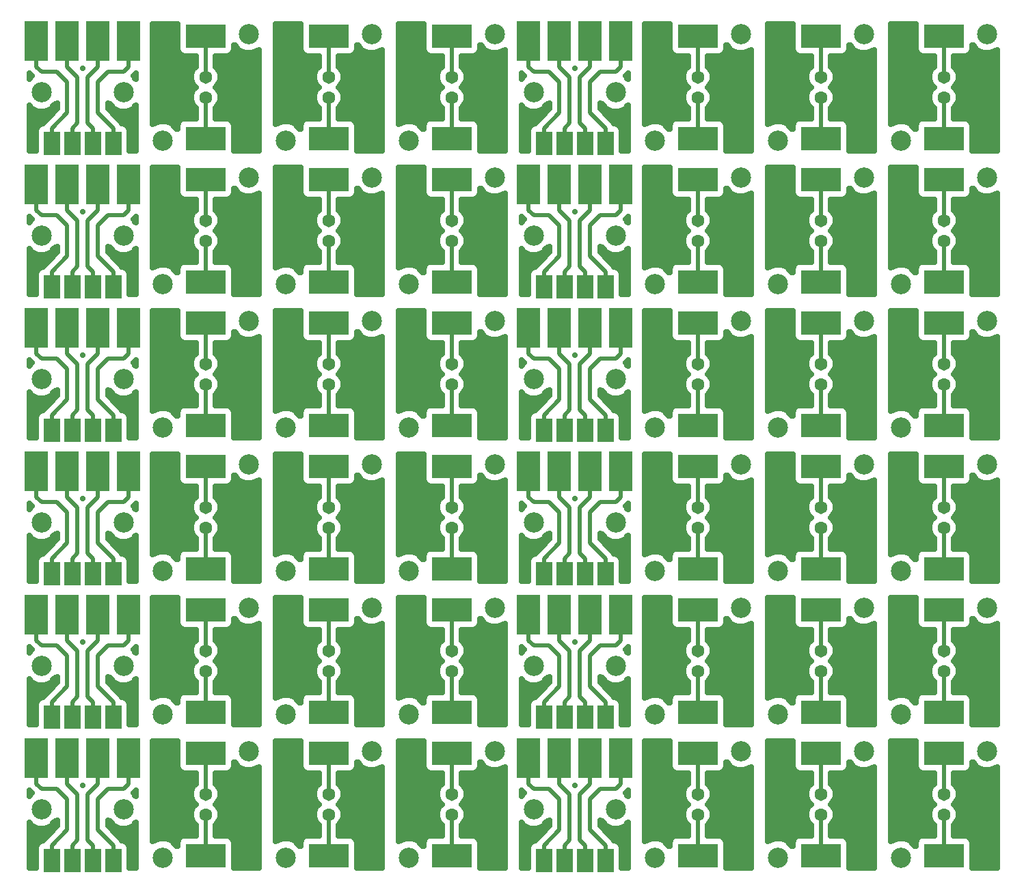
<source format=gtl>
G04 (created by PCBNEW (2013-07-07 BZR 4022)-stable) date 11/9/2013 6:45:55 PM*
%MOIN*%
G04 Gerber Fmt 3.4, Leading zero omitted, Abs format*
%FSLAX34Y34*%
G01*
G70*
G90*
G04 APERTURE LIST*
%ADD10C,0.006*%
%ADD11C,0.0984252*%
%ADD12R,0.0787402X0.11811*%
%ADD13R,0.19685X0.11811*%
%ADD14R,0.11811X0.19685*%
%ADD15C,0.0629921*%
%ADD16C,0.02*%
%ADD17C,0.025*%
G04 APERTURE END LIST*
G54D10*
G54D11*
X40650Y-38850D03*
X44850Y-33650D03*
X38750Y-36500D03*
X34750Y-36500D03*
G54D12*
X38250Y-39000D03*
X37250Y-39000D03*
X36250Y-39000D03*
X35250Y-39000D03*
G54D13*
X42750Y-38750D03*
X42750Y-33750D03*
G54D14*
X39000Y-34000D03*
X37500Y-34000D03*
X36000Y-34000D03*
X34500Y-34000D03*
G54D15*
X42750Y-36750D03*
X42750Y-35750D03*
X54750Y-36750D03*
X54750Y-35750D03*
G54D13*
X54750Y-33750D03*
X54750Y-38750D03*
G54D11*
X56850Y-33650D03*
X52650Y-38850D03*
X46650Y-38850D03*
X50850Y-33650D03*
G54D13*
X48750Y-38750D03*
X48750Y-33750D03*
G54D15*
X48750Y-36750D03*
X48750Y-35750D03*
X48750Y-43750D03*
X48750Y-42750D03*
G54D13*
X48750Y-40750D03*
X48750Y-45750D03*
G54D11*
X50850Y-40650D03*
X46650Y-45850D03*
X52650Y-45850D03*
X56850Y-40650D03*
G54D13*
X54750Y-45750D03*
X54750Y-40750D03*
G54D15*
X54750Y-43750D03*
X54750Y-42750D03*
X42750Y-43750D03*
X42750Y-42750D03*
G54D14*
X34500Y-41000D03*
X36000Y-41000D03*
X37500Y-41000D03*
X39000Y-41000D03*
G54D13*
X42750Y-40750D03*
X42750Y-45750D03*
G54D12*
X35250Y-46000D03*
X36250Y-46000D03*
X37250Y-46000D03*
X38250Y-46000D03*
G54D11*
X34750Y-43500D03*
X38750Y-43500D03*
X44850Y-40650D03*
X40650Y-45850D03*
X40650Y-73850D03*
X44850Y-68650D03*
X38750Y-71500D03*
X34750Y-71500D03*
G54D12*
X38250Y-74000D03*
X37250Y-74000D03*
X36250Y-74000D03*
X35250Y-74000D03*
G54D13*
X42750Y-73750D03*
X42750Y-68750D03*
G54D14*
X39000Y-69000D03*
X37500Y-69000D03*
X36000Y-69000D03*
X34500Y-69000D03*
G54D15*
X42750Y-71750D03*
X42750Y-70750D03*
X54750Y-71750D03*
X54750Y-70750D03*
G54D13*
X54750Y-68750D03*
X54750Y-73750D03*
G54D11*
X56850Y-68650D03*
X52650Y-73850D03*
X46650Y-73850D03*
X50850Y-68650D03*
G54D13*
X48750Y-73750D03*
X48750Y-68750D03*
G54D15*
X48750Y-71750D03*
X48750Y-70750D03*
X48750Y-64750D03*
X48750Y-63750D03*
G54D13*
X48750Y-61750D03*
X48750Y-66750D03*
G54D11*
X50850Y-61650D03*
X46650Y-66850D03*
X52650Y-66850D03*
X56850Y-61650D03*
G54D13*
X54750Y-66750D03*
X54750Y-61750D03*
G54D15*
X54750Y-64750D03*
X54750Y-63750D03*
X42750Y-64750D03*
X42750Y-63750D03*
G54D14*
X34500Y-62000D03*
X36000Y-62000D03*
X37500Y-62000D03*
X39000Y-62000D03*
G54D13*
X42750Y-61750D03*
X42750Y-66750D03*
G54D12*
X35250Y-67000D03*
X36250Y-67000D03*
X37250Y-67000D03*
X38250Y-67000D03*
G54D11*
X34750Y-64500D03*
X38750Y-64500D03*
X44850Y-61650D03*
X40650Y-66850D03*
X40650Y-59850D03*
X44850Y-54650D03*
X38750Y-57500D03*
X34750Y-57500D03*
G54D12*
X38250Y-60000D03*
X37250Y-60000D03*
X36250Y-60000D03*
X35250Y-60000D03*
G54D13*
X42750Y-59750D03*
X42750Y-54750D03*
G54D14*
X39000Y-55000D03*
X37500Y-55000D03*
X36000Y-55000D03*
X34500Y-55000D03*
G54D15*
X42750Y-57750D03*
X42750Y-56750D03*
X54750Y-57750D03*
X54750Y-56750D03*
G54D13*
X54750Y-54750D03*
X54750Y-59750D03*
G54D11*
X56850Y-54650D03*
X52650Y-59850D03*
X46650Y-59850D03*
X50850Y-54650D03*
G54D13*
X48750Y-59750D03*
X48750Y-54750D03*
G54D15*
X48750Y-57750D03*
X48750Y-56750D03*
X48750Y-50750D03*
X48750Y-49750D03*
G54D13*
X48750Y-47750D03*
X48750Y-52750D03*
G54D11*
X50850Y-47650D03*
X46650Y-52850D03*
X52650Y-52850D03*
X56850Y-47650D03*
G54D13*
X54750Y-52750D03*
X54750Y-47750D03*
G54D15*
X54750Y-50750D03*
X54750Y-49750D03*
X42750Y-50750D03*
X42750Y-49750D03*
G54D14*
X34500Y-48000D03*
X36000Y-48000D03*
X37500Y-48000D03*
X39000Y-48000D03*
G54D13*
X42750Y-47750D03*
X42750Y-52750D03*
G54D12*
X35250Y-53000D03*
X36250Y-53000D03*
X37250Y-53000D03*
X38250Y-53000D03*
G54D11*
X34750Y-50500D03*
X38750Y-50500D03*
X44850Y-47650D03*
X40650Y-52850D03*
X16650Y-52850D03*
X20850Y-47650D03*
X14750Y-50500D03*
X10750Y-50500D03*
G54D12*
X14250Y-53000D03*
X13250Y-53000D03*
X12250Y-53000D03*
X11250Y-53000D03*
G54D13*
X18750Y-52750D03*
X18750Y-47750D03*
G54D14*
X15000Y-48000D03*
X13500Y-48000D03*
X12000Y-48000D03*
X10500Y-48000D03*
G54D15*
X18750Y-50750D03*
X18750Y-49750D03*
X30750Y-50750D03*
X30750Y-49750D03*
G54D13*
X30750Y-47750D03*
X30750Y-52750D03*
G54D11*
X32850Y-47650D03*
X28650Y-52850D03*
X22650Y-52850D03*
X26850Y-47650D03*
G54D13*
X24750Y-52750D03*
X24750Y-47750D03*
G54D15*
X24750Y-50750D03*
X24750Y-49750D03*
X24750Y-57750D03*
X24750Y-56750D03*
G54D13*
X24750Y-54750D03*
X24750Y-59750D03*
G54D11*
X26850Y-54650D03*
X22650Y-59850D03*
X28650Y-59850D03*
X32850Y-54650D03*
G54D13*
X30750Y-59750D03*
X30750Y-54750D03*
G54D15*
X30750Y-57750D03*
X30750Y-56750D03*
X18750Y-57750D03*
X18750Y-56750D03*
G54D14*
X10500Y-55000D03*
X12000Y-55000D03*
X13500Y-55000D03*
X15000Y-55000D03*
G54D13*
X18750Y-54750D03*
X18750Y-59750D03*
G54D12*
X11250Y-60000D03*
X12250Y-60000D03*
X13250Y-60000D03*
X14250Y-60000D03*
G54D11*
X10750Y-57500D03*
X14750Y-57500D03*
X20850Y-54650D03*
X16650Y-59850D03*
X16650Y-66850D03*
X20850Y-61650D03*
X14750Y-64500D03*
X10750Y-64500D03*
G54D12*
X14250Y-67000D03*
X13250Y-67000D03*
X12250Y-67000D03*
X11250Y-67000D03*
G54D13*
X18750Y-66750D03*
X18750Y-61750D03*
G54D14*
X15000Y-62000D03*
X13500Y-62000D03*
X12000Y-62000D03*
X10500Y-62000D03*
G54D15*
X18750Y-64750D03*
X18750Y-63750D03*
X30750Y-64750D03*
X30750Y-63750D03*
G54D13*
X30750Y-61750D03*
X30750Y-66750D03*
G54D11*
X32850Y-61650D03*
X28650Y-66850D03*
X22650Y-66850D03*
X26850Y-61650D03*
G54D13*
X24750Y-66750D03*
X24750Y-61750D03*
G54D15*
X24750Y-64750D03*
X24750Y-63750D03*
X24750Y-71750D03*
X24750Y-70750D03*
G54D13*
X24750Y-68750D03*
X24750Y-73750D03*
G54D11*
X26850Y-68650D03*
X22650Y-73850D03*
X28650Y-73850D03*
X32850Y-68650D03*
G54D13*
X30750Y-73750D03*
X30750Y-68750D03*
G54D15*
X30750Y-71750D03*
X30750Y-70750D03*
X18750Y-71750D03*
X18750Y-70750D03*
G54D14*
X10500Y-69000D03*
X12000Y-69000D03*
X13500Y-69000D03*
X15000Y-69000D03*
G54D13*
X18750Y-68750D03*
X18750Y-73750D03*
G54D12*
X11250Y-74000D03*
X12250Y-74000D03*
X13250Y-74000D03*
X14250Y-74000D03*
G54D11*
X10750Y-71500D03*
X14750Y-71500D03*
X20850Y-68650D03*
X16650Y-73850D03*
X16650Y-45850D03*
X20850Y-40650D03*
X14750Y-43500D03*
X10750Y-43500D03*
G54D12*
X14250Y-46000D03*
X13250Y-46000D03*
X12250Y-46000D03*
X11250Y-46000D03*
G54D13*
X18750Y-45750D03*
X18750Y-40750D03*
G54D14*
X15000Y-41000D03*
X13500Y-41000D03*
X12000Y-41000D03*
X10500Y-41000D03*
G54D15*
X18750Y-43750D03*
X18750Y-42750D03*
X30750Y-43750D03*
X30750Y-42750D03*
G54D13*
X30750Y-40750D03*
X30750Y-45750D03*
G54D11*
X32850Y-40650D03*
X28650Y-45850D03*
X22650Y-45850D03*
X26850Y-40650D03*
G54D13*
X24750Y-45750D03*
X24750Y-40750D03*
G54D15*
X24750Y-43750D03*
X24750Y-42750D03*
X24750Y-36750D03*
X24750Y-35750D03*
G54D13*
X24750Y-33750D03*
X24750Y-38750D03*
G54D11*
X26850Y-33650D03*
X22650Y-38850D03*
X28650Y-38850D03*
X32850Y-33650D03*
G54D13*
X30750Y-38750D03*
X30750Y-33750D03*
G54D15*
X30750Y-36750D03*
X30750Y-35750D03*
X18750Y-36750D03*
X18750Y-35750D03*
G54D14*
X10500Y-34000D03*
X12000Y-34000D03*
X13500Y-34000D03*
X15000Y-34000D03*
G54D13*
X18750Y-33750D03*
X18750Y-38750D03*
G54D12*
X11250Y-39000D03*
X12250Y-39000D03*
X13250Y-39000D03*
X14250Y-39000D03*
G54D11*
X10750Y-36500D03*
X14750Y-36500D03*
X20850Y-33650D03*
X16650Y-38850D03*
G54D16*
X37250Y-38250D02*
X37000Y-38000D01*
X37000Y-38000D02*
X37000Y-35750D01*
X37000Y-35750D02*
X37500Y-35250D01*
X37500Y-35250D02*
X37500Y-34000D01*
X37250Y-39000D02*
X37250Y-38250D01*
X37250Y-46000D02*
X37250Y-45250D01*
X37500Y-42250D02*
X37500Y-41000D01*
X37000Y-42750D02*
X37500Y-42250D01*
X37000Y-45000D02*
X37000Y-42750D01*
X37250Y-45250D02*
X37000Y-45000D01*
X37250Y-73250D02*
X37000Y-73000D01*
X37000Y-73000D02*
X37000Y-70750D01*
X37000Y-70750D02*
X37500Y-70250D01*
X37500Y-70250D02*
X37500Y-69000D01*
X37250Y-74000D02*
X37250Y-73250D01*
X37250Y-67000D02*
X37250Y-66250D01*
X37500Y-63250D02*
X37500Y-62000D01*
X37000Y-63750D02*
X37500Y-63250D01*
X37000Y-66000D02*
X37000Y-63750D01*
X37250Y-66250D02*
X37000Y-66000D01*
X37250Y-59250D02*
X37000Y-59000D01*
X37000Y-59000D02*
X37000Y-56750D01*
X37000Y-56750D02*
X37500Y-56250D01*
X37500Y-56250D02*
X37500Y-55000D01*
X37250Y-60000D02*
X37250Y-59250D01*
X37250Y-53000D02*
X37250Y-52250D01*
X37500Y-49250D02*
X37500Y-48000D01*
X37000Y-49750D02*
X37500Y-49250D01*
X37000Y-52000D02*
X37000Y-49750D01*
X37250Y-52250D02*
X37000Y-52000D01*
X13250Y-52250D02*
X13000Y-52000D01*
X13000Y-52000D02*
X13000Y-49750D01*
X13000Y-49750D02*
X13500Y-49250D01*
X13500Y-49250D02*
X13500Y-48000D01*
X13250Y-53000D02*
X13250Y-52250D01*
X13250Y-60000D02*
X13250Y-59250D01*
X13500Y-56250D02*
X13500Y-55000D01*
X13000Y-56750D02*
X13500Y-56250D01*
X13000Y-59000D02*
X13000Y-56750D01*
X13250Y-59250D02*
X13000Y-59000D01*
X13250Y-66250D02*
X13000Y-66000D01*
X13000Y-66000D02*
X13000Y-63750D01*
X13000Y-63750D02*
X13500Y-63250D01*
X13500Y-63250D02*
X13500Y-62000D01*
X13250Y-67000D02*
X13250Y-66250D01*
X13250Y-74000D02*
X13250Y-73250D01*
X13500Y-70250D02*
X13500Y-69000D01*
X13000Y-70750D02*
X13500Y-70250D01*
X13000Y-73000D02*
X13000Y-70750D01*
X13250Y-73250D02*
X13000Y-73000D01*
X13250Y-45250D02*
X13000Y-45000D01*
X13000Y-45000D02*
X13000Y-42750D01*
X13000Y-42750D02*
X13500Y-42250D01*
X13500Y-42250D02*
X13500Y-41000D01*
X13250Y-46000D02*
X13250Y-45250D01*
X13250Y-39000D02*
X13250Y-38250D01*
X13500Y-35250D02*
X13500Y-34000D01*
X13000Y-35750D02*
X13500Y-35250D01*
X13000Y-38000D02*
X13000Y-35750D01*
X13250Y-38250D02*
X13000Y-38000D01*
X38750Y-35500D02*
X39000Y-35250D01*
X39000Y-35250D02*
X39000Y-34000D01*
X38250Y-38250D02*
X37500Y-37500D01*
X37500Y-37500D02*
X37500Y-36000D01*
X37500Y-36000D02*
X38000Y-35500D01*
X38000Y-35500D02*
X38750Y-35500D01*
X38250Y-39000D02*
X38250Y-38250D01*
X38250Y-46000D02*
X38250Y-45250D01*
X38000Y-42500D02*
X38750Y-42500D01*
X37500Y-43000D02*
X38000Y-42500D01*
X37500Y-44500D02*
X37500Y-43000D01*
X38250Y-45250D02*
X37500Y-44500D01*
X39000Y-42250D02*
X39000Y-41000D01*
X38750Y-42500D02*
X39000Y-42250D01*
X38750Y-70500D02*
X39000Y-70250D01*
X39000Y-70250D02*
X39000Y-69000D01*
X38250Y-73250D02*
X37500Y-72500D01*
X37500Y-72500D02*
X37500Y-71000D01*
X37500Y-71000D02*
X38000Y-70500D01*
X38000Y-70500D02*
X38750Y-70500D01*
X38250Y-74000D02*
X38250Y-73250D01*
X38250Y-67000D02*
X38250Y-66250D01*
X38000Y-63500D02*
X38750Y-63500D01*
X37500Y-64000D02*
X38000Y-63500D01*
X37500Y-65500D02*
X37500Y-64000D01*
X38250Y-66250D02*
X37500Y-65500D01*
X39000Y-63250D02*
X39000Y-62000D01*
X38750Y-63500D02*
X39000Y-63250D01*
X38750Y-56500D02*
X39000Y-56250D01*
X39000Y-56250D02*
X39000Y-55000D01*
X38250Y-59250D02*
X37500Y-58500D01*
X37500Y-58500D02*
X37500Y-57000D01*
X37500Y-57000D02*
X38000Y-56500D01*
X38000Y-56500D02*
X38750Y-56500D01*
X38250Y-60000D02*
X38250Y-59250D01*
X38250Y-53000D02*
X38250Y-52250D01*
X38000Y-49500D02*
X38750Y-49500D01*
X37500Y-50000D02*
X38000Y-49500D01*
X37500Y-51500D02*
X37500Y-50000D01*
X38250Y-52250D02*
X37500Y-51500D01*
X39000Y-49250D02*
X39000Y-48000D01*
X38750Y-49500D02*
X39000Y-49250D01*
X14750Y-49500D02*
X15000Y-49250D01*
X15000Y-49250D02*
X15000Y-48000D01*
X14250Y-52250D02*
X13500Y-51500D01*
X13500Y-51500D02*
X13500Y-50000D01*
X13500Y-50000D02*
X14000Y-49500D01*
X14000Y-49500D02*
X14750Y-49500D01*
X14250Y-53000D02*
X14250Y-52250D01*
X14250Y-60000D02*
X14250Y-59250D01*
X14000Y-56500D02*
X14750Y-56500D01*
X13500Y-57000D02*
X14000Y-56500D01*
X13500Y-58500D02*
X13500Y-57000D01*
X14250Y-59250D02*
X13500Y-58500D01*
X15000Y-56250D02*
X15000Y-55000D01*
X14750Y-56500D02*
X15000Y-56250D01*
X14750Y-63500D02*
X15000Y-63250D01*
X15000Y-63250D02*
X15000Y-62000D01*
X14250Y-66250D02*
X13500Y-65500D01*
X13500Y-65500D02*
X13500Y-64000D01*
X13500Y-64000D02*
X14000Y-63500D01*
X14000Y-63500D02*
X14750Y-63500D01*
X14250Y-67000D02*
X14250Y-66250D01*
X14250Y-74000D02*
X14250Y-73250D01*
X14000Y-70500D02*
X14750Y-70500D01*
X13500Y-71000D02*
X14000Y-70500D01*
X13500Y-72500D02*
X13500Y-71000D01*
X14250Y-73250D02*
X13500Y-72500D01*
X15000Y-70250D02*
X15000Y-69000D01*
X14750Y-70500D02*
X15000Y-70250D01*
X14750Y-42500D02*
X15000Y-42250D01*
X15000Y-42250D02*
X15000Y-41000D01*
X14250Y-45250D02*
X13500Y-44500D01*
X13500Y-44500D02*
X13500Y-43000D01*
X13500Y-43000D02*
X14000Y-42500D01*
X14000Y-42500D02*
X14750Y-42500D01*
X14250Y-46000D02*
X14250Y-45250D01*
X14250Y-39000D02*
X14250Y-38250D01*
X14000Y-35500D02*
X14750Y-35500D01*
X13500Y-36000D02*
X14000Y-35500D01*
X13500Y-37500D02*
X13500Y-36000D01*
X14250Y-38250D02*
X13500Y-37500D01*
X15000Y-35250D02*
X15000Y-34000D01*
X14750Y-35500D02*
X15000Y-35250D01*
X36000Y-35250D02*
X36500Y-35750D01*
X36500Y-35750D02*
X36500Y-38000D01*
X36500Y-38000D02*
X36250Y-38250D01*
X36250Y-38250D02*
X36250Y-39000D01*
X36000Y-34000D02*
X36000Y-35250D01*
X36000Y-41000D02*
X36000Y-42250D01*
X36250Y-45250D02*
X36250Y-46000D01*
X36500Y-45000D02*
X36250Y-45250D01*
X36500Y-42750D02*
X36500Y-45000D01*
X36000Y-42250D02*
X36500Y-42750D01*
X36000Y-70250D02*
X36500Y-70750D01*
X36500Y-70750D02*
X36500Y-73000D01*
X36500Y-73000D02*
X36250Y-73250D01*
X36250Y-73250D02*
X36250Y-74000D01*
X36000Y-69000D02*
X36000Y-70250D01*
X36000Y-62000D02*
X36000Y-63250D01*
X36250Y-66250D02*
X36250Y-67000D01*
X36500Y-66000D02*
X36250Y-66250D01*
X36500Y-63750D02*
X36500Y-66000D01*
X36000Y-63250D02*
X36500Y-63750D01*
X36000Y-56250D02*
X36500Y-56750D01*
X36500Y-56750D02*
X36500Y-59000D01*
X36500Y-59000D02*
X36250Y-59250D01*
X36250Y-59250D02*
X36250Y-60000D01*
X36000Y-55000D02*
X36000Y-56250D01*
X36000Y-48000D02*
X36000Y-49250D01*
X36250Y-52250D02*
X36250Y-53000D01*
X36500Y-52000D02*
X36250Y-52250D01*
X36500Y-49750D02*
X36500Y-52000D01*
X36000Y-49250D02*
X36500Y-49750D01*
X12000Y-49250D02*
X12500Y-49750D01*
X12500Y-49750D02*
X12500Y-52000D01*
X12500Y-52000D02*
X12250Y-52250D01*
X12250Y-52250D02*
X12250Y-53000D01*
X12000Y-48000D02*
X12000Y-49250D01*
X12000Y-55000D02*
X12000Y-56250D01*
X12250Y-59250D02*
X12250Y-60000D01*
X12500Y-59000D02*
X12250Y-59250D01*
X12500Y-56750D02*
X12500Y-59000D01*
X12000Y-56250D02*
X12500Y-56750D01*
X12000Y-63250D02*
X12500Y-63750D01*
X12500Y-63750D02*
X12500Y-66000D01*
X12500Y-66000D02*
X12250Y-66250D01*
X12250Y-66250D02*
X12250Y-67000D01*
X12000Y-62000D02*
X12000Y-63250D01*
X12000Y-69000D02*
X12000Y-70250D01*
X12250Y-73250D02*
X12250Y-74000D01*
X12500Y-73000D02*
X12250Y-73250D01*
X12500Y-70750D02*
X12500Y-73000D01*
X12000Y-70250D02*
X12500Y-70750D01*
X12000Y-42250D02*
X12500Y-42750D01*
X12500Y-42750D02*
X12500Y-45000D01*
X12500Y-45000D02*
X12250Y-45250D01*
X12250Y-45250D02*
X12250Y-46000D01*
X12000Y-41000D02*
X12000Y-42250D01*
X12000Y-34000D02*
X12000Y-35250D01*
X12250Y-38250D02*
X12250Y-39000D01*
X12500Y-38000D02*
X12250Y-38250D01*
X12500Y-35750D02*
X12500Y-38000D01*
X12000Y-35250D02*
X12500Y-35750D01*
X34750Y-35500D02*
X34500Y-35250D01*
X34500Y-35250D02*
X34500Y-34000D01*
X35250Y-38250D02*
X36000Y-37500D01*
X36000Y-37500D02*
X36000Y-36000D01*
X36000Y-36000D02*
X35500Y-35500D01*
X35500Y-35500D02*
X34750Y-35500D01*
X35250Y-39000D02*
X35250Y-38250D01*
X35250Y-46000D02*
X35250Y-45250D01*
X35500Y-42500D02*
X34750Y-42500D01*
X36000Y-43000D02*
X35500Y-42500D01*
X36000Y-44500D02*
X36000Y-43000D01*
X35250Y-45250D02*
X36000Y-44500D01*
X34500Y-42250D02*
X34500Y-41000D01*
X34750Y-42500D02*
X34500Y-42250D01*
X34750Y-70500D02*
X34500Y-70250D01*
X34500Y-70250D02*
X34500Y-69000D01*
X35250Y-73250D02*
X36000Y-72500D01*
X36000Y-72500D02*
X36000Y-71000D01*
X36000Y-71000D02*
X35500Y-70500D01*
X35500Y-70500D02*
X34750Y-70500D01*
X35250Y-74000D02*
X35250Y-73250D01*
X35250Y-67000D02*
X35250Y-66250D01*
X35500Y-63500D02*
X34750Y-63500D01*
X36000Y-64000D02*
X35500Y-63500D01*
X36000Y-65500D02*
X36000Y-64000D01*
X35250Y-66250D02*
X36000Y-65500D01*
X34500Y-63250D02*
X34500Y-62000D01*
X34750Y-63500D02*
X34500Y-63250D01*
X34750Y-56500D02*
X34500Y-56250D01*
X34500Y-56250D02*
X34500Y-55000D01*
X35250Y-59250D02*
X36000Y-58500D01*
X36000Y-58500D02*
X36000Y-57000D01*
X36000Y-57000D02*
X35500Y-56500D01*
X35500Y-56500D02*
X34750Y-56500D01*
X35250Y-60000D02*
X35250Y-59250D01*
X35250Y-53000D02*
X35250Y-52250D01*
X35500Y-49500D02*
X34750Y-49500D01*
X36000Y-50000D02*
X35500Y-49500D01*
X36000Y-51500D02*
X36000Y-50000D01*
X35250Y-52250D02*
X36000Y-51500D01*
X34500Y-49250D02*
X34500Y-48000D01*
X34750Y-49500D02*
X34500Y-49250D01*
X10750Y-49500D02*
X10500Y-49250D01*
X10500Y-49250D02*
X10500Y-48000D01*
X11250Y-52250D02*
X12000Y-51500D01*
X12000Y-51500D02*
X12000Y-50000D01*
X12000Y-50000D02*
X11500Y-49500D01*
X11500Y-49500D02*
X10750Y-49500D01*
X11250Y-53000D02*
X11250Y-52250D01*
X11250Y-60000D02*
X11250Y-59250D01*
X11500Y-56500D02*
X10750Y-56500D01*
X12000Y-57000D02*
X11500Y-56500D01*
X12000Y-58500D02*
X12000Y-57000D01*
X11250Y-59250D02*
X12000Y-58500D01*
X10500Y-56250D02*
X10500Y-55000D01*
X10750Y-56500D02*
X10500Y-56250D01*
X10750Y-63500D02*
X10500Y-63250D01*
X10500Y-63250D02*
X10500Y-62000D01*
X11250Y-66250D02*
X12000Y-65500D01*
X12000Y-65500D02*
X12000Y-64000D01*
X12000Y-64000D02*
X11500Y-63500D01*
X11500Y-63500D02*
X10750Y-63500D01*
X11250Y-67000D02*
X11250Y-66250D01*
X11250Y-74000D02*
X11250Y-73250D01*
X11500Y-70500D02*
X10750Y-70500D01*
X12000Y-71000D02*
X11500Y-70500D01*
X12000Y-72500D02*
X12000Y-71000D01*
X11250Y-73250D02*
X12000Y-72500D01*
X10500Y-70250D02*
X10500Y-69000D01*
X10750Y-70500D02*
X10500Y-70250D01*
X10750Y-42500D02*
X10500Y-42250D01*
X10500Y-42250D02*
X10500Y-41000D01*
X11250Y-45250D02*
X12000Y-44500D01*
X12000Y-44500D02*
X12000Y-43000D01*
X12000Y-43000D02*
X11500Y-42500D01*
X11500Y-42500D02*
X10750Y-42500D01*
X11250Y-46000D02*
X11250Y-45250D01*
X11250Y-39000D02*
X11250Y-38250D01*
X11500Y-35500D02*
X10750Y-35500D01*
X12000Y-36000D02*
X11500Y-35500D01*
X12000Y-37500D02*
X12000Y-36000D01*
X11250Y-38250D02*
X12000Y-37500D01*
X10500Y-35250D02*
X10500Y-34000D01*
X10750Y-35500D02*
X10500Y-35250D01*
X42750Y-38750D02*
X42750Y-37000D01*
X54750Y-38750D02*
X54750Y-37000D01*
X48750Y-38750D02*
X48750Y-37000D01*
X48750Y-45750D02*
X48750Y-44000D01*
X54750Y-45750D02*
X54750Y-44000D01*
X42750Y-45750D02*
X42750Y-44000D01*
X42750Y-73750D02*
X42750Y-72000D01*
X54750Y-73750D02*
X54750Y-72000D01*
X48750Y-73750D02*
X48750Y-72000D01*
X48750Y-66750D02*
X48750Y-65000D01*
X54750Y-66750D02*
X54750Y-65000D01*
X42750Y-66750D02*
X42750Y-65000D01*
X42750Y-59750D02*
X42750Y-58000D01*
X54750Y-59750D02*
X54750Y-58000D01*
X48750Y-59750D02*
X48750Y-58000D01*
X48750Y-52750D02*
X48750Y-51000D01*
X54750Y-52750D02*
X54750Y-51000D01*
X42750Y-52750D02*
X42750Y-51000D01*
X18750Y-52750D02*
X18750Y-51000D01*
X30750Y-52750D02*
X30750Y-51000D01*
X24750Y-52750D02*
X24750Y-51000D01*
X24750Y-59750D02*
X24750Y-58000D01*
X30750Y-59750D02*
X30750Y-58000D01*
X18750Y-59750D02*
X18750Y-58000D01*
X18750Y-66750D02*
X18750Y-65000D01*
X30750Y-66750D02*
X30750Y-65000D01*
X24750Y-66750D02*
X24750Y-65000D01*
X24750Y-73750D02*
X24750Y-72000D01*
X30750Y-73750D02*
X30750Y-72000D01*
X18750Y-73750D02*
X18750Y-72000D01*
X18750Y-45750D02*
X18750Y-44000D01*
X30750Y-45750D02*
X30750Y-44000D01*
X24750Y-45750D02*
X24750Y-44000D01*
X24750Y-38750D02*
X24750Y-37000D01*
X30750Y-38750D02*
X30750Y-37000D01*
X18750Y-38750D02*
X18750Y-37000D01*
X42750Y-36000D02*
X42750Y-33750D01*
X54750Y-36000D02*
X54750Y-33750D01*
X48750Y-36000D02*
X48750Y-33750D01*
X48750Y-43000D02*
X48750Y-40750D01*
X54750Y-43000D02*
X54750Y-40750D01*
X42750Y-43000D02*
X42750Y-40750D01*
X42750Y-71000D02*
X42750Y-68750D01*
X54750Y-71000D02*
X54750Y-68750D01*
X48750Y-71000D02*
X48750Y-68750D01*
X48750Y-64000D02*
X48750Y-61750D01*
X54750Y-64000D02*
X54750Y-61750D01*
X42750Y-64000D02*
X42750Y-61750D01*
X42750Y-57000D02*
X42750Y-54750D01*
X54750Y-57000D02*
X54750Y-54750D01*
X48750Y-57000D02*
X48750Y-54750D01*
X48750Y-50000D02*
X48750Y-47750D01*
X54750Y-50000D02*
X54750Y-47750D01*
X42750Y-50000D02*
X42750Y-47750D01*
X18750Y-50000D02*
X18750Y-47750D01*
X30750Y-50000D02*
X30750Y-47750D01*
X24750Y-50000D02*
X24750Y-47750D01*
X24750Y-57000D02*
X24750Y-54750D01*
X30750Y-57000D02*
X30750Y-54750D01*
X18750Y-57000D02*
X18750Y-54750D01*
X18750Y-64000D02*
X18750Y-61750D01*
X30750Y-64000D02*
X30750Y-61750D01*
X24750Y-64000D02*
X24750Y-61750D01*
X24750Y-71000D02*
X24750Y-68750D01*
X30750Y-71000D02*
X30750Y-68750D01*
X18750Y-71000D02*
X18750Y-68750D01*
X18750Y-43000D02*
X18750Y-40750D01*
X30750Y-43000D02*
X30750Y-40750D01*
X24750Y-43000D02*
X24750Y-40750D01*
X24750Y-36000D02*
X24750Y-33750D01*
X30750Y-36000D02*
X30750Y-33750D01*
X18750Y-36000D02*
X18750Y-33750D01*
G54D10*
G36*
X10278Y-35700D02*
X10240Y-35716D01*
X10220Y-35729D01*
X10198Y-35825D01*
X10150Y-35873D01*
X10150Y-35564D01*
X10164Y-35585D01*
X10278Y-35700D01*
X10278Y-35700D01*
G37*
G54D17*
X10278Y-35700D02*
X10240Y-35716D01*
X10220Y-35729D01*
X10198Y-35825D01*
X10150Y-35873D01*
X10150Y-35564D01*
X10164Y-35585D01*
X10278Y-35700D01*
G54D10*
G36*
X10278Y-42700D02*
X10240Y-42716D01*
X10220Y-42729D01*
X10198Y-42825D01*
X10150Y-42873D01*
X10150Y-42564D01*
X10164Y-42585D01*
X10278Y-42700D01*
X10278Y-42700D01*
G37*
G54D17*
X10278Y-42700D02*
X10240Y-42716D01*
X10220Y-42729D01*
X10198Y-42825D01*
X10150Y-42873D01*
X10150Y-42564D01*
X10164Y-42585D01*
X10278Y-42700D01*
G54D10*
G36*
X10278Y-49700D02*
X10240Y-49716D01*
X10220Y-49729D01*
X10198Y-49825D01*
X10150Y-49873D01*
X10150Y-49564D01*
X10164Y-49585D01*
X10278Y-49700D01*
X10278Y-49700D01*
G37*
G54D17*
X10278Y-49700D02*
X10240Y-49716D01*
X10220Y-49729D01*
X10198Y-49825D01*
X10150Y-49873D01*
X10150Y-49564D01*
X10164Y-49585D01*
X10278Y-49700D01*
G54D10*
G36*
X10278Y-56700D02*
X10240Y-56716D01*
X10220Y-56729D01*
X10198Y-56825D01*
X10150Y-56873D01*
X10150Y-56564D01*
X10164Y-56585D01*
X10278Y-56700D01*
X10278Y-56700D01*
G37*
G54D17*
X10278Y-56700D02*
X10240Y-56716D01*
X10220Y-56729D01*
X10198Y-56825D01*
X10150Y-56873D01*
X10150Y-56564D01*
X10164Y-56585D01*
X10278Y-56700D01*
G54D10*
G36*
X10278Y-63700D02*
X10240Y-63716D01*
X10220Y-63729D01*
X10198Y-63825D01*
X10150Y-63873D01*
X10150Y-63564D01*
X10164Y-63585D01*
X10278Y-63700D01*
X10278Y-63700D01*
G37*
G54D17*
X10278Y-63700D02*
X10240Y-63716D01*
X10220Y-63729D01*
X10198Y-63825D01*
X10150Y-63873D01*
X10150Y-63564D01*
X10164Y-63585D01*
X10278Y-63700D01*
G54D10*
G36*
X10278Y-70700D02*
X10240Y-70716D01*
X10220Y-70729D01*
X10198Y-70825D01*
X10150Y-70873D01*
X10150Y-70564D01*
X10164Y-70585D01*
X10278Y-70700D01*
X10278Y-70700D01*
G37*
G54D17*
X10278Y-70700D02*
X10240Y-70716D01*
X10220Y-70729D01*
X10198Y-70825D01*
X10150Y-70873D01*
X10150Y-70564D01*
X10164Y-70585D01*
X10278Y-70700D01*
G54D10*
G36*
X11525Y-37303D02*
X10914Y-37914D01*
X10833Y-38034D01*
X10782Y-38034D01*
X10644Y-38091D01*
X10538Y-38196D01*
X10481Y-38334D01*
X10481Y-38483D01*
X10481Y-39350D01*
X10150Y-39350D01*
X10150Y-37126D01*
X10198Y-37174D01*
X10220Y-37270D01*
X10556Y-37414D01*
X10920Y-37419D01*
X11259Y-37283D01*
X11279Y-37270D01*
X11301Y-37174D01*
X11424Y-37051D01*
X11520Y-37029D01*
X11525Y-37019D01*
X11525Y-37303D01*
X11525Y-37303D01*
G37*
G54D17*
X11525Y-37303D02*
X10914Y-37914D01*
X10833Y-38034D01*
X10782Y-38034D01*
X10644Y-38091D01*
X10538Y-38196D01*
X10481Y-38334D01*
X10481Y-38483D01*
X10481Y-39350D01*
X10150Y-39350D01*
X10150Y-37126D01*
X10198Y-37174D01*
X10220Y-37270D01*
X10556Y-37414D01*
X10920Y-37419D01*
X11259Y-37283D01*
X11279Y-37270D01*
X11301Y-37174D01*
X11424Y-37051D01*
X11520Y-37029D01*
X11525Y-37019D01*
X11525Y-37303D01*
G54D10*
G36*
X11525Y-44303D02*
X10914Y-44914D01*
X10833Y-45034D01*
X10782Y-45034D01*
X10644Y-45091D01*
X10538Y-45196D01*
X10481Y-45334D01*
X10481Y-45483D01*
X10481Y-46350D01*
X10150Y-46350D01*
X10150Y-44126D01*
X10198Y-44174D01*
X10220Y-44270D01*
X10556Y-44414D01*
X10920Y-44419D01*
X11259Y-44283D01*
X11279Y-44270D01*
X11301Y-44174D01*
X11424Y-44051D01*
X11520Y-44029D01*
X11525Y-44019D01*
X11525Y-44303D01*
X11525Y-44303D01*
G37*
G54D17*
X11525Y-44303D02*
X10914Y-44914D01*
X10833Y-45034D01*
X10782Y-45034D01*
X10644Y-45091D01*
X10538Y-45196D01*
X10481Y-45334D01*
X10481Y-45483D01*
X10481Y-46350D01*
X10150Y-46350D01*
X10150Y-44126D01*
X10198Y-44174D01*
X10220Y-44270D01*
X10556Y-44414D01*
X10920Y-44419D01*
X11259Y-44283D01*
X11279Y-44270D01*
X11301Y-44174D01*
X11424Y-44051D01*
X11520Y-44029D01*
X11525Y-44019D01*
X11525Y-44303D01*
G54D10*
G36*
X11525Y-51303D02*
X10914Y-51914D01*
X10833Y-52034D01*
X10782Y-52034D01*
X10644Y-52091D01*
X10538Y-52196D01*
X10481Y-52334D01*
X10481Y-52483D01*
X10481Y-53350D01*
X10150Y-53350D01*
X10150Y-51126D01*
X10198Y-51174D01*
X10220Y-51270D01*
X10556Y-51414D01*
X10920Y-51419D01*
X11259Y-51283D01*
X11279Y-51270D01*
X11301Y-51174D01*
X11424Y-51051D01*
X11520Y-51029D01*
X11525Y-51019D01*
X11525Y-51303D01*
X11525Y-51303D01*
G37*
G54D17*
X11525Y-51303D02*
X10914Y-51914D01*
X10833Y-52034D01*
X10782Y-52034D01*
X10644Y-52091D01*
X10538Y-52196D01*
X10481Y-52334D01*
X10481Y-52483D01*
X10481Y-53350D01*
X10150Y-53350D01*
X10150Y-51126D01*
X10198Y-51174D01*
X10220Y-51270D01*
X10556Y-51414D01*
X10920Y-51419D01*
X11259Y-51283D01*
X11279Y-51270D01*
X11301Y-51174D01*
X11424Y-51051D01*
X11520Y-51029D01*
X11525Y-51019D01*
X11525Y-51303D01*
G54D10*
G36*
X11525Y-58303D02*
X10914Y-58914D01*
X10833Y-59034D01*
X10782Y-59034D01*
X10644Y-59091D01*
X10538Y-59196D01*
X10481Y-59334D01*
X10481Y-59483D01*
X10481Y-60350D01*
X10150Y-60350D01*
X10150Y-58126D01*
X10198Y-58174D01*
X10220Y-58270D01*
X10556Y-58414D01*
X10920Y-58419D01*
X11259Y-58283D01*
X11279Y-58270D01*
X11301Y-58174D01*
X11424Y-58051D01*
X11520Y-58029D01*
X11525Y-58019D01*
X11525Y-58303D01*
X11525Y-58303D01*
G37*
G54D17*
X11525Y-58303D02*
X10914Y-58914D01*
X10833Y-59034D01*
X10782Y-59034D01*
X10644Y-59091D01*
X10538Y-59196D01*
X10481Y-59334D01*
X10481Y-59483D01*
X10481Y-60350D01*
X10150Y-60350D01*
X10150Y-58126D01*
X10198Y-58174D01*
X10220Y-58270D01*
X10556Y-58414D01*
X10920Y-58419D01*
X11259Y-58283D01*
X11279Y-58270D01*
X11301Y-58174D01*
X11424Y-58051D01*
X11520Y-58029D01*
X11525Y-58019D01*
X11525Y-58303D01*
G54D10*
G36*
X11525Y-65303D02*
X10914Y-65914D01*
X10833Y-66034D01*
X10782Y-66034D01*
X10644Y-66091D01*
X10538Y-66196D01*
X10481Y-66334D01*
X10481Y-66483D01*
X10481Y-67350D01*
X10150Y-67350D01*
X10150Y-65126D01*
X10198Y-65174D01*
X10220Y-65270D01*
X10556Y-65414D01*
X10920Y-65419D01*
X11259Y-65283D01*
X11279Y-65270D01*
X11301Y-65174D01*
X11424Y-65051D01*
X11520Y-65029D01*
X11525Y-65019D01*
X11525Y-65303D01*
X11525Y-65303D01*
G37*
G54D17*
X11525Y-65303D02*
X10914Y-65914D01*
X10833Y-66034D01*
X10782Y-66034D01*
X10644Y-66091D01*
X10538Y-66196D01*
X10481Y-66334D01*
X10481Y-66483D01*
X10481Y-67350D01*
X10150Y-67350D01*
X10150Y-65126D01*
X10198Y-65174D01*
X10220Y-65270D01*
X10556Y-65414D01*
X10920Y-65419D01*
X11259Y-65283D01*
X11279Y-65270D01*
X11301Y-65174D01*
X11424Y-65051D01*
X11520Y-65029D01*
X11525Y-65019D01*
X11525Y-65303D01*
G54D10*
G36*
X11525Y-72303D02*
X10914Y-72914D01*
X10833Y-73034D01*
X10782Y-73034D01*
X10644Y-73091D01*
X10538Y-73196D01*
X10481Y-73334D01*
X10481Y-73483D01*
X10481Y-74350D01*
X10150Y-74350D01*
X10150Y-72126D01*
X10198Y-72174D01*
X10220Y-72270D01*
X10556Y-72414D01*
X10920Y-72419D01*
X11259Y-72283D01*
X11279Y-72270D01*
X11301Y-72174D01*
X11424Y-72051D01*
X11520Y-72029D01*
X11525Y-72019D01*
X11525Y-72303D01*
X11525Y-72303D01*
G37*
G54D17*
X11525Y-72303D02*
X10914Y-72914D01*
X10833Y-73034D01*
X10782Y-73034D01*
X10644Y-73091D01*
X10538Y-73196D01*
X10481Y-73334D01*
X10481Y-73483D01*
X10481Y-74350D01*
X10150Y-74350D01*
X10150Y-72126D01*
X10198Y-72174D01*
X10220Y-72270D01*
X10556Y-72414D01*
X10920Y-72419D01*
X11259Y-72283D01*
X11279Y-72270D01*
X11301Y-72174D01*
X11424Y-72051D01*
X11520Y-72029D01*
X11525Y-72019D01*
X11525Y-72303D01*
G54D10*
G36*
X12752Y-35325D02*
X12750Y-35328D01*
X12747Y-35325D01*
X12750Y-35324D01*
X12752Y-35325D01*
X12752Y-35325D01*
G37*
G54D17*
X12752Y-35325D02*
X12750Y-35328D01*
X12747Y-35325D01*
X12750Y-35324D01*
X12752Y-35325D01*
G54D10*
G36*
X12752Y-42325D02*
X12750Y-42328D01*
X12747Y-42325D01*
X12750Y-42324D01*
X12752Y-42325D01*
X12752Y-42325D01*
G37*
G54D17*
X12752Y-42325D02*
X12750Y-42328D01*
X12747Y-42325D01*
X12750Y-42324D01*
X12752Y-42325D01*
G54D10*
G36*
X12752Y-49325D02*
X12750Y-49328D01*
X12747Y-49325D01*
X12750Y-49324D01*
X12752Y-49325D01*
X12752Y-49325D01*
G37*
G54D17*
X12752Y-49325D02*
X12750Y-49328D01*
X12747Y-49325D01*
X12750Y-49324D01*
X12752Y-49325D01*
G54D10*
G36*
X12752Y-56325D02*
X12750Y-56328D01*
X12747Y-56325D01*
X12750Y-56324D01*
X12752Y-56325D01*
X12752Y-56325D01*
G37*
G54D17*
X12752Y-56325D02*
X12750Y-56328D01*
X12747Y-56325D01*
X12750Y-56324D01*
X12752Y-56325D01*
G54D10*
G36*
X12752Y-63325D02*
X12750Y-63328D01*
X12747Y-63325D01*
X12750Y-63324D01*
X12752Y-63325D01*
X12752Y-63325D01*
G37*
G54D17*
X12752Y-63325D02*
X12750Y-63328D01*
X12747Y-63325D01*
X12750Y-63324D01*
X12752Y-63325D01*
G54D10*
G36*
X12752Y-70325D02*
X12750Y-70328D01*
X12747Y-70325D01*
X12750Y-70324D01*
X12752Y-70325D01*
X12752Y-70325D01*
G37*
G54D17*
X12752Y-70325D02*
X12750Y-70328D01*
X12747Y-70325D01*
X12750Y-70324D01*
X12752Y-70325D01*
G54D10*
G36*
X15350Y-35873D02*
X15301Y-35825D01*
X15279Y-35729D01*
X15218Y-35703D01*
X15335Y-35585D01*
X15335Y-35585D01*
X15350Y-35564D01*
X15350Y-35873D01*
X15350Y-35873D01*
G37*
G54D17*
X15350Y-35873D02*
X15301Y-35825D01*
X15279Y-35729D01*
X15218Y-35703D01*
X15335Y-35585D01*
X15335Y-35585D01*
X15350Y-35564D01*
X15350Y-35873D01*
G54D10*
G36*
X15350Y-39350D02*
X15018Y-39350D01*
X15018Y-38335D01*
X14961Y-38197D01*
X14856Y-38091D01*
X14718Y-38034D01*
X14666Y-38034D01*
X14585Y-37914D01*
X14585Y-37914D01*
X13975Y-37303D01*
X13975Y-37023D01*
X13979Y-37029D01*
X14075Y-37051D01*
X14198Y-37174D01*
X14220Y-37270D01*
X14556Y-37414D01*
X14920Y-37419D01*
X15259Y-37283D01*
X15279Y-37270D01*
X15301Y-37174D01*
X15350Y-37126D01*
X15350Y-39350D01*
X15350Y-39350D01*
G37*
G54D17*
X15350Y-39350D02*
X15018Y-39350D01*
X15018Y-38335D01*
X14961Y-38197D01*
X14856Y-38091D01*
X14718Y-38034D01*
X14666Y-38034D01*
X14585Y-37914D01*
X14585Y-37914D01*
X13975Y-37303D01*
X13975Y-37023D01*
X13979Y-37029D01*
X14075Y-37051D01*
X14198Y-37174D01*
X14220Y-37270D01*
X14556Y-37414D01*
X14920Y-37419D01*
X15259Y-37283D01*
X15279Y-37270D01*
X15301Y-37174D01*
X15350Y-37126D01*
X15350Y-39350D01*
G54D10*
G36*
X15350Y-42873D02*
X15301Y-42825D01*
X15279Y-42729D01*
X15218Y-42703D01*
X15335Y-42585D01*
X15335Y-42585D01*
X15350Y-42564D01*
X15350Y-42873D01*
X15350Y-42873D01*
G37*
G54D17*
X15350Y-42873D02*
X15301Y-42825D01*
X15279Y-42729D01*
X15218Y-42703D01*
X15335Y-42585D01*
X15335Y-42585D01*
X15350Y-42564D01*
X15350Y-42873D01*
G54D10*
G36*
X15350Y-46350D02*
X15018Y-46350D01*
X15018Y-45335D01*
X14961Y-45197D01*
X14856Y-45091D01*
X14718Y-45034D01*
X14666Y-45034D01*
X14585Y-44914D01*
X14585Y-44914D01*
X13975Y-44303D01*
X13975Y-44023D01*
X13979Y-44029D01*
X14075Y-44051D01*
X14198Y-44174D01*
X14220Y-44270D01*
X14556Y-44414D01*
X14920Y-44419D01*
X15259Y-44283D01*
X15279Y-44270D01*
X15301Y-44174D01*
X15350Y-44126D01*
X15350Y-46350D01*
X15350Y-46350D01*
G37*
G54D17*
X15350Y-46350D02*
X15018Y-46350D01*
X15018Y-45335D01*
X14961Y-45197D01*
X14856Y-45091D01*
X14718Y-45034D01*
X14666Y-45034D01*
X14585Y-44914D01*
X14585Y-44914D01*
X13975Y-44303D01*
X13975Y-44023D01*
X13979Y-44029D01*
X14075Y-44051D01*
X14198Y-44174D01*
X14220Y-44270D01*
X14556Y-44414D01*
X14920Y-44419D01*
X15259Y-44283D01*
X15279Y-44270D01*
X15301Y-44174D01*
X15350Y-44126D01*
X15350Y-46350D01*
G54D10*
G36*
X15350Y-49873D02*
X15301Y-49825D01*
X15279Y-49729D01*
X15218Y-49703D01*
X15335Y-49585D01*
X15335Y-49585D01*
X15350Y-49564D01*
X15350Y-49873D01*
X15350Y-49873D01*
G37*
G54D17*
X15350Y-49873D02*
X15301Y-49825D01*
X15279Y-49729D01*
X15218Y-49703D01*
X15335Y-49585D01*
X15335Y-49585D01*
X15350Y-49564D01*
X15350Y-49873D01*
G54D10*
G36*
X15350Y-53350D02*
X15018Y-53350D01*
X15018Y-52335D01*
X14961Y-52197D01*
X14856Y-52091D01*
X14718Y-52034D01*
X14666Y-52034D01*
X14585Y-51914D01*
X14585Y-51914D01*
X13975Y-51303D01*
X13975Y-51023D01*
X13979Y-51029D01*
X14075Y-51051D01*
X14198Y-51174D01*
X14220Y-51270D01*
X14556Y-51414D01*
X14920Y-51419D01*
X15259Y-51283D01*
X15279Y-51270D01*
X15301Y-51174D01*
X15350Y-51126D01*
X15350Y-53350D01*
X15350Y-53350D01*
G37*
G54D17*
X15350Y-53350D02*
X15018Y-53350D01*
X15018Y-52335D01*
X14961Y-52197D01*
X14856Y-52091D01*
X14718Y-52034D01*
X14666Y-52034D01*
X14585Y-51914D01*
X14585Y-51914D01*
X13975Y-51303D01*
X13975Y-51023D01*
X13979Y-51029D01*
X14075Y-51051D01*
X14198Y-51174D01*
X14220Y-51270D01*
X14556Y-51414D01*
X14920Y-51419D01*
X15259Y-51283D01*
X15279Y-51270D01*
X15301Y-51174D01*
X15350Y-51126D01*
X15350Y-53350D01*
G54D10*
G36*
X15350Y-56873D02*
X15301Y-56825D01*
X15279Y-56729D01*
X15218Y-56703D01*
X15335Y-56585D01*
X15335Y-56585D01*
X15350Y-56564D01*
X15350Y-56873D01*
X15350Y-56873D01*
G37*
G54D17*
X15350Y-56873D02*
X15301Y-56825D01*
X15279Y-56729D01*
X15218Y-56703D01*
X15335Y-56585D01*
X15335Y-56585D01*
X15350Y-56564D01*
X15350Y-56873D01*
G54D10*
G36*
X15350Y-60350D02*
X15018Y-60350D01*
X15018Y-59335D01*
X14961Y-59197D01*
X14856Y-59091D01*
X14718Y-59034D01*
X14666Y-59034D01*
X14585Y-58914D01*
X14585Y-58914D01*
X13975Y-58303D01*
X13975Y-58023D01*
X13979Y-58029D01*
X14075Y-58051D01*
X14198Y-58174D01*
X14220Y-58270D01*
X14556Y-58414D01*
X14920Y-58419D01*
X15259Y-58283D01*
X15279Y-58270D01*
X15301Y-58174D01*
X15350Y-58126D01*
X15350Y-60350D01*
X15350Y-60350D01*
G37*
G54D17*
X15350Y-60350D02*
X15018Y-60350D01*
X15018Y-59335D01*
X14961Y-59197D01*
X14856Y-59091D01*
X14718Y-59034D01*
X14666Y-59034D01*
X14585Y-58914D01*
X14585Y-58914D01*
X13975Y-58303D01*
X13975Y-58023D01*
X13979Y-58029D01*
X14075Y-58051D01*
X14198Y-58174D01*
X14220Y-58270D01*
X14556Y-58414D01*
X14920Y-58419D01*
X15259Y-58283D01*
X15279Y-58270D01*
X15301Y-58174D01*
X15350Y-58126D01*
X15350Y-60350D01*
G54D10*
G36*
X15350Y-63873D02*
X15301Y-63825D01*
X15279Y-63729D01*
X15218Y-63703D01*
X15335Y-63585D01*
X15335Y-63585D01*
X15350Y-63564D01*
X15350Y-63873D01*
X15350Y-63873D01*
G37*
G54D17*
X15350Y-63873D02*
X15301Y-63825D01*
X15279Y-63729D01*
X15218Y-63703D01*
X15335Y-63585D01*
X15335Y-63585D01*
X15350Y-63564D01*
X15350Y-63873D01*
G54D10*
G36*
X15350Y-67350D02*
X15018Y-67350D01*
X15018Y-66335D01*
X14961Y-66197D01*
X14856Y-66091D01*
X14718Y-66034D01*
X14666Y-66034D01*
X14585Y-65914D01*
X14585Y-65914D01*
X13975Y-65303D01*
X13975Y-65023D01*
X13979Y-65029D01*
X14075Y-65051D01*
X14198Y-65174D01*
X14220Y-65270D01*
X14556Y-65414D01*
X14920Y-65419D01*
X15259Y-65283D01*
X15279Y-65270D01*
X15301Y-65174D01*
X15350Y-65126D01*
X15350Y-67350D01*
X15350Y-67350D01*
G37*
G54D17*
X15350Y-67350D02*
X15018Y-67350D01*
X15018Y-66335D01*
X14961Y-66197D01*
X14856Y-66091D01*
X14718Y-66034D01*
X14666Y-66034D01*
X14585Y-65914D01*
X14585Y-65914D01*
X13975Y-65303D01*
X13975Y-65023D01*
X13979Y-65029D01*
X14075Y-65051D01*
X14198Y-65174D01*
X14220Y-65270D01*
X14556Y-65414D01*
X14920Y-65419D01*
X15259Y-65283D01*
X15279Y-65270D01*
X15301Y-65174D01*
X15350Y-65126D01*
X15350Y-67350D01*
G54D10*
G36*
X15350Y-70873D02*
X15301Y-70825D01*
X15279Y-70729D01*
X15218Y-70703D01*
X15335Y-70585D01*
X15335Y-70585D01*
X15350Y-70564D01*
X15350Y-70873D01*
X15350Y-70873D01*
G37*
G54D17*
X15350Y-70873D02*
X15301Y-70825D01*
X15279Y-70729D01*
X15218Y-70703D01*
X15335Y-70585D01*
X15335Y-70585D01*
X15350Y-70564D01*
X15350Y-70873D01*
G54D10*
G36*
X15350Y-74350D02*
X15018Y-74350D01*
X15018Y-73335D01*
X14961Y-73197D01*
X14856Y-73091D01*
X14718Y-73034D01*
X14666Y-73034D01*
X14585Y-72914D01*
X14585Y-72914D01*
X13975Y-72303D01*
X13975Y-72023D01*
X13979Y-72029D01*
X14075Y-72051D01*
X14198Y-72174D01*
X14220Y-72270D01*
X14556Y-72414D01*
X14920Y-72419D01*
X15259Y-72283D01*
X15279Y-72270D01*
X15301Y-72174D01*
X15350Y-72126D01*
X15350Y-74350D01*
X15350Y-74350D01*
G37*
G54D17*
X15350Y-74350D02*
X15018Y-74350D01*
X15018Y-73335D01*
X14961Y-73197D01*
X14856Y-73091D01*
X14718Y-73034D01*
X14666Y-73034D01*
X14585Y-72914D01*
X14585Y-72914D01*
X13975Y-72303D01*
X13975Y-72023D01*
X13979Y-72029D01*
X14075Y-72051D01*
X14198Y-72174D01*
X14220Y-72270D01*
X14556Y-72414D01*
X14920Y-72419D01*
X15259Y-72283D01*
X15279Y-72270D01*
X15301Y-72174D01*
X15350Y-72126D01*
X15350Y-74350D01*
G54D10*
G36*
X18275Y-37784D02*
X17691Y-37784D01*
X17553Y-37841D01*
X17448Y-37946D01*
X17390Y-38084D01*
X17390Y-38233D01*
X17390Y-38313D01*
X17324Y-38298D01*
X17201Y-38175D01*
X17179Y-38079D01*
X16843Y-37935D01*
X16479Y-37930D01*
X16150Y-38062D01*
X16150Y-33150D01*
X17390Y-33150D01*
X17390Y-33233D01*
X17390Y-34414D01*
X17447Y-34552D01*
X17553Y-34658D01*
X17690Y-34715D01*
X17840Y-34715D01*
X18275Y-34715D01*
X18275Y-35249D01*
X18165Y-35358D01*
X18060Y-35612D01*
X18059Y-35886D01*
X18164Y-36140D01*
X18274Y-36250D01*
X18165Y-36358D01*
X18060Y-36612D01*
X18059Y-36886D01*
X18164Y-37140D01*
X18275Y-37250D01*
X18275Y-37784D01*
X18275Y-37784D01*
G37*
G54D17*
X18275Y-37784D02*
X17691Y-37784D01*
X17553Y-37841D01*
X17448Y-37946D01*
X17390Y-38084D01*
X17390Y-38233D01*
X17390Y-38313D01*
X17324Y-38298D01*
X17201Y-38175D01*
X17179Y-38079D01*
X16843Y-37935D01*
X16479Y-37930D01*
X16150Y-38062D01*
X16150Y-33150D01*
X17390Y-33150D01*
X17390Y-33233D01*
X17390Y-34414D01*
X17447Y-34552D01*
X17553Y-34658D01*
X17690Y-34715D01*
X17840Y-34715D01*
X18275Y-34715D01*
X18275Y-35249D01*
X18165Y-35358D01*
X18060Y-35612D01*
X18059Y-35886D01*
X18164Y-36140D01*
X18274Y-36250D01*
X18165Y-36358D01*
X18060Y-36612D01*
X18059Y-36886D01*
X18164Y-37140D01*
X18275Y-37250D01*
X18275Y-37784D01*
G54D10*
G36*
X18275Y-44784D02*
X17691Y-44784D01*
X17553Y-44841D01*
X17448Y-44946D01*
X17390Y-45084D01*
X17390Y-45233D01*
X17390Y-45313D01*
X17324Y-45298D01*
X17201Y-45175D01*
X17179Y-45079D01*
X16843Y-44935D01*
X16479Y-44930D01*
X16150Y-45062D01*
X16150Y-40150D01*
X17390Y-40150D01*
X17390Y-40233D01*
X17390Y-41414D01*
X17447Y-41552D01*
X17553Y-41658D01*
X17690Y-41715D01*
X17840Y-41715D01*
X18275Y-41715D01*
X18275Y-42249D01*
X18165Y-42358D01*
X18060Y-42612D01*
X18059Y-42886D01*
X18164Y-43140D01*
X18274Y-43250D01*
X18165Y-43358D01*
X18060Y-43612D01*
X18059Y-43886D01*
X18164Y-44140D01*
X18275Y-44250D01*
X18275Y-44784D01*
X18275Y-44784D01*
G37*
G54D17*
X18275Y-44784D02*
X17691Y-44784D01*
X17553Y-44841D01*
X17448Y-44946D01*
X17390Y-45084D01*
X17390Y-45233D01*
X17390Y-45313D01*
X17324Y-45298D01*
X17201Y-45175D01*
X17179Y-45079D01*
X16843Y-44935D01*
X16479Y-44930D01*
X16150Y-45062D01*
X16150Y-40150D01*
X17390Y-40150D01*
X17390Y-40233D01*
X17390Y-41414D01*
X17447Y-41552D01*
X17553Y-41658D01*
X17690Y-41715D01*
X17840Y-41715D01*
X18275Y-41715D01*
X18275Y-42249D01*
X18165Y-42358D01*
X18060Y-42612D01*
X18059Y-42886D01*
X18164Y-43140D01*
X18274Y-43250D01*
X18165Y-43358D01*
X18060Y-43612D01*
X18059Y-43886D01*
X18164Y-44140D01*
X18275Y-44250D01*
X18275Y-44784D01*
G54D10*
G36*
X18275Y-51784D02*
X17691Y-51784D01*
X17553Y-51841D01*
X17448Y-51946D01*
X17390Y-52084D01*
X17390Y-52233D01*
X17390Y-52313D01*
X17324Y-52298D01*
X17201Y-52175D01*
X17179Y-52079D01*
X16843Y-51935D01*
X16479Y-51930D01*
X16150Y-52062D01*
X16150Y-47150D01*
X17390Y-47150D01*
X17390Y-47233D01*
X17390Y-48414D01*
X17447Y-48552D01*
X17553Y-48658D01*
X17690Y-48715D01*
X17840Y-48715D01*
X18275Y-48715D01*
X18275Y-49249D01*
X18165Y-49358D01*
X18060Y-49612D01*
X18059Y-49886D01*
X18164Y-50140D01*
X18274Y-50250D01*
X18165Y-50358D01*
X18060Y-50612D01*
X18059Y-50886D01*
X18164Y-51140D01*
X18275Y-51250D01*
X18275Y-51784D01*
X18275Y-51784D01*
G37*
G54D17*
X18275Y-51784D02*
X17691Y-51784D01*
X17553Y-51841D01*
X17448Y-51946D01*
X17390Y-52084D01*
X17390Y-52233D01*
X17390Y-52313D01*
X17324Y-52298D01*
X17201Y-52175D01*
X17179Y-52079D01*
X16843Y-51935D01*
X16479Y-51930D01*
X16150Y-52062D01*
X16150Y-47150D01*
X17390Y-47150D01*
X17390Y-47233D01*
X17390Y-48414D01*
X17447Y-48552D01*
X17553Y-48658D01*
X17690Y-48715D01*
X17840Y-48715D01*
X18275Y-48715D01*
X18275Y-49249D01*
X18165Y-49358D01*
X18060Y-49612D01*
X18059Y-49886D01*
X18164Y-50140D01*
X18274Y-50250D01*
X18165Y-50358D01*
X18060Y-50612D01*
X18059Y-50886D01*
X18164Y-51140D01*
X18275Y-51250D01*
X18275Y-51784D01*
G54D10*
G36*
X18275Y-58784D02*
X17691Y-58784D01*
X17553Y-58841D01*
X17448Y-58946D01*
X17390Y-59084D01*
X17390Y-59233D01*
X17390Y-59313D01*
X17324Y-59298D01*
X17201Y-59175D01*
X17179Y-59079D01*
X16843Y-58935D01*
X16479Y-58930D01*
X16150Y-59062D01*
X16150Y-54150D01*
X17390Y-54150D01*
X17390Y-54233D01*
X17390Y-55414D01*
X17447Y-55552D01*
X17553Y-55658D01*
X17690Y-55715D01*
X17840Y-55715D01*
X18275Y-55715D01*
X18275Y-56249D01*
X18165Y-56358D01*
X18060Y-56612D01*
X18059Y-56886D01*
X18164Y-57140D01*
X18274Y-57250D01*
X18165Y-57358D01*
X18060Y-57612D01*
X18059Y-57886D01*
X18164Y-58140D01*
X18275Y-58250D01*
X18275Y-58784D01*
X18275Y-58784D01*
G37*
G54D17*
X18275Y-58784D02*
X17691Y-58784D01*
X17553Y-58841D01*
X17448Y-58946D01*
X17390Y-59084D01*
X17390Y-59233D01*
X17390Y-59313D01*
X17324Y-59298D01*
X17201Y-59175D01*
X17179Y-59079D01*
X16843Y-58935D01*
X16479Y-58930D01*
X16150Y-59062D01*
X16150Y-54150D01*
X17390Y-54150D01*
X17390Y-54233D01*
X17390Y-55414D01*
X17447Y-55552D01*
X17553Y-55658D01*
X17690Y-55715D01*
X17840Y-55715D01*
X18275Y-55715D01*
X18275Y-56249D01*
X18165Y-56358D01*
X18060Y-56612D01*
X18059Y-56886D01*
X18164Y-57140D01*
X18274Y-57250D01*
X18165Y-57358D01*
X18060Y-57612D01*
X18059Y-57886D01*
X18164Y-58140D01*
X18275Y-58250D01*
X18275Y-58784D01*
G54D10*
G36*
X18275Y-65784D02*
X17691Y-65784D01*
X17553Y-65841D01*
X17448Y-65946D01*
X17390Y-66084D01*
X17390Y-66233D01*
X17390Y-66313D01*
X17324Y-66298D01*
X17201Y-66175D01*
X17179Y-66079D01*
X16843Y-65935D01*
X16479Y-65930D01*
X16150Y-66062D01*
X16150Y-61150D01*
X17390Y-61150D01*
X17390Y-61233D01*
X17390Y-62414D01*
X17447Y-62552D01*
X17553Y-62658D01*
X17690Y-62715D01*
X17840Y-62715D01*
X18275Y-62715D01*
X18275Y-63249D01*
X18165Y-63358D01*
X18060Y-63612D01*
X18059Y-63886D01*
X18164Y-64140D01*
X18274Y-64250D01*
X18165Y-64358D01*
X18060Y-64612D01*
X18059Y-64886D01*
X18164Y-65140D01*
X18275Y-65250D01*
X18275Y-65784D01*
X18275Y-65784D01*
G37*
G54D17*
X18275Y-65784D02*
X17691Y-65784D01*
X17553Y-65841D01*
X17448Y-65946D01*
X17390Y-66084D01*
X17390Y-66233D01*
X17390Y-66313D01*
X17324Y-66298D01*
X17201Y-66175D01*
X17179Y-66079D01*
X16843Y-65935D01*
X16479Y-65930D01*
X16150Y-66062D01*
X16150Y-61150D01*
X17390Y-61150D01*
X17390Y-61233D01*
X17390Y-62414D01*
X17447Y-62552D01*
X17553Y-62658D01*
X17690Y-62715D01*
X17840Y-62715D01*
X18275Y-62715D01*
X18275Y-63249D01*
X18165Y-63358D01*
X18060Y-63612D01*
X18059Y-63886D01*
X18164Y-64140D01*
X18274Y-64250D01*
X18165Y-64358D01*
X18060Y-64612D01*
X18059Y-64886D01*
X18164Y-65140D01*
X18275Y-65250D01*
X18275Y-65784D01*
G54D10*
G36*
X18275Y-72784D02*
X17691Y-72784D01*
X17553Y-72841D01*
X17448Y-72946D01*
X17390Y-73084D01*
X17390Y-73233D01*
X17390Y-73313D01*
X17324Y-73298D01*
X17201Y-73175D01*
X17179Y-73079D01*
X16843Y-72935D01*
X16479Y-72930D01*
X16150Y-73062D01*
X16150Y-68150D01*
X17390Y-68150D01*
X17390Y-68233D01*
X17390Y-69414D01*
X17447Y-69552D01*
X17553Y-69658D01*
X17690Y-69715D01*
X17840Y-69715D01*
X18275Y-69715D01*
X18275Y-70249D01*
X18165Y-70358D01*
X18060Y-70612D01*
X18059Y-70886D01*
X18164Y-71140D01*
X18274Y-71250D01*
X18165Y-71358D01*
X18060Y-71612D01*
X18059Y-71886D01*
X18164Y-72140D01*
X18275Y-72250D01*
X18275Y-72784D01*
X18275Y-72784D01*
G37*
G54D17*
X18275Y-72784D02*
X17691Y-72784D01*
X17553Y-72841D01*
X17448Y-72946D01*
X17390Y-73084D01*
X17390Y-73233D01*
X17390Y-73313D01*
X17324Y-73298D01*
X17201Y-73175D01*
X17179Y-73079D01*
X16843Y-72935D01*
X16479Y-72930D01*
X16150Y-73062D01*
X16150Y-68150D01*
X17390Y-68150D01*
X17390Y-68233D01*
X17390Y-69414D01*
X17447Y-69552D01*
X17553Y-69658D01*
X17690Y-69715D01*
X17840Y-69715D01*
X18275Y-69715D01*
X18275Y-70249D01*
X18165Y-70358D01*
X18060Y-70612D01*
X18059Y-70886D01*
X18164Y-71140D01*
X18274Y-71250D01*
X18165Y-71358D01*
X18060Y-71612D01*
X18059Y-71886D01*
X18164Y-72140D01*
X18275Y-72250D01*
X18275Y-72784D01*
G54D10*
G36*
X21350Y-39350D02*
X20109Y-39350D01*
X20109Y-39266D01*
X20109Y-38085D01*
X20052Y-37947D01*
X19946Y-37841D01*
X19809Y-37784D01*
X19659Y-37784D01*
X19225Y-37784D01*
X19225Y-37250D01*
X19334Y-37141D01*
X19439Y-36887D01*
X19440Y-36613D01*
X19335Y-36359D01*
X19225Y-36249D01*
X19334Y-36141D01*
X19439Y-35887D01*
X19440Y-35613D01*
X19335Y-35359D01*
X19225Y-35249D01*
X19225Y-34715D01*
X19808Y-34715D01*
X19946Y-34658D01*
X20051Y-34553D01*
X20109Y-34415D01*
X20109Y-34266D01*
X20109Y-34186D01*
X20175Y-34201D01*
X20298Y-34324D01*
X20320Y-34420D01*
X20656Y-34564D01*
X21020Y-34569D01*
X21350Y-34437D01*
X21350Y-39350D01*
X21350Y-39350D01*
G37*
G54D17*
X21350Y-39350D02*
X20109Y-39350D01*
X20109Y-39266D01*
X20109Y-38085D01*
X20052Y-37947D01*
X19946Y-37841D01*
X19809Y-37784D01*
X19659Y-37784D01*
X19225Y-37784D01*
X19225Y-37250D01*
X19334Y-37141D01*
X19439Y-36887D01*
X19440Y-36613D01*
X19335Y-36359D01*
X19225Y-36249D01*
X19334Y-36141D01*
X19439Y-35887D01*
X19440Y-35613D01*
X19335Y-35359D01*
X19225Y-35249D01*
X19225Y-34715D01*
X19808Y-34715D01*
X19946Y-34658D01*
X20051Y-34553D01*
X20109Y-34415D01*
X20109Y-34266D01*
X20109Y-34186D01*
X20175Y-34201D01*
X20298Y-34324D01*
X20320Y-34420D01*
X20656Y-34564D01*
X21020Y-34569D01*
X21350Y-34437D01*
X21350Y-39350D01*
G54D10*
G36*
X21350Y-46350D02*
X20109Y-46350D01*
X20109Y-46266D01*
X20109Y-45085D01*
X20052Y-44947D01*
X19946Y-44841D01*
X19809Y-44784D01*
X19659Y-44784D01*
X19225Y-44784D01*
X19225Y-44250D01*
X19334Y-44141D01*
X19439Y-43887D01*
X19440Y-43613D01*
X19335Y-43359D01*
X19225Y-43249D01*
X19334Y-43141D01*
X19439Y-42887D01*
X19440Y-42613D01*
X19335Y-42359D01*
X19225Y-42249D01*
X19225Y-41715D01*
X19808Y-41715D01*
X19946Y-41658D01*
X20051Y-41553D01*
X20109Y-41415D01*
X20109Y-41266D01*
X20109Y-41186D01*
X20175Y-41201D01*
X20298Y-41324D01*
X20320Y-41420D01*
X20656Y-41564D01*
X21020Y-41569D01*
X21350Y-41437D01*
X21350Y-46350D01*
X21350Y-46350D01*
G37*
G54D17*
X21350Y-46350D02*
X20109Y-46350D01*
X20109Y-46266D01*
X20109Y-45085D01*
X20052Y-44947D01*
X19946Y-44841D01*
X19809Y-44784D01*
X19659Y-44784D01*
X19225Y-44784D01*
X19225Y-44250D01*
X19334Y-44141D01*
X19439Y-43887D01*
X19440Y-43613D01*
X19335Y-43359D01*
X19225Y-43249D01*
X19334Y-43141D01*
X19439Y-42887D01*
X19440Y-42613D01*
X19335Y-42359D01*
X19225Y-42249D01*
X19225Y-41715D01*
X19808Y-41715D01*
X19946Y-41658D01*
X20051Y-41553D01*
X20109Y-41415D01*
X20109Y-41266D01*
X20109Y-41186D01*
X20175Y-41201D01*
X20298Y-41324D01*
X20320Y-41420D01*
X20656Y-41564D01*
X21020Y-41569D01*
X21350Y-41437D01*
X21350Y-46350D01*
G54D10*
G36*
X21350Y-53350D02*
X20109Y-53350D01*
X20109Y-53266D01*
X20109Y-52085D01*
X20052Y-51947D01*
X19946Y-51841D01*
X19809Y-51784D01*
X19659Y-51784D01*
X19225Y-51784D01*
X19225Y-51250D01*
X19334Y-51141D01*
X19439Y-50887D01*
X19440Y-50613D01*
X19335Y-50359D01*
X19225Y-50249D01*
X19334Y-50141D01*
X19439Y-49887D01*
X19440Y-49613D01*
X19335Y-49359D01*
X19225Y-49249D01*
X19225Y-48715D01*
X19808Y-48715D01*
X19946Y-48658D01*
X20051Y-48553D01*
X20109Y-48415D01*
X20109Y-48266D01*
X20109Y-48186D01*
X20175Y-48201D01*
X20298Y-48324D01*
X20320Y-48420D01*
X20656Y-48564D01*
X21020Y-48569D01*
X21350Y-48437D01*
X21350Y-53350D01*
X21350Y-53350D01*
G37*
G54D17*
X21350Y-53350D02*
X20109Y-53350D01*
X20109Y-53266D01*
X20109Y-52085D01*
X20052Y-51947D01*
X19946Y-51841D01*
X19809Y-51784D01*
X19659Y-51784D01*
X19225Y-51784D01*
X19225Y-51250D01*
X19334Y-51141D01*
X19439Y-50887D01*
X19440Y-50613D01*
X19335Y-50359D01*
X19225Y-50249D01*
X19334Y-50141D01*
X19439Y-49887D01*
X19440Y-49613D01*
X19335Y-49359D01*
X19225Y-49249D01*
X19225Y-48715D01*
X19808Y-48715D01*
X19946Y-48658D01*
X20051Y-48553D01*
X20109Y-48415D01*
X20109Y-48266D01*
X20109Y-48186D01*
X20175Y-48201D01*
X20298Y-48324D01*
X20320Y-48420D01*
X20656Y-48564D01*
X21020Y-48569D01*
X21350Y-48437D01*
X21350Y-53350D01*
G54D10*
G36*
X21350Y-60350D02*
X20109Y-60350D01*
X20109Y-60266D01*
X20109Y-59085D01*
X20052Y-58947D01*
X19946Y-58841D01*
X19809Y-58784D01*
X19659Y-58784D01*
X19225Y-58784D01*
X19225Y-58250D01*
X19334Y-58141D01*
X19439Y-57887D01*
X19440Y-57613D01*
X19335Y-57359D01*
X19225Y-57249D01*
X19334Y-57141D01*
X19439Y-56887D01*
X19440Y-56613D01*
X19335Y-56359D01*
X19225Y-56249D01*
X19225Y-55715D01*
X19808Y-55715D01*
X19946Y-55658D01*
X20051Y-55553D01*
X20109Y-55415D01*
X20109Y-55266D01*
X20109Y-55186D01*
X20175Y-55201D01*
X20298Y-55324D01*
X20320Y-55420D01*
X20656Y-55564D01*
X21020Y-55569D01*
X21350Y-55437D01*
X21350Y-60350D01*
X21350Y-60350D01*
G37*
G54D17*
X21350Y-60350D02*
X20109Y-60350D01*
X20109Y-60266D01*
X20109Y-59085D01*
X20052Y-58947D01*
X19946Y-58841D01*
X19809Y-58784D01*
X19659Y-58784D01*
X19225Y-58784D01*
X19225Y-58250D01*
X19334Y-58141D01*
X19439Y-57887D01*
X19440Y-57613D01*
X19335Y-57359D01*
X19225Y-57249D01*
X19334Y-57141D01*
X19439Y-56887D01*
X19440Y-56613D01*
X19335Y-56359D01*
X19225Y-56249D01*
X19225Y-55715D01*
X19808Y-55715D01*
X19946Y-55658D01*
X20051Y-55553D01*
X20109Y-55415D01*
X20109Y-55266D01*
X20109Y-55186D01*
X20175Y-55201D01*
X20298Y-55324D01*
X20320Y-55420D01*
X20656Y-55564D01*
X21020Y-55569D01*
X21350Y-55437D01*
X21350Y-60350D01*
G54D10*
G36*
X21350Y-67350D02*
X20109Y-67350D01*
X20109Y-67266D01*
X20109Y-66085D01*
X20052Y-65947D01*
X19946Y-65841D01*
X19809Y-65784D01*
X19659Y-65784D01*
X19225Y-65784D01*
X19225Y-65250D01*
X19334Y-65141D01*
X19439Y-64887D01*
X19440Y-64613D01*
X19335Y-64359D01*
X19225Y-64249D01*
X19334Y-64141D01*
X19439Y-63887D01*
X19440Y-63613D01*
X19335Y-63359D01*
X19225Y-63249D01*
X19225Y-62715D01*
X19808Y-62715D01*
X19946Y-62658D01*
X20051Y-62553D01*
X20109Y-62415D01*
X20109Y-62266D01*
X20109Y-62186D01*
X20175Y-62201D01*
X20298Y-62324D01*
X20320Y-62420D01*
X20656Y-62564D01*
X21020Y-62569D01*
X21350Y-62437D01*
X21350Y-67350D01*
X21350Y-67350D01*
G37*
G54D17*
X21350Y-67350D02*
X20109Y-67350D01*
X20109Y-67266D01*
X20109Y-66085D01*
X20052Y-65947D01*
X19946Y-65841D01*
X19809Y-65784D01*
X19659Y-65784D01*
X19225Y-65784D01*
X19225Y-65250D01*
X19334Y-65141D01*
X19439Y-64887D01*
X19440Y-64613D01*
X19335Y-64359D01*
X19225Y-64249D01*
X19334Y-64141D01*
X19439Y-63887D01*
X19440Y-63613D01*
X19335Y-63359D01*
X19225Y-63249D01*
X19225Y-62715D01*
X19808Y-62715D01*
X19946Y-62658D01*
X20051Y-62553D01*
X20109Y-62415D01*
X20109Y-62266D01*
X20109Y-62186D01*
X20175Y-62201D01*
X20298Y-62324D01*
X20320Y-62420D01*
X20656Y-62564D01*
X21020Y-62569D01*
X21350Y-62437D01*
X21350Y-67350D01*
G54D10*
G36*
X21350Y-74350D02*
X20109Y-74350D01*
X20109Y-74266D01*
X20109Y-73085D01*
X20052Y-72947D01*
X19946Y-72841D01*
X19809Y-72784D01*
X19659Y-72784D01*
X19225Y-72784D01*
X19225Y-72250D01*
X19334Y-72141D01*
X19439Y-71887D01*
X19440Y-71613D01*
X19335Y-71359D01*
X19225Y-71249D01*
X19334Y-71141D01*
X19439Y-70887D01*
X19440Y-70613D01*
X19335Y-70359D01*
X19225Y-70249D01*
X19225Y-69715D01*
X19808Y-69715D01*
X19946Y-69658D01*
X20051Y-69553D01*
X20109Y-69415D01*
X20109Y-69266D01*
X20109Y-69186D01*
X20175Y-69201D01*
X20298Y-69324D01*
X20320Y-69420D01*
X20656Y-69564D01*
X21020Y-69569D01*
X21350Y-69437D01*
X21350Y-74350D01*
X21350Y-74350D01*
G37*
G54D17*
X21350Y-74350D02*
X20109Y-74350D01*
X20109Y-74266D01*
X20109Y-73085D01*
X20052Y-72947D01*
X19946Y-72841D01*
X19809Y-72784D01*
X19659Y-72784D01*
X19225Y-72784D01*
X19225Y-72250D01*
X19334Y-72141D01*
X19439Y-71887D01*
X19440Y-71613D01*
X19335Y-71359D01*
X19225Y-71249D01*
X19334Y-71141D01*
X19439Y-70887D01*
X19440Y-70613D01*
X19335Y-70359D01*
X19225Y-70249D01*
X19225Y-69715D01*
X19808Y-69715D01*
X19946Y-69658D01*
X20051Y-69553D01*
X20109Y-69415D01*
X20109Y-69266D01*
X20109Y-69186D01*
X20175Y-69201D01*
X20298Y-69324D01*
X20320Y-69420D01*
X20656Y-69564D01*
X21020Y-69569D01*
X21350Y-69437D01*
X21350Y-74350D01*
G54D10*
G36*
X24275Y-37784D02*
X23691Y-37784D01*
X23553Y-37841D01*
X23448Y-37946D01*
X23390Y-38084D01*
X23390Y-38233D01*
X23390Y-38313D01*
X23324Y-38298D01*
X23201Y-38175D01*
X23179Y-38079D01*
X22843Y-37935D01*
X22479Y-37930D01*
X22150Y-38062D01*
X22150Y-33150D01*
X23390Y-33150D01*
X23390Y-33233D01*
X23390Y-34414D01*
X23447Y-34552D01*
X23553Y-34658D01*
X23690Y-34715D01*
X23840Y-34715D01*
X24275Y-34715D01*
X24275Y-35249D01*
X24165Y-35358D01*
X24060Y-35612D01*
X24059Y-35886D01*
X24164Y-36140D01*
X24274Y-36250D01*
X24165Y-36358D01*
X24060Y-36612D01*
X24059Y-36886D01*
X24164Y-37140D01*
X24275Y-37250D01*
X24275Y-37784D01*
X24275Y-37784D01*
G37*
G54D17*
X24275Y-37784D02*
X23691Y-37784D01*
X23553Y-37841D01*
X23448Y-37946D01*
X23390Y-38084D01*
X23390Y-38233D01*
X23390Y-38313D01*
X23324Y-38298D01*
X23201Y-38175D01*
X23179Y-38079D01*
X22843Y-37935D01*
X22479Y-37930D01*
X22150Y-38062D01*
X22150Y-33150D01*
X23390Y-33150D01*
X23390Y-33233D01*
X23390Y-34414D01*
X23447Y-34552D01*
X23553Y-34658D01*
X23690Y-34715D01*
X23840Y-34715D01*
X24275Y-34715D01*
X24275Y-35249D01*
X24165Y-35358D01*
X24060Y-35612D01*
X24059Y-35886D01*
X24164Y-36140D01*
X24274Y-36250D01*
X24165Y-36358D01*
X24060Y-36612D01*
X24059Y-36886D01*
X24164Y-37140D01*
X24275Y-37250D01*
X24275Y-37784D01*
G54D10*
G36*
X24275Y-44784D02*
X23691Y-44784D01*
X23553Y-44841D01*
X23448Y-44946D01*
X23390Y-45084D01*
X23390Y-45233D01*
X23390Y-45313D01*
X23324Y-45298D01*
X23201Y-45175D01*
X23179Y-45079D01*
X22843Y-44935D01*
X22479Y-44930D01*
X22150Y-45062D01*
X22150Y-40150D01*
X23390Y-40150D01*
X23390Y-40233D01*
X23390Y-41414D01*
X23447Y-41552D01*
X23553Y-41658D01*
X23690Y-41715D01*
X23840Y-41715D01*
X24275Y-41715D01*
X24275Y-42249D01*
X24165Y-42358D01*
X24060Y-42612D01*
X24059Y-42886D01*
X24164Y-43140D01*
X24274Y-43250D01*
X24165Y-43358D01*
X24060Y-43612D01*
X24059Y-43886D01*
X24164Y-44140D01*
X24275Y-44250D01*
X24275Y-44784D01*
X24275Y-44784D01*
G37*
G54D17*
X24275Y-44784D02*
X23691Y-44784D01*
X23553Y-44841D01*
X23448Y-44946D01*
X23390Y-45084D01*
X23390Y-45233D01*
X23390Y-45313D01*
X23324Y-45298D01*
X23201Y-45175D01*
X23179Y-45079D01*
X22843Y-44935D01*
X22479Y-44930D01*
X22150Y-45062D01*
X22150Y-40150D01*
X23390Y-40150D01*
X23390Y-40233D01*
X23390Y-41414D01*
X23447Y-41552D01*
X23553Y-41658D01*
X23690Y-41715D01*
X23840Y-41715D01*
X24275Y-41715D01*
X24275Y-42249D01*
X24165Y-42358D01*
X24060Y-42612D01*
X24059Y-42886D01*
X24164Y-43140D01*
X24274Y-43250D01*
X24165Y-43358D01*
X24060Y-43612D01*
X24059Y-43886D01*
X24164Y-44140D01*
X24275Y-44250D01*
X24275Y-44784D01*
G54D10*
G36*
X24275Y-51784D02*
X23691Y-51784D01*
X23553Y-51841D01*
X23448Y-51946D01*
X23390Y-52084D01*
X23390Y-52233D01*
X23390Y-52313D01*
X23324Y-52298D01*
X23201Y-52175D01*
X23179Y-52079D01*
X22843Y-51935D01*
X22479Y-51930D01*
X22150Y-52062D01*
X22150Y-47150D01*
X23390Y-47150D01*
X23390Y-47233D01*
X23390Y-48414D01*
X23447Y-48552D01*
X23553Y-48658D01*
X23690Y-48715D01*
X23840Y-48715D01*
X24275Y-48715D01*
X24275Y-49249D01*
X24165Y-49358D01*
X24060Y-49612D01*
X24059Y-49886D01*
X24164Y-50140D01*
X24274Y-50250D01*
X24165Y-50358D01*
X24060Y-50612D01*
X24059Y-50886D01*
X24164Y-51140D01*
X24275Y-51250D01*
X24275Y-51784D01*
X24275Y-51784D01*
G37*
G54D17*
X24275Y-51784D02*
X23691Y-51784D01*
X23553Y-51841D01*
X23448Y-51946D01*
X23390Y-52084D01*
X23390Y-52233D01*
X23390Y-52313D01*
X23324Y-52298D01*
X23201Y-52175D01*
X23179Y-52079D01*
X22843Y-51935D01*
X22479Y-51930D01*
X22150Y-52062D01*
X22150Y-47150D01*
X23390Y-47150D01*
X23390Y-47233D01*
X23390Y-48414D01*
X23447Y-48552D01*
X23553Y-48658D01*
X23690Y-48715D01*
X23840Y-48715D01*
X24275Y-48715D01*
X24275Y-49249D01*
X24165Y-49358D01*
X24060Y-49612D01*
X24059Y-49886D01*
X24164Y-50140D01*
X24274Y-50250D01*
X24165Y-50358D01*
X24060Y-50612D01*
X24059Y-50886D01*
X24164Y-51140D01*
X24275Y-51250D01*
X24275Y-51784D01*
G54D10*
G36*
X24275Y-58784D02*
X23691Y-58784D01*
X23553Y-58841D01*
X23448Y-58946D01*
X23390Y-59084D01*
X23390Y-59233D01*
X23390Y-59313D01*
X23324Y-59298D01*
X23201Y-59175D01*
X23179Y-59079D01*
X22843Y-58935D01*
X22479Y-58930D01*
X22150Y-59062D01*
X22150Y-54150D01*
X23390Y-54150D01*
X23390Y-54233D01*
X23390Y-55414D01*
X23447Y-55552D01*
X23553Y-55658D01*
X23690Y-55715D01*
X23840Y-55715D01*
X24275Y-55715D01*
X24275Y-56249D01*
X24165Y-56358D01*
X24060Y-56612D01*
X24059Y-56886D01*
X24164Y-57140D01*
X24274Y-57250D01*
X24165Y-57358D01*
X24060Y-57612D01*
X24059Y-57886D01*
X24164Y-58140D01*
X24275Y-58250D01*
X24275Y-58784D01*
X24275Y-58784D01*
G37*
G54D17*
X24275Y-58784D02*
X23691Y-58784D01*
X23553Y-58841D01*
X23448Y-58946D01*
X23390Y-59084D01*
X23390Y-59233D01*
X23390Y-59313D01*
X23324Y-59298D01*
X23201Y-59175D01*
X23179Y-59079D01*
X22843Y-58935D01*
X22479Y-58930D01*
X22150Y-59062D01*
X22150Y-54150D01*
X23390Y-54150D01*
X23390Y-54233D01*
X23390Y-55414D01*
X23447Y-55552D01*
X23553Y-55658D01*
X23690Y-55715D01*
X23840Y-55715D01*
X24275Y-55715D01*
X24275Y-56249D01*
X24165Y-56358D01*
X24060Y-56612D01*
X24059Y-56886D01*
X24164Y-57140D01*
X24274Y-57250D01*
X24165Y-57358D01*
X24060Y-57612D01*
X24059Y-57886D01*
X24164Y-58140D01*
X24275Y-58250D01*
X24275Y-58784D01*
G54D10*
G36*
X24275Y-65784D02*
X23691Y-65784D01*
X23553Y-65841D01*
X23448Y-65946D01*
X23390Y-66084D01*
X23390Y-66233D01*
X23390Y-66313D01*
X23324Y-66298D01*
X23201Y-66175D01*
X23179Y-66079D01*
X22843Y-65935D01*
X22479Y-65930D01*
X22150Y-66062D01*
X22150Y-61150D01*
X23390Y-61150D01*
X23390Y-61233D01*
X23390Y-62414D01*
X23447Y-62552D01*
X23553Y-62658D01*
X23690Y-62715D01*
X23840Y-62715D01*
X24275Y-62715D01*
X24275Y-63249D01*
X24165Y-63358D01*
X24060Y-63612D01*
X24059Y-63886D01*
X24164Y-64140D01*
X24274Y-64250D01*
X24165Y-64358D01*
X24060Y-64612D01*
X24059Y-64886D01*
X24164Y-65140D01*
X24275Y-65250D01*
X24275Y-65784D01*
X24275Y-65784D01*
G37*
G54D17*
X24275Y-65784D02*
X23691Y-65784D01*
X23553Y-65841D01*
X23448Y-65946D01*
X23390Y-66084D01*
X23390Y-66233D01*
X23390Y-66313D01*
X23324Y-66298D01*
X23201Y-66175D01*
X23179Y-66079D01*
X22843Y-65935D01*
X22479Y-65930D01*
X22150Y-66062D01*
X22150Y-61150D01*
X23390Y-61150D01*
X23390Y-61233D01*
X23390Y-62414D01*
X23447Y-62552D01*
X23553Y-62658D01*
X23690Y-62715D01*
X23840Y-62715D01*
X24275Y-62715D01*
X24275Y-63249D01*
X24165Y-63358D01*
X24060Y-63612D01*
X24059Y-63886D01*
X24164Y-64140D01*
X24274Y-64250D01*
X24165Y-64358D01*
X24060Y-64612D01*
X24059Y-64886D01*
X24164Y-65140D01*
X24275Y-65250D01*
X24275Y-65784D01*
G54D10*
G36*
X24275Y-72784D02*
X23691Y-72784D01*
X23553Y-72841D01*
X23448Y-72946D01*
X23390Y-73084D01*
X23390Y-73233D01*
X23390Y-73313D01*
X23324Y-73298D01*
X23201Y-73175D01*
X23179Y-73079D01*
X22843Y-72935D01*
X22479Y-72930D01*
X22150Y-73062D01*
X22150Y-68150D01*
X23390Y-68150D01*
X23390Y-68233D01*
X23390Y-69414D01*
X23447Y-69552D01*
X23553Y-69658D01*
X23690Y-69715D01*
X23840Y-69715D01*
X24275Y-69715D01*
X24275Y-70249D01*
X24165Y-70358D01*
X24060Y-70612D01*
X24059Y-70886D01*
X24164Y-71140D01*
X24274Y-71250D01*
X24165Y-71358D01*
X24060Y-71612D01*
X24059Y-71886D01*
X24164Y-72140D01*
X24275Y-72250D01*
X24275Y-72784D01*
X24275Y-72784D01*
G37*
G54D17*
X24275Y-72784D02*
X23691Y-72784D01*
X23553Y-72841D01*
X23448Y-72946D01*
X23390Y-73084D01*
X23390Y-73233D01*
X23390Y-73313D01*
X23324Y-73298D01*
X23201Y-73175D01*
X23179Y-73079D01*
X22843Y-72935D01*
X22479Y-72930D01*
X22150Y-73062D01*
X22150Y-68150D01*
X23390Y-68150D01*
X23390Y-68233D01*
X23390Y-69414D01*
X23447Y-69552D01*
X23553Y-69658D01*
X23690Y-69715D01*
X23840Y-69715D01*
X24275Y-69715D01*
X24275Y-70249D01*
X24165Y-70358D01*
X24060Y-70612D01*
X24059Y-70886D01*
X24164Y-71140D01*
X24274Y-71250D01*
X24165Y-71358D01*
X24060Y-71612D01*
X24059Y-71886D01*
X24164Y-72140D01*
X24275Y-72250D01*
X24275Y-72784D01*
G54D10*
G36*
X27350Y-39350D02*
X26109Y-39350D01*
X26109Y-39266D01*
X26109Y-38085D01*
X26052Y-37947D01*
X25946Y-37841D01*
X25809Y-37784D01*
X25659Y-37784D01*
X25225Y-37784D01*
X25225Y-37250D01*
X25334Y-37141D01*
X25439Y-36887D01*
X25440Y-36613D01*
X25335Y-36359D01*
X25225Y-36249D01*
X25334Y-36141D01*
X25439Y-35887D01*
X25440Y-35613D01*
X25335Y-35359D01*
X25225Y-35249D01*
X25225Y-34715D01*
X25808Y-34715D01*
X25946Y-34658D01*
X26051Y-34553D01*
X26109Y-34415D01*
X26109Y-34266D01*
X26109Y-34186D01*
X26175Y-34201D01*
X26298Y-34324D01*
X26320Y-34420D01*
X26656Y-34564D01*
X27020Y-34569D01*
X27350Y-34437D01*
X27350Y-39350D01*
X27350Y-39350D01*
G37*
G54D17*
X27350Y-39350D02*
X26109Y-39350D01*
X26109Y-39266D01*
X26109Y-38085D01*
X26052Y-37947D01*
X25946Y-37841D01*
X25809Y-37784D01*
X25659Y-37784D01*
X25225Y-37784D01*
X25225Y-37250D01*
X25334Y-37141D01*
X25439Y-36887D01*
X25440Y-36613D01*
X25335Y-36359D01*
X25225Y-36249D01*
X25334Y-36141D01*
X25439Y-35887D01*
X25440Y-35613D01*
X25335Y-35359D01*
X25225Y-35249D01*
X25225Y-34715D01*
X25808Y-34715D01*
X25946Y-34658D01*
X26051Y-34553D01*
X26109Y-34415D01*
X26109Y-34266D01*
X26109Y-34186D01*
X26175Y-34201D01*
X26298Y-34324D01*
X26320Y-34420D01*
X26656Y-34564D01*
X27020Y-34569D01*
X27350Y-34437D01*
X27350Y-39350D01*
G54D10*
G36*
X27350Y-46350D02*
X26109Y-46350D01*
X26109Y-46266D01*
X26109Y-45085D01*
X26052Y-44947D01*
X25946Y-44841D01*
X25809Y-44784D01*
X25659Y-44784D01*
X25225Y-44784D01*
X25225Y-44250D01*
X25334Y-44141D01*
X25439Y-43887D01*
X25440Y-43613D01*
X25335Y-43359D01*
X25225Y-43249D01*
X25334Y-43141D01*
X25439Y-42887D01*
X25440Y-42613D01*
X25335Y-42359D01*
X25225Y-42249D01*
X25225Y-41715D01*
X25808Y-41715D01*
X25946Y-41658D01*
X26051Y-41553D01*
X26109Y-41415D01*
X26109Y-41266D01*
X26109Y-41186D01*
X26175Y-41201D01*
X26298Y-41324D01*
X26320Y-41420D01*
X26656Y-41564D01*
X27020Y-41569D01*
X27350Y-41437D01*
X27350Y-46350D01*
X27350Y-46350D01*
G37*
G54D17*
X27350Y-46350D02*
X26109Y-46350D01*
X26109Y-46266D01*
X26109Y-45085D01*
X26052Y-44947D01*
X25946Y-44841D01*
X25809Y-44784D01*
X25659Y-44784D01*
X25225Y-44784D01*
X25225Y-44250D01*
X25334Y-44141D01*
X25439Y-43887D01*
X25440Y-43613D01*
X25335Y-43359D01*
X25225Y-43249D01*
X25334Y-43141D01*
X25439Y-42887D01*
X25440Y-42613D01*
X25335Y-42359D01*
X25225Y-42249D01*
X25225Y-41715D01*
X25808Y-41715D01*
X25946Y-41658D01*
X26051Y-41553D01*
X26109Y-41415D01*
X26109Y-41266D01*
X26109Y-41186D01*
X26175Y-41201D01*
X26298Y-41324D01*
X26320Y-41420D01*
X26656Y-41564D01*
X27020Y-41569D01*
X27350Y-41437D01*
X27350Y-46350D01*
G54D10*
G36*
X27350Y-53350D02*
X26109Y-53350D01*
X26109Y-53266D01*
X26109Y-52085D01*
X26052Y-51947D01*
X25946Y-51841D01*
X25809Y-51784D01*
X25659Y-51784D01*
X25225Y-51784D01*
X25225Y-51250D01*
X25334Y-51141D01*
X25439Y-50887D01*
X25440Y-50613D01*
X25335Y-50359D01*
X25225Y-50249D01*
X25334Y-50141D01*
X25439Y-49887D01*
X25440Y-49613D01*
X25335Y-49359D01*
X25225Y-49249D01*
X25225Y-48715D01*
X25808Y-48715D01*
X25946Y-48658D01*
X26051Y-48553D01*
X26109Y-48415D01*
X26109Y-48266D01*
X26109Y-48186D01*
X26175Y-48201D01*
X26298Y-48324D01*
X26320Y-48420D01*
X26656Y-48564D01*
X27020Y-48569D01*
X27350Y-48437D01*
X27350Y-53350D01*
X27350Y-53350D01*
G37*
G54D17*
X27350Y-53350D02*
X26109Y-53350D01*
X26109Y-53266D01*
X26109Y-52085D01*
X26052Y-51947D01*
X25946Y-51841D01*
X25809Y-51784D01*
X25659Y-51784D01*
X25225Y-51784D01*
X25225Y-51250D01*
X25334Y-51141D01*
X25439Y-50887D01*
X25440Y-50613D01*
X25335Y-50359D01*
X25225Y-50249D01*
X25334Y-50141D01*
X25439Y-49887D01*
X25440Y-49613D01*
X25335Y-49359D01*
X25225Y-49249D01*
X25225Y-48715D01*
X25808Y-48715D01*
X25946Y-48658D01*
X26051Y-48553D01*
X26109Y-48415D01*
X26109Y-48266D01*
X26109Y-48186D01*
X26175Y-48201D01*
X26298Y-48324D01*
X26320Y-48420D01*
X26656Y-48564D01*
X27020Y-48569D01*
X27350Y-48437D01*
X27350Y-53350D01*
G54D10*
G36*
X27350Y-60350D02*
X26109Y-60350D01*
X26109Y-60266D01*
X26109Y-59085D01*
X26052Y-58947D01*
X25946Y-58841D01*
X25809Y-58784D01*
X25659Y-58784D01*
X25225Y-58784D01*
X25225Y-58250D01*
X25334Y-58141D01*
X25439Y-57887D01*
X25440Y-57613D01*
X25335Y-57359D01*
X25225Y-57249D01*
X25334Y-57141D01*
X25439Y-56887D01*
X25440Y-56613D01*
X25335Y-56359D01*
X25225Y-56249D01*
X25225Y-55715D01*
X25808Y-55715D01*
X25946Y-55658D01*
X26051Y-55553D01*
X26109Y-55415D01*
X26109Y-55266D01*
X26109Y-55186D01*
X26175Y-55201D01*
X26298Y-55324D01*
X26320Y-55420D01*
X26656Y-55564D01*
X27020Y-55569D01*
X27350Y-55437D01*
X27350Y-60350D01*
X27350Y-60350D01*
G37*
G54D17*
X27350Y-60350D02*
X26109Y-60350D01*
X26109Y-60266D01*
X26109Y-59085D01*
X26052Y-58947D01*
X25946Y-58841D01*
X25809Y-58784D01*
X25659Y-58784D01*
X25225Y-58784D01*
X25225Y-58250D01*
X25334Y-58141D01*
X25439Y-57887D01*
X25440Y-57613D01*
X25335Y-57359D01*
X25225Y-57249D01*
X25334Y-57141D01*
X25439Y-56887D01*
X25440Y-56613D01*
X25335Y-56359D01*
X25225Y-56249D01*
X25225Y-55715D01*
X25808Y-55715D01*
X25946Y-55658D01*
X26051Y-55553D01*
X26109Y-55415D01*
X26109Y-55266D01*
X26109Y-55186D01*
X26175Y-55201D01*
X26298Y-55324D01*
X26320Y-55420D01*
X26656Y-55564D01*
X27020Y-55569D01*
X27350Y-55437D01*
X27350Y-60350D01*
G54D10*
G36*
X27350Y-67350D02*
X26109Y-67350D01*
X26109Y-67266D01*
X26109Y-66085D01*
X26052Y-65947D01*
X25946Y-65841D01*
X25809Y-65784D01*
X25659Y-65784D01*
X25225Y-65784D01*
X25225Y-65250D01*
X25334Y-65141D01*
X25439Y-64887D01*
X25440Y-64613D01*
X25335Y-64359D01*
X25225Y-64249D01*
X25334Y-64141D01*
X25439Y-63887D01*
X25440Y-63613D01*
X25335Y-63359D01*
X25225Y-63249D01*
X25225Y-62715D01*
X25808Y-62715D01*
X25946Y-62658D01*
X26051Y-62553D01*
X26109Y-62415D01*
X26109Y-62266D01*
X26109Y-62186D01*
X26175Y-62201D01*
X26298Y-62324D01*
X26320Y-62420D01*
X26656Y-62564D01*
X27020Y-62569D01*
X27350Y-62437D01*
X27350Y-67350D01*
X27350Y-67350D01*
G37*
G54D17*
X27350Y-67350D02*
X26109Y-67350D01*
X26109Y-67266D01*
X26109Y-66085D01*
X26052Y-65947D01*
X25946Y-65841D01*
X25809Y-65784D01*
X25659Y-65784D01*
X25225Y-65784D01*
X25225Y-65250D01*
X25334Y-65141D01*
X25439Y-64887D01*
X25440Y-64613D01*
X25335Y-64359D01*
X25225Y-64249D01*
X25334Y-64141D01*
X25439Y-63887D01*
X25440Y-63613D01*
X25335Y-63359D01*
X25225Y-63249D01*
X25225Y-62715D01*
X25808Y-62715D01*
X25946Y-62658D01*
X26051Y-62553D01*
X26109Y-62415D01*
X26109Y-62266D01*
X26109Y-62186D01*
X26175Y-62201D01*
X26298Y-62324D01*
X26320Y-62420D01*
X26656Y-62564D01*
X27020Y-62569D01*
X27350Y-62437D01*
X27350Y-67350D01*
G54D10*
G36*
X27350Y-74350D02*
X26109Y-74350D01*
X26109Y-74266D01*
X26109Y-73085D01*
X26052Y-72947D01*
X25946Y-72841D01*
X25809Y-72784D01*
X25659Y-72784D01*
X25225Y-72784D01*
X25225Y-72250D01*
X25334Y-72141D01*
X25439Y-71887D01*
X25440Y-71613D01*
X25335Y-71359D01*
X25225Y-71249D01*
X25334Y-71141D01*
X25439Y-70887D01*
X25440Y-70613D01*
X25335Y-70359D01*
X25225Y-70249D01*
X25225Y-69715D01*
X25808Y-69715D01*
X25946Y-69658D01*
X26051Y-69553D01*
X26109Y-69415D01*
X26109Y-69266D01*
X26109Y-69186D01*
X26175Y-69201D01*
X26298Y-69324D01*
X26320Y-69420D01*
X26656Y-69564D01*
X27020Y-69569D01*
X27350Y-69437D01*
X27350Y-74350D01*
X27350Y-74350D01*
G37*
G54D17*
X27350Y-74350D02*
X26109Y-74350D01*
X26109Y-74266D01*
X26109Y-73085D01*
X26052Y-72947D01*
X25946Y-72841D01*
X25809Y-72784D01*
X25659Y-72784D01*
X25225Y-72784D01*
X25225Y-72250D01*
X25334Y-72141D01*
X25439Y-71887D01*
X25440Y-71613D01*
X25335Y-71359D01*
X25225Y-71249D01*
X25334Y-71141D01*
X25439Y-70887D01*
X25440Y-70613D01*
X25335Y-70359D01*
X25225Y-70249D01*
X25225Y-69715D01*
X25808Y-69715D01*
X25946Y-69658D01*
X26051Y-69553D01*
X26109Y-69415D01*
X26109Y-69266D01*
X26109Y-69186D01*
X26175Y-69201D01*
X26298Y-69324D01*
X26320Y-69420D01*
X26656Y-69564D01*
X27020Y-69569D01*
X27350Y-69437D01*
X27350Y-74350D01*
G54D10*
G36*
X30275Y-37784D02*
X29691Y-37784D01*
X29553Y-37841D01*
X29448Y-37946D01*
X29390Y-38084D01*
X29390Y-38233D01*
X29390Y-38313D01*
X29324Y-38298D01*
X29201Y-38175D01*
X29179Y-38079D01*
X28843Y-37935D01*
X28479Y-37930D01*
X28150Y-38062D01*
X28150Y-33150D01*
X29390Y-33150D01*
X29390Y-33233D01*
X29390Y-34414D01*
X29447Y-34552D01*
X29553Y-34658D01*
X29690Y-34715D01*
X29840Y-34715D01*
X30275Y-34715D01*
X30275Y-35249D01*
X30165Y-35358D01*
X30060Y-35612D01*
X30059Y-35886D01*
X30164Y-36140D01*
X30274Y-36250D01*
X30165Y-36358D01*
X30060Y-36612D01*
X30059Y-36886D01*
X30164Y-37140D01*
X30275Y-37250D01*
X30275Y-37784D01*
X30275Y-37784D01*
G37*
G54D17*
X30275Y-37784D02*
X29691Y-37784D01*
X29553Y-37841D01*
X29448Y-37946D01*
X29390Y-38084D01*
X29390Y-38233D01*
X29390Y-38313D01*
X29324Y-38298D01*
X29201Y-38175D01*
X29179Y-38079D01*
X28843Y-37935D01*
X28479Y-37930D01*
X28150Y-38062D01*
X28150Y-33150D01*
X29390Y-33150D01*
X29390Y-33233D01*
X29390Y-34414D01*
X29447Y-34552D01*
X29553Y-34658D01*
X29690Y-34715D01*
X29840Y-34715D01*
X30275Y-34715D01*
X30275Y-35249D01*
X30165Y-35358D01*
X30060Y-35612D01*
X30059Y-35886D01*
X30164Y-36140D01*
X30274Y-36250D01*
X30165Y-36358D01*
X30060Y-36612D01*
X30059Y-36886D01*
X30164Y-37140D01*
X30275Y-37250D01*
X30275Y-37784D01*
G54D10*
G36*
X30275Y-44784D02*
X29691Y-44784D01*
X29553Y-44841D01*
X29448Y-44946D01*
X29390Y-45084D01*
X29390Y-45233D01*
X29390Y-45313D01*
X29324Y-45298D01*
X29201Y-45175D01*
X29179Y-45079D01*
X28843Y-44935D01*
X28479Y-44930D01*
X28150Y-45062D01*
X28150Y-40150D01*
X29390Y-40150D01*
X29390Y-40233D01*
X29390Y-41414D01*
X29447Y-41552D01*
X29553Y-41658D01*
X29690Y-41715D01*
X29840Y-41715D01*
X30275Y-41715D01*
X30275Y-42249D01*
X30165Y-42358D01*
X30060Y-42612D01*
X30059Y-42886D01*
X30164Y-43140D01*
X30274Y-43250D01*
X30165Y-43358D01*
X30060Y-43612D01*
X30059Y-43886D01*
X30164Y-44140D01*
X30275Y-44250D01*
X30275Y-44784D01*
X30275Y-44784D01*
G37*
G54D17*
X30275Y-44784D02*
X29691Y-44784D01*
X29553Y-44841D01*
X29448Y-44946D01*
X29390Y-45084D01*
X29390Y-45233D01*
X29390Y-45313D01*
X29324Y-45298D01*
X29201Y-45175D01*
X29179Y-45079D01*
X28843Y-44935D01*
X28479Y-44930D01*
X28150Y-45062D01*
X28150Y-40150D01*
X29390Y-40150D01*
X29390Y-40233D01*
X29390Y-41414D01*
X29447Y-41552D01*
X29553Y-41658D01*
X29690Y-41715D01*
X29840Y-41715D01*
X30275Y-41715D01*
X30275Y-42249D01*
X30165Y-42358D01*
X30060Y-42612D01*
X30059Y-42886D01*
X30164Y-43140D01*
X30274Y-43250D01*
X30165Y-43358D01*
X30060Y-43612D01*
X30059Y-43886D01*
X30164Y-44140D01*
X30275Y-44250D01*
X30275Y-44784D01*
G54D10*
G36*
X30275Y-51784D02*
X29691Y-51784D01*
X29553Y-51841D01*
X29448Y-51946D01*
X29390Y-52084D01*
X29390Y-52233D01*
X29390Y-52313D01*
X29324Y-52298D01*
X29201Y-52175D01*
X29179Y-52079D01*
X28843Y-51935D01*
X28479Y-51930D01*
X28150Y-52062D01*
X28150Y-47150D01*
X29390Y-47150D01*
X29390Y-47233D01*
X29390Y-48414D01*
X29447Y-48552D01*
X29553Y-48658D01*
X29690Y-48715D01*
X29840Y-48715D01*
X30275Y-48715D01*
X30275Y-49249D01*
X30165Y-49358D01*
X30060Y-49612D01*
X30059Y-49886D01*
X30164Y-50140D01*
X30274Y-50250D01*
X30165Y-50358D01*
X30060Y-50612D01*
X30059Y-50886D01*
X30164Y-51140D01*
X30275Y-51250D01*
X30275Y-51784D01*
X30275Y-51784D01*
G37*
G54D17*
X30275Y-51784D02*
X29691Y-51784D01*
X29553Y-51841D01*
X29448Y-51946D01*
X29390Y-52084D01*
X29390Y-52233D01*
X29390Y-52313D01*
X29324Y-52298D01*
X29201Y-52175D01*
X29179Y-52079D01*
X28843Y-51935D01*
X28479Y-51930D01*
X28150Y-52062D01*
X28150Y-47150D01*
X29390Y-47150D01*
X29390Y-47233D01*
X29390Y-48414D01*
X29447Y-48552D01*
X29553Y-48658D01*
X29690Y-48715D01*
X29840Y-48715D01*
X30275Y-48715D01*
X30275Y-49249D01*
X30165Y-49358D01*
X30060Y-49612D01*
X30059Y-49886D01*
X30164Y-50140D01*
X30274Y-50250D01*
X30165Y-50358D01*
X30060Y-50612D01*
X30059Y-50886D01*
X30164Y-51140D01*
X30275Y-51250D01*
X30275Y-51784D01*
G54D10*
G36*
X30275Y-58784D02*
X29691Y-58784D01*
X29553Y-58841D01*
X29448Y-58946D01*
X29390Y-59084D01*
X29390Y-59233D01*
X29390Y-59313D01*
X29324Y-59298D01*
X29201Y-59175D01*
X29179Y-59079D01*
X28843Y-58935D01*
X28479Y-58930D01*
X28150Y-59062D01*
X28150Y-54150D01*
X29390Y-54150D01*
X29390Y-54233D01*
X29390Y-55414D01*
X29447Y-55552D01*
X29553Y-55658D01*
X29690Y-55715D01*
X29840Y-55715D01*
X30275Y-55715D01*
X30275Y-56249D01*
X30165Y-56358D01*
X30060Y-56612D01*
X30059Y-56886D01*
X30164Y-57140D01*
X30274Y-57250D01*
X30165Y-57358D01*
X30060Y-57612D01*
X30059Y-57886D01*
X30164Y-58140D01*
X30275Y-58250D01*
X30275Y-58784D01*
X30275Y-58784D01*
G37*
G54D17*
X30275Y-58784D02*
X29691Y-58784D01*
X29553Y-58841D01*
X29448Y-58946D01*
X29390Y-59084D01*
X29390Y-59233D01*
X29390Y-59313D01*
X29324Y-59298D01*
X29201Y-59175D01*
X29179Y-59079D01*
X28843Y-58935D01*
X28479Y-58930D01*
X28150Y-59062D01*
X28150Y-54150D01*
X29390Y-54150D01*
X29390Y-54233D01*
X29390Y-55414D01*
X29447Y-55552D01*
X29553Y-55658D01*
X29690Y-55715D01*
X29840Y-55715D01*
X30275Y-55715D01*
X30275Y-56249D01*
X30165Y-56358D01*
X30060Y-56612D01*
X30059Y-56886D01*
X30164Y-57140D01*
X30274Y-57250D01*
X30165Y-57358D01*
X30060Y-57612D01*
X30059Y-57886D01*
X30164Y-58140D01*
X30275Y-58250D01*
X30275Y-58784D01*
G54D10*
G36*
X30275Y-65784D02*
X29691Y-65784D01*
X29553Y-65841D01*
X29448Y-65946D01*
X29390Y-66084D01*
X29390Y-66233D01*
X29390Y-66313D01*
X29324Y-66298D01*
X29201Y-66175D01*
X29179Y-66079D01*
X28843Y-65935D01*
X28479Y-65930D01*
X28150Y-66062D01*
X28150Y-61150D01*
X29390Y-61150D01*
X29390Y-61233D01*
X29390Y-62414D01*
X29447Y-62552D01*
X29553Y-62658D01*
X29690Y-62715D01*
X29840Y-62715D01*
X30275Y-62715D01*
X30275Y-63249D01*
X30165Y-63358D01*
X30060Y-63612D01*
X30059Y-63886D01*
X30164Y-64140D01*
X30274Y-64250D01*
X30165Y-64358D01*
X30060Y-64612D01*
X30059Y-64886D01*
X30164Y-65140D01*
X30275Y-65250D01*
X30275Y-65784D01*
X30275Y-65784D01*
G37*
G54D17*
X30275Y-65784D02*
X29691Y-65784D01*
X29553Y-65841D01*
X29448Y-65946D01*
X29390Y-66084D01*
X29390Y-66233D01*
X29390Y-66313D01*
X29324Y-66298D01*
X29201Y-66175D01*
X29179Y-66079D01*
X28843Y-65935D01*
X28479Y-65930D01*
X28150Y-66062D01*
X28150Y-61150D01*
X29390Y-61150D01*
X29390Y-61233D01*
X29390Y-62414D01*
X29447Y-62552D01*
X29553Y-62658D01*
X29690Y-62715D01*
X29840Y-62715D01*
X30275Y-62715D01*
X30275Y-63249D01*
X30165Y-63358D01*
X30060Y-63612D01*
X30059Y-63886D01*
X30164Y-64140D01*
X30274Y-64250D01*
X30165Y-64358D01*
X30060Y-64612D01*
X30059Y-64886D01*
X30164Y-65140D01*
X30275Y-65250D01*
X30275Y-65784D01*
G54D10*
G36*
X30275Y-72784D02*
X29691Y-72784D01*
X29553Y-72841D01*
X29448Y-72946D01*
X29390Y-73084D01*
X29390Y-73233D01*
X29390Y-73313D01*
X29324Y-73298D01*
X29201Y-73175D01*
X29179Y-73079D01*
X28843Y-72935D01*
X28479Y-72930D01*
X28150Y-73062D01*
X28150Y-68150D01*
X29390Y-68150D01*
X29390Y-68233D01*
X29390Y-69414D01*
X29447Y-69552D01*
X29553Y-69658D01*
X29690Y-69715D01*
X29840Y-69715D01*
X30275Y-69715D01*
X30275Y-70249D01*
X30165Y-70358D01*
X30060Y-70612D01*
X30059Y-70886D01*
X30164Y-71140D01*
X30274Y-71250D01*
X30165Y-71358D01*
X30060Y-71612D01*
X30059Y-71886D01*
X30164Y-72140D01*
X30275Y-72250D01*
X30275Y-72784D01*
X30275Y-72784D01*
G37*
G54D17*
X30275Y-72784D02*
X29691Y-72784D01*
X29553Y-72841D01*
X29448Y-72946D01*
X29390Y-73084D01*
X29390Y-73233D01*
X29390Y-73313D01*
X29324Y-73298D01*
X29201Y-73175D01*
X29179Y-73079D01*
X28843Y-72935D01*
X28479Y-72930D01*
X28150Y-73062D01*
X28150Y-68150D01*
X29390Y-68150D01*
X29390Y-68233D01*
X29390Y-69414D01*
X29447Y-69552D01*
X29553Y-69658D01*
X29690Y-69715D01*
X29840Y-69715D01*
X30275Y-69715D01*
X30275Y-70249D01*
X30165Y-70358D01*
X30060Y-70612D01*
X30059Y-70886D01*
X30164Y-71140D01*
X30274Y-71250D01*
X30165Y-71358D01*
X30060Y-71612D01*
X30059Y-71886D01*
X30164Y-72140D01*
X30275Y-72250D01*
X30275Y-72784D01*
G54D10*
G36*
X33350Y-39350D02*
X32109Y-39350D01*
X32109Y-39266D01*
X32109Y-38085D01*
X32052Y-37947D01*
X31946Y-37841D01*
X31809Y-37784D01*
X31659Y-37784D01*
X31225Y-37784D01*
X31225Y-37250D01*
X31334Y-37141D01*
X31439Y-36887D01*
X31440Y-36613D01*
X31335Y-36359D01*
X31225Y-36249D01*
X31334Y-36141D01*
X31439Y-35887D01*
X31440Y-35613D01*
X31335Y-35359D01*
X31225Y-35249D01*
X31225Y-34715D01*
X31808Y-34715D01*
X31946Y-34658D01*
X32051Y-34553D01*
X32109Y-34415D01*
X32109Y-34266D01*
X32109Y-34186D01*
X32175Y-34201D01*
X32298Y-34324D01*
X32320Y-34420D01*
X32656Y-34564D01*
X33020Y-34569D01*
X33350Y-34437D01*
X33350Y-39350D01*
X33350Y-39350D01*
G37*
G54D17*
X33350Y-39350D02*
X32109Y-39350D01*
X32109Y-39266D01*
X32109Y-38085D01*
X32052Y-37947D01*
X31946Y-37841D01*
X31809Y-37784D01*
X31659Y-37784D01*
X31225Y-37784D01*
X31225Y-37250D01*
X31334Y-37141D01*
X31439Y-36887D01*
X31440Y-36613D01*
X31335Y-36359D01*
X31225Y-36249D01*
X31334Y-36141D01*
X31439Y-35887D01*
X31440Y-35613D01*
X31335Y-35359D01*
X31225Y-35249D01*
X31225Y-34715D01*
X31808Y-34715D01*
X31946Y-34658D01*
X32051Y-34553D01*
X32109Y-34415D01*
X32109Y-34266D01*
X32109Y-34186D01*
X32175Y-34201D01*
X32298Y-34324D01*
X32320Y-34420D01*
X32656Y-34564D01*
X33020Y-34569D01*
X33350Y-34437D01*
X33350Y-39350D01*
G54D10*
G36*
X33350Y-46350D02*
X32109Y-46350D01*
X32109Y-46266D01*
X32109Y-45085D01*
X32052Y-44947D01*
X31946Y-44841D01*
X31809Y-44784D01*
X31659Y-44784D01*
X31225Y-44784D01*
X31225Y-44250D01*
X31334Y-44141D01*
X31439Y-43887D01*
X31440Y-43613D01*
X31335Y-43359D01*
X31225Y-43249D01*
X31334Y-43141D01*
X31439Y-42887D01*
X31440Y-42613D01*
X31335Y-42359D01*
X31225Y-42249D01*
X31225Y-41715D01*
X31808Y-41715D01*
X31946Y-41658D01*
X32051Y-41553D01*
X32109Y-41415D01*
X32109Y-41266D01*
X32109Y-41186D01*
X32175Y-41201D01*
X32298Y-41324D01*
X32320Y-41420D01*
X32656Y-41564D01*
X33020Y-41569D01*
X33350Y-41437D01*
X33350Y-46350D01*
X33350Y-46350D01*
G37*
G54D17*
X33350Y-46350D02*
X32109Y-46350D01*
X32109Y-46266D01*
X32109Y-45085D01*
X32052Y-44947D01*
X31946Y-44841D01*
X31809Y-44784D01*
X31659Y-44784D01*
X31225Y-44784D01*
X31225Y-44250D01*
X31334Y-44141D01*
X31439Y-43887D01*
X31440Y-43613D01*
X31335Y-43359D01*
X31225Y-43249D01*
X31334Y-43141D01*
X31439Y-42887D01*
X31440Y-42613D01*
X31335Y-42359D01*
X31225Y-42249D01*
X31225Y-41715D01*
X31808Y-41715D01*
X31946Y-41658D01*
X32051Y-41553D01*
X32109Y-41415D01*
X32109Y-41266D01*
X32109Y-41186D01*
X32175Y-41201D01*
X32298Y-41324D01*
X32320Y-41420D01*
X32656Y-41564D01*
X33020Y-41569D01*
X33350Y-41437D01*
X33350Y-46350D01*
G54D10*
G36*
X33350Y-53350D02*
X32109Y-53350D01*
X32109Y-53266D01*
X32109Y-52085D01*
X32052Y-51947D01*
X31946Y-51841D01*
X31809Y-51784D01*
X31659Y-51784D01*
X31225Y-51784D01*
X31225Y-51250D01*
X31334Y-51141D01*
X31439Y-50887D01*
X31440Y-50613D01*
X31335Y-50359D01*
X31225Y-50249D01*
X31334Y-50141D01*
X31439Y-49887D01*
X31440Y-49613D01*
X31335Y-49359D01*
X31225Y-49249D01*
X31225Y-48715D01*
X31808Y-48715D01*
X31946Y-48658D01*
X32051Y-48553D01*
X32109Y-48415D01*
X32109Y-48266D01*
X32109Y-48186D01*
X32175Y-48201D01*
X32298Y-48324D01*
X32320Y-48420D01*
X32656Y-48564D01*
X33020Y-48569D01*
X33350Y-48437D01*
X33350Y-53350D01*
X33350Y-53350D01*
G37*
G54D17*
X33350Y-53350D02*
X32109Y-53350D01*
X32109Y-53266D01*
X32109Y-52085D01*
X32052Y-51947D01*
X31946Y-51841D01*
X31809Y-51784D01*
X31659Y-51784D01*
X31225Y-51784D01*
X31225Y-51250D01*
X31334Y-51141D01*
X31439Y-50887D01*
X31440Y-50613D01*
X31335Y-50359D01*
X31225Y-50249D01*
X31334Y-50141D01*
X31439Y-49887D01*
X31440Y-49613D01*
X31335Y-49359D01*
X31225Y-49249D01*
X31225Y-48715D01*
X31808Y-48715D01*
X31946Y-48658D01*
X32051Y-48553D01*
X32109Y-48415D01*
X32109Y-48266D01*
X32109Y-48186D01*
X32175Y-48201D01*
X32298Y-48324D01*
X32320Y-48420D01*
X32656Y-48564D01*
X33020Y-48569D01*
X33350Y-48437D01*
X33350Y-53350D01*
G54D10*
G36*
X33350Y-60350D02*
X32109Y-60350D01*
X32109Y-60266D01*
X32109Y-59085D01*
X32052Y-58947D01*
X31946Y-58841D01*
X31809Y-58784D01*
X31659Y-58784D01*
X31225Y-58784D01*
X31225Y-58250D01*
X31334Y-58141D01*
X31439Y-57887D01*
X31440Y-57613D01*
X31335Y-57359D01*
X31225Y-57249D01*
X31334Y-57141D01*
X31439Y-56887D01*
X31440Y-56613D01*
X31335Y-56359D01*
X31225Y-56249D01*
X31225Y-55715D01*
X31808Y-55715D01*
X31946Y-55658D01*
X32051Y-55553D01*
X32109Y-55415D01*
X32109Y-55266D01*
X32109Y-55186D01*
X32175Y-55201D01*
X32298Y-55324D01*
X32320Y-55420D01*
X32656Y-55564D01*
X33020Y-55569D01*
X33350Y-55437D01*
X33350Y-60350D01*
X33350Y-60350D01*
G37*
G54D17*
X33350Y-60350D02*
X32109Y-60350D01*
X32109Y-60266D01*
X32109Y-59085D01*
X32052Y-58947D01*
X31946Y-58841D01*
X31809Y-58784D01*
X31659Y-58784D01*
X31225Y-58784D01*
X31225Y-58250D01*
X31334Y-58141D01*
X31439Y-57887D01*
X31440Y-57613D01*
X31335Y-57359D01*
X31225Y-57249D01*
X31334Y-57141D01*
X31439Y-56887D01*
X31440Y-56613D01*
X31335Y-56359D01*
X31225Y-56249D01*
X31225Y-55715D01*
X31808Y-55715D01*
X31946Y-55658D01*
X32051Y-55553D01*
X32109Y-55415D01*
X32109Y-55266D01*
X32109Y-55186D01*
X32175Y-55201D01*
X32298Y-55324D01*
X32320Y-55420D01*
X32656Y-55564D01*
X33020Y-55569D01*
X33350Y-55437D01*
X33350Y-60350D01*
G54D10*
G36*
X33350Y-67350D02*
X32109Y-67350D01*
X32109Y-67266D01*
X32109Y-66085D01*
X32052Y-65947D01*
X31946Y-65841D01*
X31809Y-65784D01*
X31659Y-65784D01*
X31225Y-65784D01*
X31225Y-65250D01*
X31334Y-65141D01*
X31439Y-64887D01*
X31440Y-64613D01*
X31335Y-64359D01*
X31225Y-64249D01*
X31334Y-64141D01*
X31439Y-63887D01*
X31440Y-63613D01*
X31335Y-63359D01*
X31225Y-63249D01*
X31225Y-62715D01*
X31808Y-62715D01*
X31946Y-62658D01*
X32051Y-62553D01*
X32109Y-62415D01*
X32109Y-62266D01*
X32109Y-62186D01*
X32175Y-62201D01*
X32298Y-62324D01*
X32320Y-62420D01*
X32656Y-62564D01*
X33020Y-62569D01*
X33350Y-62437D01*
X33350Y-67350D01*
X33350Y-67350D01*
G37*
G54D17*
X33350Y-67350D02*
X32109Y-67350D01*
X32109Y-67266D01*
X32109Y-66085D01*
X32052Y-65947D01*
X31946Y-65841D01*
X31809Y-65784D01*
X31659Y-65784D01*
X31225Y-65784D01*
X31225Y-65250D01*
X31334Y-65141D01*
X31439Y-64887D01*
X31440Y-64613D01*
X31335Y-64359D01*
X31225Y-64249D01*
X31334Y-64141D01*
X31439Y-63887D01*
X31440Y-63613D01*
X31335Y-63359D01*
X31225Y-63249D01*
X31225Y-62715D01*
X31808Y-62715D01*
X31946Y-62658D01*
X32051Y-62553D01*
X32109Y-62415D01*
X32109Y-62266D01*
X32109Y-62186D01*
X32175Y-62201D01*
X32298Y-62324D01*
X32320Y-62420D01*
X32656Y-62564D01*
X33020Y-62569D01*
X33350Y-62437D01*
X33350Y-67350D01*
G54D10*
G36*
X33350Y-74350D02*
X32109Y-74350D01*
X32109Y-74266D01*
X32109Y-73085D01*
X32052Y-72947D01*
X31946Y-72841D01*
X31809Y-72784D01*
X31659Y-72784D01*
X31225Y-72784D01*
X31225Y-72250D01*
X31334Y-72141D01*
X31439Y-71887D01*
X31440Y-71613D01*
X31335Y-71359D01*
X31225Y-71249D01*
X31334Y-71141D01*
X31439Y-70887D01*
X31440Y-70613D01*
X31335Y-70359D01*
X31225Y-70249D01*
X31225Y-69715D01*
X31808Y-69715D01*
X31946Y-69658D01*
X32051Y-69553D01*
X32109Y-69415D01*
X32109Y-69266D01*
X32109Y-69186D01*
X32175Y-69201D01*
X32298Y-69324D01*
X32320Y-69420D01*
X32656Y-69564D01*
X33020Y-69569D01*
X33350Y-69437D01*
X33350Y-74350D01*
X33350Y-74350D01*
G37*
G54D17*
X33350Y-74350D02*
X32109Y-74350D01*
X32109Y-74266D01*
X32109Y-73085D01*
X32052Y-72947D01*
X31946Y-72841D01*
X31809Y-72784D01*
X31659Y-72784D01*
X31225Y-72784D01*
X31225Y-72250D01*
X31334Y-72141D01*
X31439Y-71887D01*
X31440Y-71613D01*
X31335Y-71359D01*
X31225Y-71249D01*
X31334Y-71141D01*
X31439Y-70887D01*
X31440Y-70613D01*
X31335Y-70359D01*
X31225Y-70249D01*
X31225Y-69715D01*
X31808Y-69715D01*
X31946Y-69658D01*
X32051Y-69553D01*
X32109Y-69415D01*
X32109Y-69266D01*
X32109Y-69186D01*
X32175Y-69201D01*
X32298Y-69324D01*
X32320Y-69420D01*
X32656Y-69564D01*
X33020Y-69569D01*
X33350Y-69437D01*
X33350Y-74350D01*
G54D10*
G36*
X34278Y-35700D02*
X34240Y-35716D01*
X34220Y-35729D01*
X34198Y-35825D01*
X34150Y-35873D01*
X34150Y-35564D01*
X34164Y-35585D01*
X34278Y-35700D01*
X34278Y-35700D01*
G37*
G54D17*
X34278Y-35700D02*
X34240Y-35716D01*
X34220Y-35729D01*
X34198Y-35825D01*
X34150Y-35873D01*
X34150Y-35564D01*
X34164Y-35585D01*
X34278Y-35700D01*
G54D10*
G36*
X34278Y-42700D02*
X34240Y-42716D01*
X34220Y-42729D01*
X34198Y-42825D01*
X34150Y-42873D01*
X34150Y-42564D01*
X34164Y-42585D01*
X34278Y-42700D01*
X34278Y-42700D01*
G37*
G54D17*
X34278Y-42700D02*
X34240Y-42716D01*
X34220Y-42729D01*
X34198Y-42825D01*
X34150Y-42873D01*
X34150Y-42564D01*
X34164Y-42585D01*
X34278Y-42700D01*
G54D10*
G36*
X34278Y-49700D02*
X34240Y-49716D01*
X34220Y-49729D01*
X34198Y-49825D01*
X34150Y-49873D01*
X34150Y-49564D01*
X34164Y-49585D01*
X34278Y-49700D01*
X34278Y-49700D01*
G37*
G54D17*
X34278Y-49700D02*
X34240Y-49716D01*
X34220Y-49729D01*
X34198Y-49825D01*
X34150Y-49873D01*
X34150Y-49564D01*
X34164Y-49585D01*
X34278Y-49700D01*
G54D10*
G36*
X34278Y-56700D02*
X34240Y-56716D01*
X34220Y-56729D01*
X34198Y-56825D01*
X34150Y-56873D01*
X34150Y-56564D01*
X34164Y-56585D01*
X34278Y-56700D01*
X34278Y-56700D01*
G37*
G54D17*
X34278Y-56700D02*
X34240Y-56716D01*
X34220Y-56729D01*
X34198Y-56825D01*
X34150Y-56873D01*
X34150Y-56564D01*
X34164Y-56585D01*
X34278Y-56700D01*
G54D10*
G36*
X34278Y-63700D02*
X34240Y-63716D01*
X34220Y-63729D01*
X34198Y-63825D01*
X34150Y-63873D01*
X34150Y-63564D01*
X34164Y-63585D01*
X34278Y-63700D01*
X34278Y-63700D01*
G37*
G54D17*
X34278Y-63700D02*
X34240Y-63716D01*
X34220Y-63729D01*
X34198Y-63825D01*
X34150Y-63873D01*
X34150Y-63564D01*
X34164Y-63585D01*
X34278Y-63700D01*
G54D10*
G36*
X34278Y-70700D02*
X34240Y-70716D01*
X34220Y-70729D01*
X34198Y-70825D01*
X34150Y-70873D01*
X34150Y-70564D01*
X34164Y-70585D01*
X34278Y-70700D01*
X34278Y-70700D01*
G37*
G54D17*
X34278Y-70700D02*
X34240Y-70716D01*
X34220Y-70729D01*
X34198Y-70825D01*
X34150Y-70873D01*
X34150Y-70564D01*
X34164Y-70585D01*
X34278Y-70700D01*
G54D10*
G36*
X35525Y-37303D02*
X34914Y-37914D01*
X34833Y-38034D01*
X34782Y-38034D01*
X34644Y-38091D01*
X34538Y-38196D01*
X34481Y-38334D01*
X34481Y-38483D01*
X34481Y-39350D01*
X34150Y-39350D01*
X34150Y-37126D01*
X34198Y-37174D01*
X34220Y-37270D01*
X34556Y-37414D01*
X34920Y-37419D01*
X35259Y-37283D01*
X35279Y-37270D01*
X35301Y-37174D01*
X35424Y-37051D01*
X35520Y-37029D01*
X35525Y-37019D01*
X35525Y-37303D01*
X35525Y-37303D01*
G37*
G54D17*
X35525Y-37303D02*
X34914Y-37914D01*
X34833Y-38034D01*
X34782Y-38034D01*
X34644Y-38091D01*
X34538Y-38196D01*
X34481Y-38334D01*
X34481Y-38483D01*
X34481Y-39350D01*
X34150Y-39350D01*
X34150Y-37126D01*
X34198Y-37174D01*
X34220Y-37270D01*
X34556Y-37414D01*
X34920Y-37419D01*
X35259Y-37283D01*
X35279Y-37270D01*
X35301Y-37174D01*
X35424Y-37051D01*
X35520Y-37029D01*
X35525Y-37019D01*
X35525Y-37303D01*
G54D10*
G36*
X35525Y-44303D02*
X34914Y-44914D01*
X34833Y-45034D01*
X34782Y-45034D01*
X34644Y-45091D01*
X34538Y-45196D01*
X34481Y-45334D01*
X34481Y-45483D01*
X34481Y-46350D01*
X34150Y-46350D01*
X34150Y-44126D01*
X34198Y-44174D01*
X34220Y-44270D01*
X34556Y-44414D01*
X34920Y-44419D01*
X35259Y-44283D01*
X35279Y-44270D01*
X35301Y-44174D01*
X35424Y-44051D01*
X35520Y-44029D01*
X35525Y-44019D01*
X35525Y-44303D01*
X35525Y-44303D01*
G37*
G54D17*
X35525Y-44303D02*
X34914Y-44914D01*
X34833Y-45034D01*
X34782Y-45034D01*
X34644Y-45091D01*
X34538Y-45196D01*
X34481Y-45334D01*
X34481Y-45483D01*
X34481Y-46350D01*
X34150Y-46350D01*
X34150Y-44126D01*
X34198Y-44174D01*
X34220Y-44270D01*
X34556Y-44414D01*
X34920Y-44419D01*
X35259Y-44283D01*
X35279Y-44270D01*
X35301Y-44174D01*
X35424Y-44051D01*
X35520Y-44029D01*
X35525Y-44019D01*
X35525Y-44303D01*
G54D10*
G36*
X35525Y-51303D02*
X34914Y-51914D01*
X34833Y-52034D01*
X34782Y-52034D01*
X34644Y-52091D01*
X34538Y-52196D01*
X34481Y-52334D01*
X34481Y-52483D01*
X34481Y-53350D01*
X34150Y-53350D01*
X34150Y-51126D01*
X34198Y-51174D01*
X34220Y-51270D01*
X34556Y-51414D01*
X34920Y-51419D01*
X35259Y-51283D01*
X35279Y-51270D01*
X35301Y-51174D01*
X35424Y-51051D01*
X35520Y-51029D01*
X35525Y-51019D01*
X35525Y-51303D01*
X35525Y-51303D01*
G37*
G54D17*
X35525Y-51303D02*
X34914Y-51914D01*
X34833Y-52034D01*
X34782Y-52034D01*
X34644Y-52091D01*
X34538Y-52196D01*
X34481Y-52334D01*
X34481Y-52483D01*
X34481Y-53350D01*
X34150Y-53350D01*
X34150Y-51126D01*
X34198Y-51174D01*
X34220Y-51270D01*
X34556Y-51414D01*
X34920Y-51419D01*
X35259Y-51283D01*
X35279Y-51270D01*
X35301Y-51174D01*
X35424Y-51051D01*
X35520Y-51029D01*
X35525Y-51019D01*
X35525Y-51303D01*
G54D10*
G36*
X35525Y-58303D02*
X34914Y-58914D01*
X34833Y-59034D01*
X34782Y-59034D01*
X34644Y-59091D01*
X34538Y-59196D01*
X34481Y-59334D01*
X34481Y-59483D01*
X34481Y-60350D01*
X34150Y-60350D01*
X34150Y-58126D01*
X34198Y-58174D01*
X34220Y-58270D01*
X34556Y-58414D01*
X34920Y-58419D01*
X35259Y-58283D01*
X35279Y-58270D01*
X35301Y-58174D01*
X35424Y-58051D01*
X35520Y-58029D01*
X35525Y-58019D01*
X35525Y-58303D01*
X35525Y-58303D01*
G37*
G54D17*
X35525Y-58303D02*
X34914Y-58914D01*
X34833Y-59034D01*
X34782Y-59034D01*
X34644Y-59091D01*
X34538Y-59196D01*
X34481Y-59334D01*
X34481Y-59483D01*
X34481Y-60350D01*
X34150Y-60350D01*
X34150Y-58126D01*
X34198Y-58174D01*
X34220Y-58270D01*
X34556Y-58414D01*
X34920Y-58419D01*
X35259Y-58283D01*
X35279Y-58270D01*
X35301Y-58174D01*
X35424Y-58051D01*
X35520Y-58029D01*
X35525Y-58019D01*
X35525Y-58303D01*
G54D10*
G36*
X35525Y-65303D02*
X34914Y-65914D01*
X34833Y-66034D01*
X34782Y-66034D01*
X34644Y-66091D01*
X34538Y-66196D01*
X34481Y-66334D01*
X34481Y-66483D01*
X34481Y-67350D01*
X34150Y-67350D01*
X34150Y-65126D01*
X34198Y-65174D01*
X34220Y-65270D01*
X34556Y-65414D01*
X34920Y-65419D01*
X35259Y-65283D01*
X35279Y-65270D01*
X35301Y-65174D01*
X35424Y-65051D01*
X35520Y-65029D01*
X35525Y-65019D01*
X35525Y-65303D01*
X35525Y-65303D01*
G37*
G54D17*
X35525Y-65303D02*
X34914Y-65914D01*
X34833Y-66034D01*
X34782Y-66034D01*
X34644Y-66091D01*
X34538Y-66196D01*
X34481Y-66334D01*
X34481Y-66483D01*
X34481Y-67350D01*
X34150Y-67350D01*
X34150Y-65126D01*
X34198Y-65174D01*
X34220Y-65270D01*
X34556Y-65414D01*
X34920Y-65419D01*
X35259Y-65283D01*
X35279Y-65270D01*
X35301Y-65174D01*
X35424Y-65051D01*
X35520Y-65029D01*
X35525Y-65019D01*
X35525Y-65303D01*
G54D10*
G36*
X35525Y-72303D02*
X34914Y-72914D01*
X34833Y-73034D01*
X34782Y-73034D01*
X34644Y-73091D01*
X34538Y-73196D01*
X34481Y-73334D01*
X34481Y-73483D01*
X34481Y-74350D01*
X34150Y-74350D01*
X34150Y-72126D01*
X34198Y-72174D01*
X34220Y-72270D01*
X34556Y-72414D01*
X34920Y-72419D01*
X35259Y-72283D01*
X35279Y-72270D01*
X35301Y-72174D01*
X35424Y-72051D01*
X35520Y-72029D01*
X35525Y-72019D01*
X35525Y-72303D01*
X35525Y-72303D01*
G37*
G54D17*
X35525Y-72303D02*
X34914Y-72914D01*
X34833Y-73034D01*
X34782Y-73034D01*
X34644Y-73091D01*
X34538Y-73196D01*
X34481Y-73334D01*
X34481Y-73483D01*
X34481Y-74350D01*
X34150Y-74350D01*
X34150Y-72126D01*
X34198Y-72174D01*
X34220Y-72270D01*
X34556Y-72414D01*
X34920Y-72419D01*
X35259Y-72283D01*
X35279Y-72270D01*
X35301Y-72174D01*
X35424Y-72051D01*
X35520Y-72029D01*
X35525Y-72019D01*
X35525Y-72303D01*
G54D10*
G36*
X36752Y-35325D02*
X36750Y-35328D01*
X36747Y-35325D01*
X36750Y-35324D01*
X36752Y-35325D01*
X36752Y-35325D01*
G37*
G54D17*
X36752Y-35325D02*
X36750Y-35328D01*
X36747Y-35325D01*
X36750Y-35324D01*
X36752Y-35325D01*
G54D10*
G36*
X36752Y-42325D02*
X36750Y-42328D01*
X36747Y-42325D01*
X36750Y-42324D01*
X36752Y-42325D01*
X36752Y-42325D01*
G37*
G54D17*
X36752Y-42325D02*
X36750Y-42328D01*
X36747Y-42325D01*
X36750Y-42324D01*
X36752Y-42325D01*
G54D10*
G36*
X36752Y-49325D02*
X36750Y-49328D01*
X36747Y-49325D01*
X36750Y-49324D01*
X36752Y-49325D01*
X36752Y-49325D01*
G37*
G54D17*
X36752Y-49325D02*
X36750Y-49328D01*
X36747Y-49325D01*
X36750Y-49324D01*
X36752Y-49325D01*
G54D10*
G36*
X36752Y-56325D02*
X36750Y-56328D01*
X36747Y-56325D01*
X36750Y-56324D01*
X36752Y-56325D01*
X36752Y-56325D01*
G37*
G54D17*
X36752Y-56325D02*
X36750Y-56328D01*
X36747Y-56325D01*
X36750Y-56324D01*
X36752Y-56325D01*
G54D10*
G36*
X36752Y-63325D02*
X36750Y-63328D01*
X36747Y-63325D01*
X36750Y-63324D01*
X36752Y-63325D01*
X36752Y-63325D01*
G37*
G54D17*
X36752Y-63325D02*
X36750Y-63328D01*
X36747Y-63325D01*
X36750Y-63324D01*
X36752Y-63325D01*
G54D10*
G36*
X36752Y-70325D02*
X36750Y-70328D01*
X36747Y-70325D01*
X36750Y-70324D01*
X36752Y-70325D01*
X36752Y-70325D01*
G37*
G54D17*
X36752Y-70325D02*
X36750Y-70328D01*
X36747Y-70325D01*
X36750Y-70324D01*
X36752Y-70325D01*
G54D10*
G36*
X39350Y-35873D02*
X39301Y-35825D01*
X39279Y-35729D01*
X39218Y-35703D01*
X39335Y-35585D01*
X39335Y-35585D01*
X39350Y-35564D01*
X39350Y-35873D01*
X39350Y-35873D01*
G37*
G54D17*
X39350Y-35873D02*
X39301Y-35825D01*
X39279Y-35729D01*
X39218Y-35703D01*
X39335Y-35585D01*
X39335Y-35585D01*
X39350Y-35564D01*
X39350Y-35873D01*
G54D10*
G36*
X39350Y-39350D02*
X39018Y-39350D01*
X39018Y-38335D01*
X38961Y-38197D01*
X38856Y-38091D01*
X38718Y-38034D01*
X38666Y-38034D01*
X38585Y-37914D01*
X38585Y-37914D01*
X37975Y-37303D01*
X37975Y-37023D01*
X37979Y-37029D01*
X38075Y-37051D01*
X38198Y-37174D01*
X38220Y-37270D01*
X38556Y-37414D01*
X38920Y-37419D01*
X39259Y-37283D01*
X39279Y-37270D01*
X39301Y-37174D01*
X39350Y-37126D01*
X39350Y-39350D01*
X39350Y-39350D01*
G37*
G54D17*
X39350Y-39350D02*
X39018Y-39350D01*
X39018Y-38335D01*
X38961Y-38197D01*
X38856Y-38091D01*
X38718Y-38034D01*
X38666Y-38034D01*
X38585Y-37914D01*
X38585Y-37914D01*
X37975Y-37303D01*
X37975Y-37023D01*
X37979Y-37029D01*
X38075Y-37051D01*
X38198Y-37174D01*
X38220Y-37270D01*
X38556Y-37414D01*
X38920Y-37419D01*
X39259Y-37283D01*
X39279Y-37270D01*
X39301Y-37174D01*
X39350Y-37126D01*
X39350Y-39350D01*
G54D10*
G36*
X39350Y-42873D02*
X39301Y-42825D01*
X39279Y-42729D01*
X39218Y-42703D01*
X39335Y-42585D01*
X39335Y-42585D01*
X39350Y-42564D01*
X39350Y-42873D01*
X39350Y-42873D01*
G37*
G54D17*
X39350Y-42873D02*
X39301Y-42825D01*
X39279Y-42729D01*
X39218Y-42703D01*
X39335Y-42585D01*
X39335Y-42585D01*
X39350Y-42564D01*
X39350Y-42873D01*
G54D10*
G36*
X39350Y-46350D02*
X39018Y-46350D01*
X39018Y-45335D01*
X38961Y-45197D01*
X38856Y-45091D01*
X38718Y-45034D01*
X38666Y-45034D01*
X38585Y-44914D01*
X38585Y-44914D01*
X37975Y-44303D01*
X37975Y-44023D01*
X37979Y-44029D01*
X38075Y-44051D01*
X38198Y-44174D01*
X38220Y-44270D01*
X38556Y-44414D01*
X38920Y-44419D01*
X39259Y-44283D01*
X39279Y-44270D01*
X39301Y-44174D01*
X39350Y-44126D01*
X39350Y-46350D01*
X39350Y-46350D01*
G37*
G54D17*
X39350Y-46350D02*
X39018Y-46350D01*
X39018Y-45335D01*
X38961Y-45197D01*
X38856Y-45091D01*
X38718Y-45034D01*
X38666Y-45034D01*
X38585Y-44914D01*
X38585Y-44914D01*
X37975Y-44303D01*
X37975Y-44023D01*
X37979Y-44029D01*
X38075Y-44051D01*
X38198Y-44174D01*
X38220Y-44270D01*
X38556Y-44414D01*
X38920Y-44419D01*
X39259Y-44283D01*
X39279Y-44270D01*
X39301Y-44174D01*
X39350Y-44126D01*
X39350Y-46350D01*
G54D10*
G36*
X39350Y-49873D02*
X39301Y-49825D01*
X39279Y-49729D01*
X39218Y-49703D01*
X39335Y-49585D01*
X39335Y-49585D01*
X39350Y-49564D01*
X39350Y-49873D01*
X39350Y-49873D01*
G37*
G54D17*
X39350Y-49873D02*
X39301Y-49825D01*
X39279Y-49729D01*
X39218Y-49703D01*
X39335Y-49585D01*
X39335Y-49585D01*
X39350Y-49564D01*
X39350Y-49873D01*
G54D10*
G36*
X39350Y-53350D02*
X39018Y-53350D01*
X39018Y-52335D01*
X38961Y-52197D01*
X38856Y-52091D01*
X38718Y-52034D01*
X38666Y-52034D01*
X38585Y-51914D01*
X38585Y-51914D01*
X37975Y-51303D01*
X37975Y-51023D01*
X37979Y-51029D01*
X38075Y-51051D01*
X38198Y-51174D01*
X38220Y-51270D01*
X38556Y-51414D01*
X38920Y-51419D01*
X39259Y-51283D01*
X39279Y-51270D01*
X39301Y-51174D01*
X39350Y-51126D01*
X39350Y-53350D01*
X39350Y-53350D01*
G37*
G54D17*
X39350Y-53350D02*
X39018Y-53350D01*
X39018Y-52335D01*
X38961Y-52197D01*
X38856Y-52091D01*
X38718Y-52034D01*
X38666Y-52034D01*
X38585Y-51914D01*
X38585Y-51914D01*
X37975Y-51303D01*
X37975Y-51023D01*
X37979Y-51029D01*
X38075Y-51051D01*
X38198Y-51174D01*
X38220Y-51270D01*
X38556Y-51414D01*
X38920Y-51419D01*
X39259Y-51283D01*
X39279Y-51270D01*
X39301Y-51174D01*
X39350Y-51126D01*
X39350Y-53350D01*
G54D10*
G36*
X39350Y-56873D02*
X39301Y-56825D01*
X39279Y-56729D01*
X39218Y-56703D01*
X39335Y-56585D01*
X39335Y-56585D01*
X39350Y-56564D01*
X39350Y-56873D01*
X39350Y-56873D01*
G37*
G54D17*
X39350Y-56873D02*
X39301Y-56825D01*
X39279Y-56729D01*
X39218Y-56703D01*
X39335Y-56585D01*
X39335Y-56585D01*
X39350Y-56564D01*
X39350Y-56873D01*
G54D10*
G36*
X39350Y-60350D02*
X39018Y-60350D01*
X39018Y-59335D01*
X38961Y-59197D01*
X38856Y-59091D01*
X38718Y-59034D01*
X38666Y-59034D01*
X38585Y-58914D01*
X38585Y-58914D01*
X37975Y-58303D01*
X37975Y-58023D01*
X37979Y-58029D01*
X38075Y-58051D01*
X38198Y-58174D01*
X38220Y-58270D01*
X38556Y-58414D01*
X38920Y-58419D01*
X39259Y-58283D01*
X39279Y-58270D01*
X39301Y-58174D01*
X39350Y-58126D01*
X39350Y-60350D01*
X39350Y-60350D01*
G37*
G54D17*
X39350Y-60350D02*
X39018Y-60350D01*
X39018Y-59335D01*
X38961Y-59197D01*
X38856Y-59091D01*
X38718Y-59034D01*
X38666Y-59034D01*
X38585Y-58914D01*
X38585Y-58914D01*
X37975Y-58303D01*
X37975Y-58023D01*
X37979Y-58029D01*
X38075Y-58051D01*
X38198Y-58174D01*
X38220Y-58270D01*
X38556Y-58414D01*
X38920Y-58419D01*
X39259Y-58283D01*
X39279Y-58270D01*
X39301Y-58174D01*
X39350Y-58126D01*
X39350Y-60350D01*
G54D10*
G36*
X39350Y-63873D02*
X39301Y-63825D01*
X39279Y-63729D01*
X39218Y-63703D01*
X39335Y-63585D01*
X39335Y-63585D01*
X39350Y-63564D01*
X39350Y-63873D01*
X39350Y-63873D01*
G37*
G54D17*
X39350Y-63873D02*
X39301Y-63825D01*
X39279Y-63729D01*
X39218Y-63703D01*
X39335Y-63585D01*
X39335Y-63585D01*
X39350Y-63564D01*
X39350Y-63873D01*
G54D10*
G36*
X39350Y-67350D02*
X39018Y-67350D01*
X39018Y-66335D01*
X38961Y-66197D01*
X38856Y-66091D01*
X38718Y-66034D01*
X38666Y-66034D01*
X38585Y-65914D01*
X38585Y-65914D01*
X37975Y-65303D01*
X37975Y-65023D01*
X37979Y-65029D01*
X38075Y-65051D01*
X38198Y-65174D01*
X38220Y-65270D01*
X38556Y-65414D01*
X38920Y-65419D01*
X39259Y-65283D01*
X39279Y-65270D01*
X39301Y-65174D01*
X39350Y-65126D01*
X39350Y-67350D01*
X39350Y-67350D01*
G37*
G54D17*
X39350Y-67350D02*
X39018Y-67350D01*
X39018Y-66335D01*
X38961Y-66197D01*
X38856Y-66091D01*
X38718Y-66034D01*
X38666Y-66034D01*
X38585Y-65914D01*
X38585Y-65914D01*
X37975Y-65303D01*
X37975Y-65023D01*
X37979Y-65029D01*
X38075Y-65051D01*
X38198Y-65174D01*
X38220Y-65270D01*
X38556Y-65414D01*
X38920Y-65419D01*
X39259Y-65283D01*
X39279Y-65270D01*
X39301Y-65174D01*
X39350Y-65126D01*
X39350Y-67350D01*
G54D10*
G36*
X39350Y-70873D02*
X39301Y-70825D01*
X39279Y-70729D01*
X39218Y-70703D01*
X39335Y-70585D01*
X39335Y-70585D01*
X39350Y-70564D01*
X39350Y-70873D01*
X39350Y-70873D01*
G37*
G54D17*
X39350Y-70873D02*
X39301Y-70825D01*
X39279Y-70729D01*
X39218Y-70703D01*
X39335Y-70585D01*
X39335Y-70585D01*
X39350Y-70564D01*
X39350Y-70873D01*
G54D10*
G36*
X39350Y-74350D02*
X39018Y-74350D01*
X39018Y-73335D01*
X38961Y-73197D01*
X38856Y-73091D01*
X38718Y-73034D01*
X38666Y-73034D01*
X38585Y-72914D01*
X38585Y-72914D01*
X37975Y-72303D01*
X37975Y-72023D01*
X37979Y-72029D01*
X38075Y-72051D01*
X38198Y-72174D01*
X38220Y-72270D01*
X38556Y-72414D01*
X38920Y-72419D01*
X39259Y-72283D01*
X39279Y-72270D01*
X39301Y-72174D01*
X39350Y-72126D01*
X39350Y-74350D01*
X39350Y-74350D01*
G37*
G54D17*
X39350Y-74350D02*
X39018Y-74350D01*
X39018Y-73335D01*
X38961Y-73197D01*
X38856Y-73091D01*
X38718Y-73034D01*
X38666Y-73034D01*
X38585Y-72914D01*
X38585Y-72914D01*
X37975Y-72303D01*
X37975Y-72023D01*
X37979Y-72029D01*
X38075Y-72051D01*
X38198Y-72174D01*
X38220Y-72270D01*
X38556Y-72414D01*
X38920Y-72419D01*
X39259Y-72283D01*
X39279Y-72270D01*
X39301Y-72174D01*
X39350Y-72126D01*
X39350Y-74350D01*
G54D10*
G36*
X42275Y-37784D02*
X41691Y-37784D01*
X41553Y-37841D01*
X41448Y-37946D01*
X41390Y-38084D01*
X41390Y-38233D01*
X41390Y-38313D01*
X41324Y-38298D01*
X41201Y-38175D01*
X41179Y-38079D01*
X40843Y-37935D01*
X40479Y-37930D01*
X40150Y-38062D01*
X40150Y-33150D01*
X41390Y-33150D01*
X41390Y-33233D01*
X41390Y-34414D01*
X41447Y-34552D01*
X41553Y-34658D01*
X41690Y-34715D01*
X41840Y-34715D01*
X42275Y-34715D01*
X42275Y-35249D01*
X42165Y-35358D01*
X42060Y-35612D01*
X42059Y-35886D01*
X42164Y-36140D01*
X42274Y-36250D01*
X42165Y-36358D01*
X42060Y-36612D01*
X42059Y-36886D01*
X42164Y-37140D01*
X42275Y-37250D01*
X42275Y-37784D01*
X42275Y-37784D01*
G37*
G54D17*
X42275Y-37784D02*
X41691Y-37784D01*
X41553Y-37841D01*
X41448Y-37946D01*
X41390Y-38084D01*
X41390Y-38233D01*
X41390Y-38313D01*
X41324Y-38298D01*
X41201Y-38175D01*
X41179Y-38079D01*
X40843Y-37935D01*
X40479Y-37930D01*
X40150Y-38062D01*
X40150Y-33150D01*
X41390Y-33150D01*
X41390Y-33233D01*
X41390Y-34414D01*
X41447Y-34552D01*
X41553Y-34658D01*
X41690Y-34715D01*
X41840Y-34715D01*
X42275Y-34715D01*
X42275Y-35249D01*
X42165Y-35358D01*
X42060Y-35612D01*
X42059Y-35886D01*
X42164Y-36140D01*
X42274Y-36250D01*
X42165Y-36358D01*
X42060Y-36612D01*
X42059Y-36886D01*
X42164Y-37140D01*
X42275Y-37250D01*
X42275Y-37784D01*
G54D10*
G36*
X42275Y-44784D02*
X41691Y-44784D01*
X41553Y-44841D01*
X41448Y-44946D01*
X41390Y-45084D01*
X41390Y-45233D01*
X41390Y-45313D01*
X41324Y-45298D01*
X41201Y-45175D01*
X41179Y-45079D01*
X40843Y-44935D01*
X40479Y-44930D01*
X40150Y-45062D01*
X40150Y-40150D01*
X41390Y-40150D01*
X41390Y-40233D01*
X41390Y-41414D01*
X41447Y-41552D01*
X41553Y-41658D01*
X41690Y-41715D01*
X41840Y-41715D01*
X42275Y-41715D01*
X42275Y-42249D01*
X42165Y-42358D01*
X42060Y-42612D01*
X42059Y-42886D01*
X42164Y-43140D01*
X42274Y-43250D01*
X42165Y-43358D01*
X42060Y-43612D01*
X42059Y-43886D01*
X42164Y-44140D01*
X42275Y-44250D01*
X42275Y-44784D01*
X42275Y-44784D01*
G37*
G54D17*
X42275Y-44784D02*
X41691Y-44784D01*
X41553Y-44841D01*
X41448Y-44946D01*
X41390Y-45084D01*
X41390Y-45233D01*
X41390Y-45313D01*
X41324Y-45298D01*
X41201Y-45175D01*
X41179Y-45079D01*
X40843Y-44935D01*
X40479Y-44930D01*
X40150Y-45062D01*
X40150Y-40150D01*
X41390Y-40150D01*
X41390Y-40233D01*
X41390Y-41414D01*
X41447Y-41552D01*
X41553Y-41658D01*
X41690Y-41715D01*
X41840Y-41715D01*
X42275Y-41715D01*
X42275Y-42249D01*
X42165Y-42358D01*
X42060Y-42612D01*
X42059Y-42886D01*
X42164Y-43140D01*
X42274Y-43250D01*
X42165Y-43358D01*
X42060Y-43612D01*
X42059Y-43886D01*
X42164Y-44140D01*
X42275Y-44250D01*
X42275Y-44784D01*
G54D10*
G36*
X42275Y-51784D02*
X41691Y-51784D01*
X41553Y-51841D01*
X41448Y-51946D01*
X41390Y-52084D01*
X41390Y-52233D01*
X41390Y-52313D01*
X41324Y-52298D01*
X41201Y-52175D01*
X41179Y-52079D01*
X40843Y-51935D01*
X40479Y-51930D01*
X40150Y-52062D01*
X40150Y-47150D01*
X41390Y-47150D01*
X41390Y-47233D01*
X41390Y-48414D01*
X41447Y-48552D01*
X41553Y-48658D01*
X41690Y-48715D01*
X41840Y-48715D01*
X42275Y-48715D01*
X42275Y-49249D01*
X42165Y-49358D01*
X42060Y-49612D01*
X42059Y-49886D01*
X42164Y-50140D01*
X42274Y-50250D01*
X42165Y-50358D01*
X42060Y-50612D01*
X42059Y-50886D01*
X42164Y-51140D01*
X42275Y-51250D01*
X42275Y-51784D01*
X42275Y-51784D01*
G37*
G54D17*
X42275Y-51784D02*
X41691Y-51784D01*
X41553Y-51841D01*
X41448Y-51946D01*
X41390Y-52084D01*
X41390Y-52233D01*
X41390Y-52313D01*
X41324Y-52298D01*
X41201Y-52175D01*
X41179Y-52079D01*
X40843Y-51935D01*
X40479Y-51930D01*
X40150Y-52062D01*
X40150Y-47150D01*
X41390Y-47150D01*
X41390Y-47233D01*
X41390Y-48414D01*
X41447Y-48552D01*
X41553Y-48658D01*
X41690Y-48715D01*
X41840Y-48715D01*
X42275Y-48715D01*
X42275Y-49249D01*
X42165Y-49358D01*
X42060Y-49612D01*
X42059Y-49886D01*
X42164Y-50140D01*
X42274Y-50250D01*
X42165Y-50358D01*
X42060Y-50612D01*
X42059Y-50886D01*
X42164Y-51140D01*
X42275Y-51250D01*
X42275Y-51784D01*
G54D10*
G36*
X42275Y-58784D02*
X41691Y-58784D01*
X41553Y-58841D01*
X41448Y-58946D01*
X41390Y-59084D01*
X41390Y-59233D01*
X41390Y-59313D01*
X41324Y-59298D01*
X41201Y-59175D01*
X41179Y-59079D01*
X40843Y-58935D01*
X40479Y-58930D01*
X40150Y-59062D01*
X40150Y-54150D01*
X41390Y-54150D01*
X41390Y-54233D01*
X41390Y-55414D01*
X41447Y-55552D01*
X41553Y-55658D01*
X41690Y-55715D01*
X41840Y-55715D01*
X42275Y-55715D01*
X42275Y-56249D01*
X42165Y-56358D01*
X42060Y-56612D01*
X42059Y-56886D01*
X42164Y-57140D01*
X42274Y-57250D01*
X42165Y-57358D01*
X42060Y-57612D01*
X42059Y-57886D01*
X42164Y-58140D01*
X42275Y-58250D01*
X42275Y-58784D01*
X42275Y-58784D01*
G37*
G54D17*
X42275Y-58784D02*
X41691Y-58784D01*
X41553Y-58841D01*
X41448Y-58946D01*
X41390Y-59084D01*
X41390Y-59233D01*
X41390Y-59313D01*
X41324Y-59298D01*
X41201Y-59175D01*
X41179Y-59079D01*
X40843Y-58935D01*
X40479Y-58930D01*
X40150Y-59062D01*
X40150Y-54150D01*
X41390Y-54150D01*
X41390Y-54233D01*
X41390Y-55414D01*
X41447Y-55552D01*
X41553Y-55658D01*
X41690Y-55715D01*
X41840Y-55715D01*
X42275Y-55715D01*
X42275Y-56249D01*
X42165Y-56358D01*
X42060Y-56612D01*
X42059Y-56886D01*
X42164Y-57140D01*
X42274Y-57250D01*
X42165Y-57358D01*
X42060Y-57612D01*
X42059Y-57886D01*
X42164Y-58140D01*
X42275Y-58250D01*
X42275Y-58784D01*
G54D10*
G36*
X42275Y-65784D02*
X41691Y-65784D01*
X41553Y-65841D01*
X41448Y-65946D01*
X41390Y-66084D01*
X41390Y-66233D01*
X41390Y-66313D01*
X41324Y-66298D01*
X41201Y-66175D01*
X41179Y-66079D01*
X40843Y-65935D01*
X40479Y-65930D01*
X40150Y-66062D01*
X40150Y-61150D01*
X41390Y-61150D01*
X41390Y-61233D01*
X41390Y-62414D01*
X41447Y-62552D01*
X41553Y-62658D01*
X41690Y-62715D01*
X41840Y-62715D01*
X42275Y-62715D01*
X42275Y-63249D01*
X42165Y-63358D01*
X42060Y-63612D01*
X42059Y-63886D01*
X42164Y-64140D01*
X42274Y-64250D01*
X42165Y-64358D01*
X42060Y-64612D01*
X42059Y-64886D01*
X42164Y-65140D01*
X42275Y-65250D01*
X42275Y-65784D01*
X42275Y-65784D01*
G37*
G54D17*
X42275Y-65784D02*
X41691Y-65784D01*
X41553Y-65841D01*
X41448Y-65946D01*
X41390Y-66084D01*
X41390Y-66233D01*
X41390Y-66313D01*
X41324Y-66298D01*
X41201Y-66175D01*
X41179Y-66079D01*
X40843Y-65935D01*
X40479Y-65930D01*
X40150Y-66062D01*
X40150Y-61150D01*
X41390Y-61150D01*
X41390Y-61233D01*
X41390Y-62414D01*
X41447Y-62552D01*
X41553Y-62658D01*
X41690Y-62715D01*
X41840Y-62715D01*
X42275Y-62715D01*
X42275Y-63249D01*
X42165Y-63358D01*
X42060Y-63612D01*
X42059Y-63886D01*
X42164Y-64140D01*
X42274Y-64250D01*
X42165Y-64358D01*
X42060Y-64612D01*
X42059Y-64886D01*
X42164Y-65140D01*
X42275Y-65250D01*
X42275Y-65784D01*
G54D10*
G36*
X42275Y-72784D02*
X41691Y-72784D01*
X41553Y-72841D01*
X41448Y-72946D01*
X41390Y-73084D01*
X41390Y-73233D01*
X41390Y-73313D01*
X41324Y-73298D01*
X41201Y-73175D01*
X41179Y-73079D01*
X40843Y-72935D01*
X40479Y-72930D01*
X40150Y-73062D01*
X40150Y-68150D01*
X41390Y-68150D01*
X41390Y-68233D01*
X41390Y-69414D01*
X41447Y-69552D01*
X41553Y-69658D01*
X41690Y-69715D01*
X41840Y-69715D01*
X42275Y-69715D01*
X42275Y-70249D01*
X42165Y-70358D01*
X42060Y-70612D01*
X42059Y-70886D01*
X42164Y-71140D01*
X42274Y-71250D01*
X42165Y-71358D01*
X42060Y-71612D01*
X42059Y-71886D01*
X42164Y-72140D01*
X42275Y-72250D01*
X42275Y-72784D01*
X42275Y-72784D01*
G37*
G54D17*
X42275Y-72784D02*
X41691Y-72784D01*
X41553Y-72841D01*
X41448Y-72946D01*
X41390Y-73084D01*
X41390Y-73233D01*
X41390Y-73313D01*
X41324Y-73298D01*
X41201Y-73175D01*
X41179Y-73079D01*
X40843Y-72935D01*
X40479Y-72930D01*
X40150Y-73062D01*
X40150Y-68150D01*
X41390Y-68150D01*
X41390Y-68233D01*
X41390Y-69414D01*
X41447Y-69552D01*
X41553Y-69658D01*
X41690Y-69715D01*
X41840Y-69715D01*
X42275Y-69715D01*
X42275Y-70249D01*
X42165Y-70358D01*
X42060Y-70612D01*
X42059Y-70886D01*
X42164Y-71140D01*
X42274Y-71250D01*
X42165Y-71358D01*
X42060Y-71612D01*
X42059Y-71886D01*
X42164Y-72140D01*
X42275Y-72250D01*
X42275Y-72784D01*
G54D10*
G36*
X45350Y-39350D02*
X44109Y-39350D01*
X44109Y-39266D01*
X44109Y-38085D01*
X44052Y-37947D01*
X43946Y-37841D01*
X43809Y-37784D01*
X43659Y-37784D01*
X43225Y-37784D01*
X43225Y-37250D01*
X43334Y-37141D01*
X43439Y-36887D01*
X43440Y-36613D01*
X43335Y-36359D01*
X43225Y-36249D01*
X43334Y-36141D01*
X43439Y-35887D01*
X43440Y-35613D01*
X43335Y-35359D01*
X43225Y-35249D01*
X43225Y-34715D01*
X43808Y-34715D01*
X43946Y-34658D01*
X44051Y-34553D01*
X44109Y-34415D01*
X44109Y-34266D01*
X44109Y-34186D01*
X44175Y-34201D01*
X44298Y-34324D01*
X44320Y-34420D01*
X44656Y-34564D01*
X45020Y-34569D01*
X45350Y-34437D01*
X45350Y-39350D01*
X45350Y-39350D01*
G37*
G54D17*
X45350Y-39350D02*
X44109Y-39350D01*
X44109Y-39266D01*
X44109Y-38085D01*
X44052Y-37947D01*
X43946Y-37841D01*
X43809Y-37784D01*
X43659Y-37784D01*
X43225Y-37784D01*
X43225Y-37250D01*
X43334Y-37141D01*
X43439Y-36887D01*
X43440Y-36613D01*
X43335Y-36359D01*
X43225Y-36249D01*
X43334Y-36141D01*
X43439Y-35887D01*
X43440Y-35613D01*
X43335Y-35359D01*
X43225Y-35249D01*
X43225Y-34715D01*
X43808Y-34715D01*
X43946Y-34658D01*
X44051Y-34553D01*
X44109Y-34415D01*
X44109Y-34266D01*
X44109Y-34186D01*
X44175Y-34201D01*
X44298Y-34324D01*
X44320Y-34420D01*
X44656Y-34564D01*
X45020Y-34569D01*
X45350Y-34437D01*
X45350Y-39350D01*
G54D10*
G36*
X45350Y-46350D02*
X44109Y-46350D01*
X44109Y-46266D01*
X44109Y-45085D01*
X44052Y-44947D01*
X43946Y-44841D01*
X43809Y-44784D01*
X43659Y-44784D01*
X43225Y-44784D01*
X43225Y-44250D01*
X43334Y-44141D01*
X43439Y-43887D01*
X43440Y-43613D01*
X43335Y-43359D01*
X43225Y-43249D01*
X43334Y-43141D01*
X43439Y-42887D01*
X43440Y-42613D01*
X43335Y-42359D01*
X43225Y-42249D01*
X43225Y-41715D01*
X43808Y-41715D01*
X43946Y-41658D01*
X44051Y-41553D01*
X44109Y-41415D01*
X44109Y-41266D01*
X44109Y-41186D01*
X44175Y-41201D01*
X44298Y-41324D01*
X44320Y-41420D01*
X44656Y-41564D01*
X45020Y-41569D01*
X45350Y-41437D01*
X45350Y-46350D01*
X45350Y-46350D01*
G37*
G54D17*
X45350Y-46350D02*
X44109Y-46350D01*
X44109Y-46266D01*
X44109Y-45085D01*
X44052Y-44947D01*
X43946Y-44841D01*
X43809Y-44784D01*
X43659Y-44784D01*
X43225Y-44784D01*
X43225Y-44250D01*
X43334Y-44141D01*
X43439Y-43887D01*
X43440Y-43613D01*
X43335Y-43359D01*
X43225Y-43249D01*
X43334Y-43141D01*
X43439Y-42887D01*
X43440Y-42613D01*
X43335Y-42359D01*
X43225Y-42249D01*
X43225Y-41715D01*
X43808Y-41715D01*
X43946Y-41658D01*
X44051Y-41553D01*
X44109Y-41415D01*
X44109Y-41266D01*
X44109Y-41186D01*
X44175Y-41201D01*
X44298Y-41324D01*
X44320Y-41420D01*
X44656Y-41564D01*
X45020Y-41569D01*
X45350Y-41437D01*
X45350Y-46350D01*
G54D10*
G36*
X45350Y-53350D02*
X44109Y-53350D01*
X44109Y-53266D01*
X44109Y-52085D01*
X44052Y-51947D01*
X43946Y-51841D01*
X43809Y-51784D01*
X43659Y-51784D01*
X43225Y-51784D01*
X43225Y-51250D01*
X43334Y-51141D01*
X43439Y-50887D01*
X43440Y-50613D01*
X43335Y-50359D01*
X43225Y-50249D01*
X43334Y-50141D01*
X43439Y-49887D01*
X43440Y-49613D01*
X43335Y-49359D01*
X43225Y-49249D01*
X43225Y-48715D01*
X43808Y-48715D01*
X43946Y-48658D01*
X44051Y-48553D01*
X44109Y-48415D01*
X44109Y-48266D01*
X44109Y-48186D01*
X44175Y-48201D01*
X44298Y-48324D01*
X44320Y-48420D01*
X44656Y-48564D01*
X45020Y-48569D01*
X45350Y-48437D01*
X45350Y-53350D01*
X45350Y-53350D01*
G37*
G54D17*
X45350Y-53350D02*
X44109Y-53350D01*
X44109Y-53266D01*
X44109Y-52085D01*
X44052Y-51947D01*
X43946Y-51841D01*
X43809Y-51784D01*
X43659Y-51784D01*
X43225Y-51784D01*
X43225Y-51250D01*
X43334Y-51141D01*
X43439Y-50887D01*
X43440Y-50613D01*
X43335Y-50359D01*
X43225Y-50249D01*
X43334Y-50141D01*
X43439Y-49887D01*
X43440Y-49613D01*
X43335Y-49359D01*
X43225Y-49249D01*
X43225Y-48715D01*
X43808Y-48715D01*
X43946Y-48658D01*
X44051Y-48553D01*
X44109Y-48415D01*
X44109Y-48266D01*
X44109Y-48186D01*
X44175Y-48201D01*
X44298Y-48324D01*
X44320Y-48420D01*
X44656Y-48564D01*
X45020Y-48569D01*
X45350Y-48437D01*
X45350Y-53350D01*
G54D10*
G36*
X45350Y-60350D02*
X44109Y-60350D01*
X44109Y-60266D01*
X44109Y-59085D01*
X44052Y-58947D01*
X43946Y-58841D01*
X43809Y-58784D01*
X43659Y-58784D01*
X43225Y-58784D01*
X43225Y-58250D01*
X43334Y-58141D01*
X43439Y-57887D01*
X43440Y-57613D01*
X43335Y-57359D01*
X43225Y-57249D01*
X43334Y-57141D01*
X43439Y-56887D01*
X43440Y-56613D01*
X43335Y-56359D01*
X43225Y-56249D01*
X43225Y-55715D01*
X43808Y-55715D01*
X43946Y-55658D01*
X44051Y-55553D01*
X44109Y-55415D01*
X44109Y-55266D01*
X44109Y-55186D01*
X44175Y-55201D01*
X44298Y-55324D01*
X44320Y-55420D01*
X44656Y-55564D01*
X45020Y-55569D01*
X45350Y-55437D01*
X45350Y-60350D01*
X45350Y-60350D01*
G37*
G54D17*
X45350Y-60350D02*
X44109Y-60350D01*
X44109Y-60266D01*
X44109Y-59085D01*
X44052Y-58947D01*
X43946Y-58841D01*
X43809Y-58784D01*
X43659Y-58784D01*
X43225Y-58784D01*
X43225Y-58250D01*
X43334Y-58141D01*
X43439Y-57887D01*
X43440Y-57613D01*
X43335Y-57359D01*
X43225Y-57249D01*
X43334Y-57141D01*
X43439Y-56887D01*
X43440Y-56613D01*
X43335Y-56359D01*
X43225Y-56249D01*
X43225Y-55715D01*
X43808Y-55715D01*
X43946Y-55658D01*
X44051Y-55553D01*
X44109Y-55415D01*
X44109Y-55266D01*
X44109Y-55186D01*
X44175Y-55201D01*
X44298Y-55324D01*
X44320Y-55420D01*
X44656Y-55564D01*
X45020Y-55569D01*
X45350Y-55437D01*
X45350Y-60350D01*
G54D10*
G36*
X45350Y-67350D02*
X44109Y-67350D01*
X44109Y-67266D01*
X44109Y-66085D01*
X44052Y-65947D01*
X43946Y-65841D01*
X43809Y-65784D01*
X43659Y-65784D01*
X43225Y-65784D01*
X43225Y-65250D01*
X43334Y-65141D01*
X43439Y-64887D01*
X43440Y-64613D01*
X43335Y-64359D01*
X43225Y-64249D01*
X43334Y-64141D01*
X43439Y-63887D01*
X43440Y-63613D01*
X43335Y-63359D01*
X43225Y-63249D01*
X43225Y-62715D01*
X43808Y-62715D01*
X43946Y-62658D01*
X44051Y-62553D01*
X44109Y-62415D01*
X44109Y-62266D01*
X44109Y-62186D01*
X44175Y-62201D01*
X44298Y-62324D01*
X44320Y-62420D01*
X44656Y-62564D01*
X45020Y-62569D01*
X45350Y-62437D01*
X45350Y-67350D01*
X45350Y-67350D01*
G37*
G54D17*
X45350Y-67350D02*
X44109Y-67350D01*
X44109Y-67266D01*
X44109Y-66085D01*
X44052Y-65947D01*
X43946Y-65841D01*
X43809Y-65784D01*
X43659Y-65784D01*
X43225Y-65784D01*
X43225Y-65250D01*
X43334Y-65141D01*
X43439Y-64887D01*
X43440Y-64613D01*
X43335Y-64359D01*
X43225Y-64249D01*
X43334Y-64141D01*
X43439Y-63887D01*
X43440Y-63613D01*
X43335Y-63359D01*
X43225Y-63249D01*
X43225Y-62715D01*
X43808Y-62715D01*
X43946Y-62658D01*
X44051Y-62553D01*
X44109Y-62415D01*
X44109Y-62266D01*
X44109Y-62186D01*
X44175Y-62201D01*
X44298Y-62324D01*
X44320Y-62420D01*
X44656Y-62564D01*
X45020Y-62569D01*
X45350Y-62437D01*
X45350Y-67350D01*
G54D10*
G36*
X45350Y-74350D02*
X44109Y-74350D01*
X44109Y-74266D01*
X44109Y-73085D01*
X44052Y-72947D01*
X43946Y-72841D01*
X43809Y-72784D01*
X43659Y-72784D01*
X43225Y-72784D01*
X43225Y-72250D01*
X43334Y-72141D01*
X43439Y-71887D01*
X43440Y-71613D01*
X43335Y-71359D01*
X43225Y-71249D01*
X43334Y-71141D01*
X43439Y-70887D01*
X43440Y-70613D01*
X43335Y-70359D01*
X43225Y-70249D01*
X43225Y-69715D01*
X43808Y-69715D01*
X43946Y-69658D01*
X44051Y-69553D01*
X44109Y-69415D01*
X44109Y-69266D01*
X44109Y-69186D01*
X44175Y-69201D01*
X44298Y-69324D01*
X44320Y-69420D01*
X44656Y-69564D01*
X45020Y-69569D01*
X45350Y-69437D01*
X45350Y-74350D01*
X45350Y-74350D01*
G37*
G54D17*
X45350Y-74350D02*
X44109Y-74350D01*
X44109Y-74266D01*
X44109Y-73085D01*
X44052Y-72947D01*
X43946Y-72841D01*
X43809Y-72784D01*
X43659Y-72784D01*
X43225Y-72784D01*
X43225Y-72250D01*
X43334Y-72141D01*
X43439Y-71887D01*
X43440Y-71613D01*
X43335Y-71359D01*
X43225Y-71249D01*
X43334Y-71141D01*
X43439Y-70887D01*
X43440Y-70613D01*
X43335Y-70359D01*
X43225Y-70249D01*
X43225Y-69715D01*
X43808Y-69715D01*
X43946Y-69658D01*
X44051Y-69553D01*
X44109Y-69415D01*
X44109Y-69266D01*
X44109Y-69186D01*
X44175Y-69201D01*
X44298Y-69324D01*
X44320Y-69420D01*
X44656Y-69564D01*
X45020Y-69569D01*
X45350Y-69437D01*
X45350Y-74350D01*
G54D10*
G36*
X48275Y-37784D02*
X47691Y-37784D01*
X47553Y-37841D01*
X47448Y-37946D01*
X47390Y-38084D01*
X47390Y-38233D01*
X47390Y-38313D01*
X47324Y-38298D01*
X47201Y-38175D01*
X47179Y-38079D01*
X46843Y-37935D01*
X46479Y-37930D01*
X46150Y-38062D01*
X46150Y-33150D01*
X47390Y-33150D01*
X47390Y-33233D01*
X47390Y-34414D01*
X47447Y-34552D01*
X47553Y-34658D01*
X47690Y-34715D01*
X47840Y-34715D01*
X48275Y-34715D01*
X48275Y-35249D01*
X48165Y-35358D01*
X48060Y-35612D01*
X48059Y-35886D01*
X48164Y-36140D01*
X48274Y-36250D01*
X48165Y-36358D01*
X48060Y-36612D01*
X48059Y-36886D01*
X48164Y-37140D01*
X48275Y-37250D01*
X48275Y-37784D01*
X48275Y-37784D01*
G37*
G54D17*
X48275Y-37784D02*
X47691Y-37784D01*
X47553Y-37841D01*
X47448Y-37946D01*
X47390Y-38084D01*
X47390Y-38233D01*
X47390Y-38313D01*
X47324Y-38298D01*
X47201Y-38175D01*
X47179Y-38079D01*
X46843Y-37935D01*
X46479Y-37930D01*
X46150Y-38062D01*
X46150Y-33150D01*
X47390Y-33150D01*
X47390Y-33233D01*
X47390Y-34414D01*
X47447Y-34552D01*
X47553Y-34658D01*
X47690Y-34715D01*
X47840Y-34715D01*
X48275Y-34715D01*
X48275Y-35249D01*
X48165Y-35358D01*
X48060Y-35612D01*
X48059Y-35886D01*
X48164Y-36140D01*
X48274Y-36250D01*
X48165Y-36358D01*
X48060Y-36612D01*
X48059Y-36886D01*
X48164Y-37140D01*
X48275Y-37250D01*
X48275Y-37784D01*
G54D10*
G36*
X48275Y-44784D02*
X47691Y-44784D01*
X47553Y-44841D01*
X47448Y-44946D01*
X47390Y-45084D01*
X47390Y-45233D01*
X47390Y-45313D01*
X47324Y-45298D01*
X47201Y-45175D01*
X47179Y-45079D01*
X46843Y-44935D01*
X46479Y-44930D01*
X46150Y-45062D01*
X46150Y-40150D01*
X47390Y-40150D01*
X47390Y-40233D01*
X47390Y-41414D01*
X47447Y-41552D01*
X47553Y-41658D01*
X47690Y-41715D01*
X47840Y-41715D01*
X48275Y-41715D01*
X48275Y-42249D01*
X48165Y-42358D01*
X48060Y-42612D01*
X48059Y-42886D01*
X48164Y-43140D01*
X48274Y-43250D01*
X48165Y-43358D01*
X48060Y-43612D01*
X48059Y-43886D01*
X48164Y-44140D01*
X48275Y-44250D01*
X48275Y-44784D01*
X48275Y-44784D01*
G37*
G54D17*
X48275Y-44784D02*
X47691Y-44784D01*
X47553Y-44841D01*
X47448Y-44946D01*
X47390Y-45084D01*
X47390Y-45233D01*
X47390Y-45313D01*
X47324Y-45298D01*
X47201Y-45175D01*
X47179Y-45079D01*
X46843Y-44935D01*
X46479Y-44930D01*
X46150Y-45062D01*
X46150Y-40150D01*
X47390Y-40150D01*
X47390Y-40233D01*
X47390Y-41414D01*
X47447Y-41552D01*
X47553Y-41658D01*
X47690Y-41715D01*
X47840Y-41715D01*
X48275Y-41715D01*
X48275Y-42249D01*
X48165Y-42358D01*
X48060Y-42612D01*
X48059Y-42886D01*
X48164Y-43140D01*
X48274Y-43250D01*
X48165Y-43358D01*
X48060Y-43612D01*
X48059Y-43886D01*
X48164Y-44140D01*
X48275Y-44250D01*
X48275Y-44784D01*
G54D10*
G36*
X48275Y-51784D02*
X47691Y-51784D01*
X47553Y-51841D01*
X47448Y-51946D01*
X47390Y-52084D01*
X47390Y-52233D01*
X47390Y-52313D01*
X47324Y-52298D01*
X47201Y-52175D01*
X47179Y-52079D01*
X46843Y-51935D01*
X46479Y-51930D01*
X46150Y-52062D01*
X46150Y-47150D01*
X47390Y-47150D01*
X47390Y-47233D01*
X47390Y-48414D01*
X47447Y-48552D01*
X47553Y-48658D01*
X47690Y-48715D01*
X47840Y-48715D01*
X48275Y-48715D01*
X48275Y-49249D01*
X48165Y-49358D01*
X48060Y-49612D01*
X48059Y-49886D01*
X48164Y-50140D01*
X48274Y-50250D01*
X48165Y-50358D01*
X48060Y-50612D01*
X48059Y-50886D01*
X48164Y-51140D01*
X48275Y-51250D01*
X48275Y-51784D01*
X48275Y-51784D01*
G37*
G54D17*
X48275Y-51784D02*
X47691Y-51784D01*
X47553Y-51841D01*
X47448Y-51946D01*
X47390Y-52084D01*
X47390Y-52233D01*
X47390Y-52313D01*
X47324Y-52298D01*
X47201Y-52175D01*
X47179Y-52079D01*
X46843Y-51935D01*
X46479Y-51930D01*
X46150Y-52062D01*
X46150Y-47150D01*
X47390Y-47150D01*
X47390Y-47233D01*
X47390Y-48414D01*
X47447Y-48552D01*
X47553Y-48658D01*
X47690Y-48715D01*
X47840Y-48715D01*
X48275Y-48715D01*
X48275Y-49249D01*
X48165Y-49358D01*
X48060Y-49612D01*
X48059Y-49886D01*
X48164Y-50140D01*
X48274Y-50250D01*
X48165Y-50358D01*
X48060Y-50612D01*
X48059Y-50886D01*
X48164Y-51140D01*
X48275Y-51250D01*
X48275Y-51784D01*
G54D10*
G36*
X48275Y-58784D02*
X47691Y-58784D01*
X47553Y-58841D01*
X47448Y-58946D01*
X47390Y-59084D01*
X47390Y-59233D01*
X47390Y-59313D01*
X47324Y-59298D01*
X47201Y-59175D01*
X47179Y-59079D01*
X46843Y-58935D01*
X46479Y-58930D01*
X46150Y-59062D01*
X46150Y-54150D01*
X47390Y-54150D01*
X47390Y-54233D01*
X47390Y-55414D01*
X47447Y-55552D01*
X47553Y-55658D01*
X47690Y-55715D01*
X47840Y-55715D01*
X48275Y-55715D01*
X48275Y-56249D01*
X48165Y-56358D01*
X48060Y-56612D01*
X48059Y-56886D01*
X48164Y-57140D01*
X48274Y-57250D01*
X48165Y-57358D01*
X48060Y-57612D01*
X48059Y-57886D01*
X48164Y-58140D01*
X48275Y-58250D01*
X48275Y-58784D01*
X48275Y-58784D01*
G37*
G54D17*
X48275Y-58784D02*
X47691Y-58784D01*
X47553Y-58841D01*
X47448Y-58946D01*
X47390Y-59084D01*
X47390Y-59233D01*
X47390Y-59313D01*
X47324Y-59298D01*
X47201Y-59175D01*
X47179Y-59079D01*
X46843Y-58935D01*
X46479Y-58930D01*
X46150Y-59062D01*
X46150Y-54150D01*
X47390Y-54150D01*
X47390Y-54233D01*
X47390Y-55414D01*
X47447Y-55552D01*
X47553Y-55658D01*
X47690Y-55715D01*
X47840Y-55715D01*
X48275Y-55715D01*
X48275Y-56249D01*
X48165Y-56358D01*
X48060Y-56612D01*
X48059Y-56886D01*
X48164Y-57140D01*
X48274Y-57250D01*
X48165Y-57358D01*
X48060Y-57612D01*
X48059Y-57886D01*
X48164Y-58140D01*
X48275Y-58250D01*
X48275Y-58784D01*
G54D10*
G36*
X48275Y-65784D02*
X47691Y-65784D01*
X47553Y-65841D01*
X47448Y-65946D01*
X47390Y-66084D01*
X47390Y-66233D01*
X47390Y-66313D01*
X47324Y-66298D01*
X47201Y-66175D01*
X47179Y-66079D01*
X46843Y-65935D01*
X46479Y-65930D01*
X46150Y-66062D01*
X46150Y-61150D01*
X47390Y-61150D01*
X47390Y-61233D01*
X47390Y-62414D01*
X47447Y-62552D01*
X47553Y-62658D01*
X47690Y-62715D01*
X47840Y-62715D01*
X48275Y-62715D01*
X48275Y-63249D01*
X48165Y-63358D01*
X48060Y-63612D01*
X48059Y-63886D01*
X48164Y-64140D01*
X48274Y-64250D01*
X48165Y-64358D01*
X48060Y-64612D01*
X48059Y-64886D01*
X48164Y-65140D01*
X48275Y-65250D01*
X48275Y-65784D01*
X48275Y-65784D01*
G37*
G54D17*
X48275Y-65784D02*
X47691Y-65784D01*
X47553Y-65841D01*
X47448Y-65946D01*
X47390Y-66084D01*
X47390Y-66233D01*
X47390Y-66313D01*
X47324Y-66298D01*
X47201Y-66175D01*
X47179Y-66079D01*
X46843Y-65935D01*
X46479Y-65930D01*
X46150Y-66062D01*
X46150Y-61150D01*
X47390Y-61150D01*
X47390Y-61233D01*
X47390Y-62414D01*
X47447Y-62552D01*
X47553Y-62658D01*
X47690Y-62715D01*
X47840Y-62715D01*
X48275Y-62715D01*
X48275Y-63249D01*
X48165Y-63358D01*
X48060Y-63612D01*
X48059Y-63886D01*
X48164Y-64140D01*
X48274Y-64250D01*
X48165Y-64358D01*
X48060Y-64612D01*
X48059Y-64886D01*
X48164Y-65140D01*
X48275Y-65250D01*
X48275Y-65784D01*
G54D10*
G36*
X48275Y-72784D02*
X47691Y-72784D01*
X47553Y-72841D01*
X47448Y-72946D01*
X47390Y-73084D01*
X47390Y-73233D01*
X47390Y-73313D01*
X47324Y-73298D01*
X47201Y-73175D01*
X47179Y-73079D01*
X46843Y-72935D01*
X46479Y-72930D01*
X46150Y-73062D01*
X46150Y-68150D01*
X47390Y-68150D01*
X47390Y-68233D01*
X47390Y-69414D01*
X47447Y-69552D01*
X47553Y-69658D01*
X47690Y-69715D01*
X47840Y-69715D01*
X48275Y-69715D01*
X48275Y-70249D01*
X48165Y-70358D01*
X48060Y-70612D01*
X48059Y-70886D01*
X48164Y-71140D01*
X48274Y-71250D01*
X48165Y-71358D01*
X48060Y-71612D01*
X48059Y-71886D01*
X48164Y-72140D01*
X48275Y-72250D01*
X48275Y-72784D01*
X48275Y-72784D01*
G37*
G54D17*
X48275Y-72784D02*
X47691Y-72784D01*
X47553Y-72841D01*
X47448Y-72946D01*
X47390Y-73084D01*
X47390Y-73233D01*
X47390Y-73313D01*
X47324Y-73298D01*
X47201Y-73175D01*
X47179Y-73079D01*
X46843Y-72935D01*
X46479Y-72930D01*
X46150Y-73062D01*
X46150Y-68150D01*
X47390Y-68150D01*
X47390Y-68233D01*
X47390Y-69414D01*
X47447Y-69552D01*
X47553Y-69658D01*
X47690Y-69715D01*
X47840Y-69715D01*
X48275Y-69715D01*
X48275Y-70249D01*
X48165Y-70358D01*
X48060Y-70612D01*
X48059Y-70886D01*
X48164Y-71140D01*
X48274Y-71250D01*
X48165Y-71358D01*
X48060Y-71612D01*
X48059Y-71886D01*
X48164Y-72140D01*
X48275Y-72250D01*
X48275Y-72784D01*
G54D10*
G36*
X51350Y-39350D02*
X50109Y-39350D01*
X50109Y-39266D01*
X50109Y-38085D01*
X50052Y-37947D01*
X49946Y-37841D01*
X49809Y-37784D01*
X49659Y-37784D01*
X49225Y-37784D01*
X49225Y-37250D01*
X49334Y-37141D01*
X49439Y-36887D01*
X49440Y-36613D01*
X49335Y-36359D01*
X49225Y-36249D01*
X49334Y-36141D01*
X49439Y-35887D01*
X49440Y-35613D01*
X49335Y-35359D01*
X49225Y-35249D01*
X49225Y-34715D01*
X49808Y-34715D01*
X49946Y-34658D01*
X50051Y-34553D01*
X50109Y-34415D01*
X50109Y-34266D01*
X50109Y-34186D01*
X50175Y-34201D01*
X50298Y-34324D01*
X50320Y-34420D01*
X50656Y-34564D01*
X51020Y-34569D01*
X51350Y-34437D01*
X51350Y-39350D01*
X51350Y-39350D01*
G37*
G54D17*
X51350Y-39350D02*
X50109Y-39350D01*
X50109Y-39266D01*
X50109Y-38085D01*
X50052Y-37947D01*
X49946Y-37841D01*
X49809Y-37784D01*
X49659Y-37784D01*
X49225Y-37784D01*
X49225Y-37250D01*
X49334Y-37141D01*
X49439Y-36887D01*
X49440Y-36613D01*
X49335Y-36359D01*
X49225Y-36249D01*
X49334Y-36141D01*
X49439Y-35887D01*
X49440Y-35613D01*
X49335Y-35359D01*
X49225Y-35249D01*
X49225Y-34715D01*
X49808Y-34715D01*
X49946Y-34658D01*
X50051Y-34553D01*
X50109Y-34415D01*
X50109Y-34266D01*
X50109Y-34186D01*
X50175Y-34201D01*
X50298Y-34324D01*
X50320Y-34420D01*
X50656Y-34564D01*
X51020Y-34569D01*
X51350Y-34437D01*
X51350Y-39350D01*
G54D10*
G36*
X51350Y-46350D02*
X50109Y-46350D01*
X50109Y-46266D01*
X50109Y-45085D01*
X50052Y-44947D01*
X49946Y-44841D01*
X49809Y-44784D01*
X49659Y-44784D01*
X49225Y-44784D01*
X49225Y-44250D01*
X49334Y-44141D01*
X49439Y-43887D01*
X49440Y-43613D01*
X49335Y-43359D01*
X49225Y-43249D01*
X49334Y-43141D01*
X49439Y-42887D01*
X49440Y-42613D01*
X49335Y-42359D01*
X49225Y-42249D01*
X49225Y-41715D01*
X49808Y-41715D01*
X49946Y-41658D01*
X50051Y-41553D01*
X50109Y-41415D01*
X50109Y-41266D01*
X50109Y-41186D01*
X50175Y-41201D01*
X50298Y-41324D01*
X50320Y-41420D01*
X50656Y-41564D01*
X51020Y-41569D01*
X51350Y-41437D01*
X51350Y-46350D01*
X51350Y-46350D01*
G37*
G54D17*
X51350Y-46350D02*
X50109Y-46350D01*
X50109Y-46266D01*
X50109Y-45085D01*
X50052Y-44947D01*
X49946Y-44841D01*
X49809Y-44784D01*
X49659Y-44784D01*
X49225Y-44784D01*
X49225Y-44250D01*
X49334Y-44141D01*
X49439Y-43887D01*
X49440Y-43613D01*
X49335Y-43359D01*
X49225Y-43249D01*
X49334Y-43141D01*
X49439Y-42887D01*
X49440Y-42613D01*
X49335Y-42359D01*
X49225Y-42249D01*
X49225Y-41715D01*
X49808Y-41715D01*
X49946Y-41658D01*
X50051Y-41553D01*
X50109Y-41415D01*
X50109Y-41266D01*
X50109Y-41186D01*
X50175Y-41201D01*
X50298Y-41324D01*
X50320Y-41420D01*
X50656Y-41564D01*
X51020Y-41569D01*
X51350Y-41437D01*
X51350Y-46350D01*
G54D10*
G36*
X51350Y-53350D02*
X50109Y-53350D01*
X50109Y-53266D01*
X50109Y-52085D01*
X50052Y-51947D01*
X49946Y-51841D01*
X49809Y-51784D01*
X49659Y-51784D01*
X49225Y-51784D01*
X49225Y-51250D01*
X49334Y-51141D01*
X49439Y-50887D01*
X49440Y-50613D01*
X49335Y-50359D01*
X49225Y-50249D01*
X49334Y-50141D01*
X49439Y-49887D01*
X49440Y-49613D01*
X49335Y-49359D01*
X49225Y-49249D01*
X49225Y-48715D01*
X49808Y-48715D01*
X49946Y-48658D01*
X50051Y-48553D01*
X50109Y-48415D01*
X50109Y-48266D01*
X50109Y-48186D01*
X50175Y-48201D01*
X50298Y-48324D01*
X50320Y-48420D01*
X50656Y-48564D01*
X51020Y-48569D01*
X51350Y-48437D01*
X51350Y-53350D01*
X51350Y-53350D01*
G37*
G54D17*
X51350Y-53350D02*
X50109Y-53350D01*
X50109Y-53266D01*
X50109Y-52085D01*
X50052Y-51947D01*
X49946Y-51841D01*
X49809Y-51784D01*
X49659Y-51784D01*
X49225Y-51784D01*
X49225Y-51250D01*
X49334Y-51141D01*
X49439Y-50887D01*
X49440Y-50613D01*
X49335Y-50359D01*
X49225Y-50249D01*
X49334Y-50141D01*
X49439Y-49887D01*
X49440Y-49613D01*
X49335Y-49359D01*
X49225Y-49249D01*
X49225Y-48715D01*
X49808Y-48715D01*
X49946Y-48658D01*
X50051Y-48553D01*
X50109Y-48415D01*
X50109Y-48266D01*
X50109Y-48186D01*
X50175Y-48201D01*
X50298Y-48324D01*
X50320Y-48420D01*
X50656Y-48564D01*
X51020Y-48569D01*
X51350Y-48437D01*
X51350Y-53350D01*
G54D10*
G36*
X51350Y-60350D02*
X50109Y-60350D01*
X50109Y-60266D01*
X50109Y-59085D01*
X50052Y-58947D01*
X49946Y-58841D01*
X49809Y-58784D01*
X49659Y-58784D01*
X49225Y-58784D01*
X49225Y-58250D01*
X49334Y-58141D01*
X49439Y-57887D01*
X49440Y-57613D01*
X49335Y-57359D01*
X49225Y-57249D01*
X49334Y-57141D01*
X49439Y-56887D01*
X49440Y-56613D01*
X49335Y-56359D01*
X49225Y-56249D01*
X49225Y-55715D01*
X49808Y-55715D01*
X49946Y-55658D01*
X50051Y-55553D01*
X50109Y-55415D01*
X50109Y-55266D01*
X50109Y-55186D01*
X50175Y-55201D01*
X50298Y-55324D01*
X50320Y-55420D01*
X50656Y-55564D01*
X51020Y-55569D01*
X51350Y-55437D01*
X51350Y-60350D01*
X51350Y-60350D01*
G37*
G54D17*
X51350Y-60350D02*
X50109Y-60350D01*
X50109Y-60266D01*
X50109Y-59085D01*
X50052Y-58947D01*
X49946Y-58841D01*
X49809Y-58784D01*
X49659Y-58784D01*
X49225Y-58784D01*
X49225Y-58250D01*
X49334Y-58141D01*
X49439Y-57887D01*
X49440Y-57613D01*
X49335Y-57359D01*
X49225Y-57249D01*
X49334Y-57141D01*
X49439Y-56887D01*
X49440Y-56613D01*
X49335Y-56359D01*
X49225Y-56249D01*
X49225Y-55715D01*
X49808Y-55715D01*
X49946Y-55658D01*
X50051Y-55553D01*
X50109Y-55415D01*
X50109Y-55266D01*
X50109Y-55186D01*
X50175Y-55201D01*
X50298Y-55324D01*
X50320Y-55420D01*
X50656Y-55564D01*
X51020Y-55569D01*
X51350Y-55437D01*
X51350Y-60350D01*
G54D10*
G36*
X51350Y-67350D02*
X50109Y-67350D01*
X50109Y-67266D01*
X50109Y-66085D01*
X50052Y-65947D01*
X49946Y-65841D01*
X49809Y-65784D01*
X49659Y-65784D01*
X49225Y-65784D01*
X49225Y-65250D01*
X49334Y-65141D01*
X49439Y-64887D01*
X49440Y-64613D01*
X49335Y-64359D01*
X49225Y-64249D01*
X49334Y-64141D01*
X49439Y-63887D01*
X49440Y-63613D01*
X49335Y-63359D01*
X49225Y-63249D01*
X49225Y-62715D01*
X49808Y-62715D01*
X49946Y-62658D01*
X50051Y-62553D01*
X50109Y-62415D01*
X50109Y-62266D01*
X50109Y-62186D01*
X50175Y-62201D01*
X50298Y-62324D01*
X50320Y-62420D01*
X50656Y-62564D01*
X51020Y-62569D01*
X51350Y-62437D01*
X51350Y-67350D01*
X51350Y-67350D01*
G37*
G54D17*
X51350Y-67350D02*
X50109Y-67350D01*
X50109Y-67266D01*
X50109Y-66085D01*
X50052Y-65947D01*
X49946Y-65841D01*
X49809Y-65784D01*
X49659Y-65784D01*
X49225Y-65784D01*
X49225Y-65250D01*
X49334Y-65141D01*
X49439Y-64887D01*
X49440Y-64613D01*
X49335Y-64359D01*
X49225Y-64249D01*
X49334Y-64141D01*
X49439Y-63887D01*
X49440Y-63613D01*
X49335Y-63359D01*
X49225Y-63249D01*
X49225Y-62715D01*
X49808Y-62715D01*
X49946Y-62658D01*
X50051Y-62553D01*
X50109Y-62415D01*
X50109Y-62266D01*
X50109Y-62186D01*
X50175Y-62201D01*
X50298Y-62324D01*
X50320Y-62420D01*
X50656Y-62564D01*
X51020Y-62569D01*
X51350Y-62437D01*
X51350Y-67350D01*
G54D10*
G36*
X51350Y-74350D02*
X50109Y-74350D01*
X50109Y-74266D01*
X50109Y-73085D01*
X50052Y-72947D01*
X49946Y-72841D01*
X49809Y-72784D01*
X49659Y-72784D01*
X49225Y-72784D01*
X49225Y-72250D01*
X49334Y-72141D01*
X49439Y-71887D01*
X49440Y-71613D01*
X49335Y-71359D01*
X49225Y-71249D01*
X49334Y-71141D01*
X49439Y-70887D01*
X49440Y-70613D01*
X49335Y-70359D01*
X49225Y-70249D01*
X49225Y-69715D01*
X49808Y-69715D01*
X49946Y-69658D01*
X50051Y-69553D01*
X50109Y-69415D01*
X50109Y-69266D01*
X50109Y-69186D01*
X50175Y-69201D01*
X50298Y-69324D01*
X50320Y-69420D01*
X50656Y-69564D01*
X51020Y-69569D01*
X51350Y-69437D01*
X51350Y-74350D01*
X51350Y-74350D01*
G37*
G54D17*
X51350Y-74350D02*
X50109Y-74350D01*
X50109Y-74266D01*
X50109Y-73085D01*
X50052Y-72947D01*
X49946Y-72841D01*
X49809Y-72784D01*
X49659Y-72784D01*
X49225Y-72784D01*
X49225Y-72250D01*
X49334Y-72141D01*
X49439Y-71887D01*
X49440Y-71613D01*
X49335Y-71359D01*
X49225Y-71249D01*
X49334Y-71141D01*
X49439Y-70887D01*
X49440Y-70613D01*
X49335Y-70359D01*
X49225Y-70249D01*
X49225Y-69715D01*
X49808Y-69715D01*
X49946Y-69658D01*
X50051Y-69553D01*
X50109Y-69415D01*
X50109Y-69266D01*
X50109Y-69186D01*
X50175Y-69201D01*
X50298Y-69324D01*
X50320Y-69420D01*
X50656Y-69564D01*
X51020Y-69569D01*
X51350Y-69437D01*
X51350Y-74350D01*
G54D10*
G36*
X54275Y-37784D02*
X53691Y-37784D01*
X53553Y-37841D01*
X53448Y-37946D01*
X53390Y-38084D01*
X53390Y-38233D01*
X53390Y-38313D01*
X53324Y-38298D01*
X53201Y-38175D01*
X53179Y-38079D01*
X52843Y-37935D01*
X52479Y-37930D01*
X52150Y-38062D01*
X52150Y-33150D01*
X53390Y-33150D01*
X53390Y-33233D01*
X53390Y-34414D01*
X53447Y-34552D01*
X53553Y-34658D01*
X53690Y-34715D01*
X53840Y-34715D01*
X54275Y-34715D01*
X54275Y-35249D01*
X54165Y-35358D01*
X54060Y-35612D01*
X54059Y-35886D01*
X54164Y-36140D01*
X54274Y-36250D01*
X54165Y-36358D01*
X54060Y-36612D01*
X54059Y-36886D01*
X54164Y-37140D01*
X54275Y-37250D01*
X54275Y-37784D01*
X54275Y-37784D01*
G37*
G54D17*
X54275Y-37784D02*
X53691Y-37784D01*
X53553Y-37841D01*
X53448Y-37946D01*
X53390Y-38084D01*
X53390Y-38233D01*
X53390Y-38313D01*
X53324Y-38298D01*
X53201Y-38175D01*
X53179Y-38079D01*
X52843Y-37935D01*
X52479Y-37930D01*
X52150Y-38062D01*
X52150Y-33150D01*
X53390Y-33150D01*
X53390Y-33233D01*
X53390Y-34414D01*
X53447Y-34552D01*
X53553Y-34658D01*
X53690Y-34715D01*
X53840Y-34715D01*
X54275Y-34715D01*
X54275Y-35249D01*
X54165Y-35358D01*
X54060Y-35612D01*
X54059Y-35886D01*
X54164Y-36140D01*
X54274Y-36250D01*
X54165Y-36358D01*
X54060Y-36612D01*
X54059Y-36886D01*
X54164Y-37140D01*
X54275Y-37250D01*
X54275Y-37784D01*
G54D10*
G36*
X54275Y-44784D02*
X53691Y-44784D01*
X53553Y-44841D01*
X53448Y-44946D01*
X53390Y-45084D01*
X53390Y-45233D01*
X53390Y-45313D01*
X53324Y-45298D01*
X53201Y-45175D01*
X53179Y-45079D01*
X52843Y-44935D01*
X52479Y-44930D01*
X52150Y-45062D01*
X52150Y-40150D01*
X53390Y-40150D01*
X53390Y-40233D01*
X53390Y-41414D01*
X53447Y-41552D01*
X53553Y-41658D01*
X53690Y-41715D01*
X53840Y-41715D01*
X54275Y-41715D01*
X54275Y-42249D01*
X54165Y-42358D01*
X54060Y-42612D01*
X54059Y-42886D01*
X54164Y-43140D01*
X54274Y-43250D01*
X54165Y-43358D01*
X54060Y-43612D01*
X54059Y-43886D01*
X54164Y-44140D01*
X54275Y-44250D01*
X54275Y-44784D01*
X54275Y-44784D01*
G37*
G54D17*
X54275Y-44784D02*
X53691Y-44784D01*
X53553Y-44841D01*
X53448Y-44946D01*
X53390Y-45084D01*
X53390Y-45233D01*
X53390Y-45313D01*
X53324Y-45298D01*
X53201Y-45175D01*
X53179Y-45079D01*
X52843Y-44935D01*
X52479Y-44930D01*
X52150Y-45062D01*
X52150Y-40150D01*
X53390Y-40150D01*
X53390Y-40233D01*
X53390Y-41414D01*
X53447Y-41552D01*
X53553Y-41658D01*
X53690Y-41715D01*
X53840Y-41715D01*
X54275Y-41715D01*
X54275Y-42249D01*
X54165Y-42358D01*
X54060Y-42612D01*
X54059Y-42886D01*
X54164Y-43140D01*
X54274Y-43250D01*
X54165Y-43358D01*
X54060Y-43612D01*
X54059Y-43886D01*
X54164Y-44140D01*
X54275Y-44250D01*
X54275Y-44784D01*
G54D10*
G36*
X54275Y-51784D02*
X53691Y-51784D01*
X53553Y-51841D01*
X53448Y-51946D01*
X53390Y-52084D01*
X53390Y-52233D01*
X53390Y-52313D01*
X53324Y-52298D01*
X53201Y-52175D01*
X53179Y-52079D01*
X52843Y-51935D01*
X52479Y-51930D01*
X52150Y-52062D01*
X52150Y-47150D01*
X53390Y-47150D01*
X53390Y-47233D01*
X53390Y-48414D01*
X53447Y-48552D01*
X53553Y-48658D01*
X53690Y-48715D01*
X53840Y-48715D01*
X54275Y-48715D01*
X54275Y-49249D01*
X54165Y-49358D01*
X54060Y-49612D01*
X54059Y-49886D01*
X54164Y-50140D01*
X54274Y-50250D01*
X54165Y-50358D01*
X54060Y-50612D01*
X54059Y-50886D01*
X54164Y-51140D01*
X54275Y-51250D01*
X54275Y-51784D01*
X54275Y-51784D01*
G37*
G54D17*
X54275Y-51784D02*
X53691Y-51784D01*
X53553Y-51841D01*
X53448Y-51946D01*
X53390Y-52084D01*
X53390Y-52233D01*
X53390Y-52313D01*
X53324Y-52298D01*
X53201Y-52175D01*
X53179Y-52079D01*
X52843Y-51935D01*
X52479Y-51930D01*
X52150Y-52062D01*
X52150Y-47150D01*
X53390Y-47150D01*
X53390Y-47233D01*
X53390Y-48414D01*
X53447Y-48552D01*
X53553Y-48658D01*
X53690Y-48715D01*
X53840Y-48715D01*
X54275Y-48715D01*
X54275Y-49249D01*
X54165Y-49358D01*
X54060Y-49612D01*
X54059Y-49886D01*
X54164Y-50140D01*
X54274Y-50250D01*
X54165Y-50358D01*
X54060Y-50612D01*
X54059Y-50886D01*
X54164Y-51140D01*
X54275Y-51250D01*
X54275Y-51784D01*
G54D10*
G36*
X54275Y-58784D02*
X53691Y-58784D01*
X53553Y-58841D01*
X53448Y-58946D01*
X53390Y-59084D01*
X53390Y-59233D01*
X53390Y-59313D01*
X53324Y-59298D01*
X53201Y-59175D01*
X53179Y-59079D01*
X52843Y-58935D01*
X52479Y-58930D01*
X52150Y-59062D01*
X52150Y-54150D01*
X53390Y-54150D01*
X53390Y-54233D01*
X53390Y-55414D01*
X53447Y-55552D01*
X53553Y-55658D01*
X53690Y-55715D01*
X53840Y-55715D01*
X54275Y-55715D01*
X54275Y-56249D01*
X54165Y-56358D01*
X54060Y-56612D01*
X54059Y-56886D01*
X54164Y-57140D01*
X54274Y-57250D01*
X54165Y-57358D01*
X54060Y-57612D01*
X54059Y-57886D01*
X54164Y-58140D01*
X54275Y-58250D01*
X54275Y-58784D01*
X54275Y-58784D01*
G37*
G54D17*
X54275Y-58784D02*
X53691Y-58784D01*
X53553Y-58841D01*
X53448Y-58946D01*
X53390Y-59084D01*
X53390Y-59233D01*
X53390Y-59313D01*
X53324Y-59298D01*
X53201Y-59175D01*
X53179Y-59079D01*
X52843Y-58935D01*
X52479Y-58930D01*
X52150Y-59062D01*
X52150Y-54150D01*
X53390Y-54150D01*
X53390Y-54233D01*
X53390Y-55414D01*
X53447Y-55552D01*
X53553Y-55658D01*
X53690Y-55715D01*
X53840Y-55715D01*
X54275Y-55715D01*
X54275Y-56249D01*
X54165Y-56358D01*
X54060Y-56612D01*
X54059Y-56886D01*
X54164Y-57140D01*
X54274Y-57250D01*
X54165Y-57358D01*
X54060Y-57612D01*
X54059Y-57886D01*
X54164Y-58140D01*
X54275Y-58250D01*
X54275Y-58784D01*
G54D10*
G36*
X54275Y-65784D02*
X53691Y-65784D01*
X53553Y-65841D01*
X53448Y-65946D01*
X53390Y-66084D01*
X53390Y-66233D01*
X53390Y-66313D01*
X53324Y-66298D01*
X53201Y-66175D01*
X53179Y-66079D01*
X52843Y-65935D01*
X52479Y-65930D01*
X52150Y-66062D01*
X52150Y-61150D01*
X53390Y-61150D01*
X53390Y-61233D01*
X53390Y-62414D01*
X53447Y-62552D01*
X53553Y-62658D01*
X53690Y-62715D01*
X53840Y-62715D01*
X54275Y-62715D01*
X54275Y-63249D01*
X54165Y-63358D01*
X54060Y-63612D01*
X54059Y-63886D01*
X54164Y-64140D01*
X54274Y-64250D01*
X54165Y-64358D01*
X54060Y-64612D01*
X54059Y-64886D01*
X54164Y-65140D01*
X54275Y-65250D01*
X54275Y-65784D01*
X54275Y-65784D01*
G37*
G54D17*
X54275Y-65784D02*
X53691Y-65784D01*
X53553Y-65841D01*
X53448Y-65946D01*
X53390Y-66084D01*
X53390Y-66233D01*
X53390Y-66313D01*
X53324Y-66298D01*
X53201Y-66175D01*
X53179Y-66079D01*
X52843Y-65935D01*
X52479Y-65930D01*
X52150Y-66062D01*
X52150Y-61150D01*
X53390Y-61150D01*
X53390Y-61233D01*
X53390Y-62414D01*
X53447Y-62552D01*
X53553Y-62658D01*
X53690Y-62715D01*
X53840Y-62715D01*
X54275Y-62715D01*
X54275Y-63249D01*
X54165Y-63358D01*
X54060Y-63612D01*
X54059Y-63886D01*
X54164Y-64140D01*
X54274Y-64250D01*
X54165Y-64358D01*
X54060Y-64612D01*
X54059Y-64886D01*
X54164Y-65140D01*
X54275Y-65250D01*
X54275Y-65784D01*
G54D10*
G36*
X54275Y-72784D02*
X53691Y-72784D01*
X53553Y-72841D01*
X53448Y-72946D01*
X53390Y-73084D01*
X53390Y-73233D01*
X53390Y-73313D01*
X53324Y-73298D01*
X53201Y-73175D01*
X53179Y-73079D01*
X52843Y-72935D01*
X52479Y-72930D01*
X52150Y-73062D01*
X52150Y-68150D01*
X53390Y-68150D01*
X53390Y-68233D01*
X53390Y-69414D01*
X53447Y-69552D01*
X53553Y-69658D01*
X53690Y-69715D01*
X53840Y-69715D01*
X54275Y-69715D01*
X54275Y-70249D01*
X54165Y-70358D01*
X54060Y-70612D01*
X54059Y-70886D01*
X54164Y-71140D01*
X54274Y-71250D01*
X54165Y-71358D01*
X54060Y-71612D01*
X54059Y-71886D01*
X54164Y-72140D01*
X54275Y-72250D01*
X54275Y-72784D01*
X54275Y-72784D01*
G37*
G54D17*
X54275Y-72784D02*
X53691Y-72784D01*
X53553Y-72841D01*
X53448Y-72946D01*
X53390Y-73084D01*
X53390Y-73233D01*
X53390Y-73313D01*
X53324Y-73298D01*
X53201Y-73175D01*
X53179Y-73079D01*
X52843Y-72935D01*
X52479Y-72930D01*
X52150Y-73062D01*
X52150Y-68150D01*
X53390Y-68150D01*
X53390Y-68233D01*
X53390Y-69414D01*
X53447Y-69552D01*
X53553Y-69658D01*
X53690Y-69715D01*
X53840Y-69715D01*
X54275Y-69715D01*
X54275Y-70249D01*
X54165Y-70358D01*
X54060Y-70612D01*
X54059Y-70886D01*
X54164Y-71140D01*
X54274Y-71250D01*
X54165Y-71358D01*
X54060Y-71612D01*
X54059Y-71886D01*
X54164Y-72140D01*
X54275Y-72250D01*
X54275Y-72784D01*
G54D10*
G36*
X57350Y-39350D02*
X56109Y-39350D01*
X56109Y-39266D01*
X56109Y-38085D01*
X56052Y-37947D01*
X55946Y-37841D01*
X55809Y-37784D01*
X55659Y-37784D01*
X55225Y-37784D01*
X55225Y-37250D01*
X55334Y-37141D01*
X55439Y-36887D01*
X55440Y-36613D01*
X55335Y-36359D01*
X55225Y-36249D01*
X55334Y-36141D01*
X55439Y-35887D01*
X55440Y-35613D01*
X55335Y-35359D01*
X55225Y-35249D01*
X55225Y-34715D01*
X55808Y-34715D01*
X55946Y-34658D01*
X56051Y-34553D01*
X56109Y-34415D01*
X56109Y-34266D01*
X56109Y-34186D01*
X56175Y-34201D01*
X56298Y-34324D01*
X56320Y-34420D01*
X56656Y-34564D01*
X57020Y-34569D01*
X57350Y-34437D01*
X57350Y-39350D01*
X57350Y-39350D01*
G37*
G54D17*
X57350Y-39350D02*
X56109Y-39350D01*
X56109Y-39266D01*
X56109Y-38085D01*
X56052Y-37947D01*
X55946Y-37841D01*
X55809Y-37784D01*
X55659Y-37784D01*
X55225Y-37784D01*
X55225Y-37250D01*
X55334Y-37141D01*
X55439Y-36887D01*
X55440Y-36613D01*
X55335Y-36359D01*
X55225Y-36249D01*
X55334Y-36141D01*
X55439Y-35887D01*
X55440Y-35613D01*
X55335Y-35359D01*
X55225Y-35249D01*
X55225Y-34715D01*
X55808Y-34715D01*
X55946Y-34658D01*
X56051Y-34553D01*
X56109Y-34415D01*
X56109Y-34266D01*
X56109Y-34186D01*
X56175Y-34201D01*
X56298Y-34324D01*
X56320Y-34420D01*
X56656Y-34564D01*
X57020Y-34569D01*
X57350Y-34437D01*
X57350Y-39350D01*
G54D10*
G36*
X57350Y-46350D02*
X56109Y-46350D01*
X56109Y-46266D01*
X56109Y-45085D01*
X56052Y-44947D01*
X55946Y-44841D01*
X55809Y-44784D01*
X55659Y-44784D01*
X55225Y-44784D01*
X55225Y-44250D01*
X55334Y-44141D01*
X55439Y-43887D01*
X55440Y-43613D01*
X55335Y-43359D01*
X55225Y-43249D01*
X55334Y-43141D01*
X55439Y-42887D01*
X55440Y-42613D01*
X55335Y-42359D01*
X55225Y-42249D01*
X55225Y-41715D01*
X55808Y-41715D01*
X55946Y-41658D01*
X56051Y-41553D01*
X56109Y-41415D01*
X56109Y-41266D01*
X56109Y-41186D01*
X56175Y-41201D01*
X56298Y-41324D01*
X56320Y-41420D01*
X56656Y-41564D01*
X57020Y-41569D01*
X57350Y-41437D01*
X57350Y-46350D01*
X57350Y-46350D01*
G37*
G54D17*
X57350Y-46350D02*
X56109Y-46350D01*
X56109Y-46266D01*
X56109Y-45085D01*
X56052Y-44947D01*
X55946Y-44841D01*
X55809Y-44784D01*
X55659Y-44784D01*
X55225Y-44784D01*
X55225Y-44250D01*
X55334Y-44141D01*
X55439Y-43887D01*
X55440Y-43613D01*
X55335Y-43359D01*
X55225Y-43249D01*
X55334Y-43141D01*
X55439Y-42887D01*
X55440Y-42613D01*
X55335Y-42359D01*
X55225Y-42249D01*
X55225Y-41715D01*
X55808Y-41715D01*
X55946Y-41658D01*
X56051Y-41553D01*
X56109Y-41415D01*
X56109Y-41266D01*
X56109Y-41186D01*
X56175Y-41201D01*
X56298Y-41324D01*
X56320Y-41420D01*
X56656Y-41564D01*
X57020Y-41569D01*
X57350Y-41437D01*
X57350Y-46350D01*
G54D10*
G36*
X57350Y-53350D02*
X56109Y-53350D01*
X56109Y-53266D01*
X56109Y-52085D01*
X56052Y-51947D01*
X55946Y-51841D01*
X55809Y-51784D01*
X55659Y-51784D01*
X55225Y-51784D01*
X55225Y-51250D01*
X55334Y-51141D01*
X55439Y-50887D01*
X55440Y-50613D01*
X55335Y-50359D01*
X55225Y-50249D01*
X55334Y-50141D01*
X55439Y-49887D01*
X55440Y-49613D01*
X55335Y-49359D01*
X55225Y-49249D01*
X55225Y-48715D01*
X55808Y-48715D01*
X55946Y-48658D01*
X56051Y-48553D01*
X56109Y-48415D01*
X56109Y-48266D01*
X56109Y-48186D01*
X56175Y-48201D01*
X56298Y-48324D01*
X56320Y-48420D01*
X56656Y-48564D01*
X57020Y-48569D01*
X57350Y-48437D01*
X57350Y-53350D01*
X57350Y-53350D01*
G37*
G54D17*
X57350Y-53350D02*
X56109Y-53350D01*
X56109Y-53266D01*
X56109Y-52085D01*
X56052Y-51947D01*
X55946Y-51841D01*
X55809Y-51784D01*
X55659Y-51784D01*
X55225Y-51784D01*
X55225Y-51250D01*
X55334Y-51141D01*
X55439Y-50887D01*
X55440Y-50613D01*
X55335Y-50359D01*
X55225Y-50249D01*
X55334Y-50141D01*
X55439Y-49887D01*
X55440Y-49613D01*
X55335Y-49359D01*
X55225Y-49249D01*
X55225Y-48715D01*
X55808Y-48715D01*
X55946Y-48658D01*
X56051Y-48553D01*
X56109Y-48415D01*
X56109Y-48266D01*
X56109Y-48186D01*
X56175Y-48201D01*
X56298Y-48324D01*
X56320Y-48420D01*
X56656Y-48564D01*
X57020Y-48569D01*
X57350Y-48437D01*
X57350Y-53350D01*
G54D10*
G36*
X57350Y-60350D02*
X56109Y-60350D01*
X56109Y-60266D01*
X56109Y-59085D01*
X56052Y-58947D01*
X55946Y-58841D01*
X55809Y-58784D01*
X55659Y-58784D01*
X55225Y-58784D01*
X55225Y-58250D01*
X55334Y-58141D01*
X55439Y-57887D01*
X55440Y-57613D01*
X55335Y-57359D01*
X55225Y-57249D01*
X55334Y-57141D01*
X55439Y-56887D01*
X55440Y-56613D01*
X55335Y-56359D01*
X55225Y-56249D01*
X55225Y-55715D01*
X55808Y-55715D01*
X55946Y-55658D01*
X56051Y-55553D01*
X56109Y-55415D01*
X56109Y-55266D01*
X56109Y-55186D01*
X56175Y-55201D01*
X56298Y-55324D01*
X56320Y-55420D01*
X56656Y-55564D01*
X57020Y-55569D01*
X57350Y-55437D01*
X57350Y-60350D01*
X57350Y-60350D01*
G37*
G54D17*
X57350Y-60350D02*
X56109Y-60350D01*
X56109Y-60266D01*
X56109Y-59085D01*
X56052Y-58947D01*
X55946Y-58841D01*
X55809Y-58784D01*
X55659Y-58784D01*
X55225Y-58784D01*
X55225Y-58250D01*
X55334Y-58141D01*
X55439Y-57887D01*
X55440Y-57613D01*
X55335Y-57359D01*
X55225Y-57249D01*
X55334Y-57141D01*
X55439Y-56887D01*
X55440Y-56613D01*
X55335Y-56359D01*
X55225Y-56249D01*
X55225Y-55715D01*
X55808Y-55715D01*
X55946Y-55658D01*
X56051Y-55553D01*
X56109Y-55415D01*
X56109Y-55266D01*
X56109Y-55186D01*
X56175Y-55201D01*
X56298Y-55324D01*
X56320Y-55420D01*
X56656Y-55564D01*
X57020Y-55569D01*
X57350Y-55437D01*
X57350Y-60350D01*
G54D10*
G36*
X57350Y-67350D02*
X56109Y-67350D01*
X56109Y-67266D01*
X56109Y-66085D01*
X56052Y-65947D01*
X55946Y-65841D01*
X55809Y-65784D01*
X55659Y-65784D01*
X55225Y-65784D01*
X55225Y-65250D01*
X55334Y-65141D01*
X55439Y-64887D01*
X55440Y-64613D01*
X55335Y-64359D01*
X55225Y-64249D01*
X55334Y-64141D01*
X55439Y-63887D01*
X55440Y-63613D01*
X55335Y-63359D01*
X55225Y-63249D01*
X55225Y-62715D01*
X55808Y-62715D01*
X55946Y-62658D01*
X56051Y-62553D01*
X56109Y-62415D01*
X56109Y-62266D01*
X56109Y-62186D01*
X56175Y-62201D01*
X56298Y-62324D01*
X56320Y-62420D01*
X56656Y-62564D01*
X57020Y-62569D01*
X57350Y-62437D01*
X57350Y-67350D01*
X57350Y-67350D01*
G37*
G54D17*
X57350Y-67350D02*
X56109Y-67350D01*
X56109Y-67266D01*
X56109Y-66085D01*
X56052Y-65947D01*
X55946Y-65841D01*
X55809Y-65784D01*
X55659Y-65784D01*
X55225Y-65784D01*
X55225Y-65250D01*
X55334Y-65141D01*
X55439Y-64887D01*
X55440Y-64613D01*
X55335Y-64359D01*
X55225Y-64249D01*
X55334Y-64141D01*
X55439Y-63887D01*
X55440Y-63613D01*
X55335Y-63359D01*
X55225Y-63249D01*
X55225Y-62715D01*
X55808Y-62715D01*
X55946Y-62658D01*
X56051Y-62553D01*
X56109Y-62415D01*
X56109Y-62266D01*
X56109Y-62186D01*
X56175Y-62201D01*
X56298Y-62324D01*
X56320Y-62420D01*
X56656Y-62564D01*
X57020Y-62569D01*
X57350Y-62437D01*
X57350Y-67350D01*
G54D10*
G36*
X57350Y-74350D02*
X56109Y-74350D01*
X56109Y-74266D01*
X56109Y-73085D01*
X56052Y-72947D01*
X55946Y-72841D01*
X55809Y-72784D01*
X55659Y-72784D01*
X55225Y-72784D01*
X55225Y-72250D01*
X55334Y-72141D01*
X55439Y-71887D01*
X55440Y-71613D01*
X55335Y-71359D01*
X55225Y-71249D01*
X55334Y-71141D01*
X55439Y-70887D01*
X55440Y-70613D01*
X55335Y-70359D01*
X55225Y-70249D01*
X55225Y-69715D01*
X55808Y-69715D01*
X55946Y-69658D01*
X56051Y-69553D01*
X56109Y-69415D01*
X56109Y-69266D01*
X56109Y-69186D01*
X56175Y-69201D01*
X56298Y-69324D01*
X56320Y-69420D01*
X56656Y-69564D01*
X57020Y-69569D01*
X57350Y-69437D01*
X57350Y-74350D01*
X57350Y-74350D01*
G37*
G54D17*
X57350Y-74350D02*
X56109Y-74350D01*
X56109Y-74266D01*
X56109Y-73085D01*
X56052Y-72947D01*
X55946Y-72841D01*
X55809Y-72784D01*
X55659Y-72784D01*
X55225Y-72784D01*
X55225Y-72250D01*
X55334Y-72141D01*
X55439Y-71887D01*
X55440Y-71613D01*
X55335Y-71359D01*
X55225Y-71249D01*
X55334Y-71141D01*
X55439Y-70887D01*
X55440Y-70613D01*
X55335Y-70359D01*
X55225Y-70249D01*
X55225Y-69715D01*
X55808Y-69715D01*
X55946Y-69658D01*
X56051Y-69553D01*
X56109Y-69415D01*
X56109Y-69266D01*
X56109Y-69186D01*
X56175Y-69201D01*
X56298Y-69324D01*
X56320Y-69420D01*
X56656Y-69564D01*
X57020Y-69569D01*
X57350Y-69437D01*
X57350Y-74350D01*
M02*

</source>
